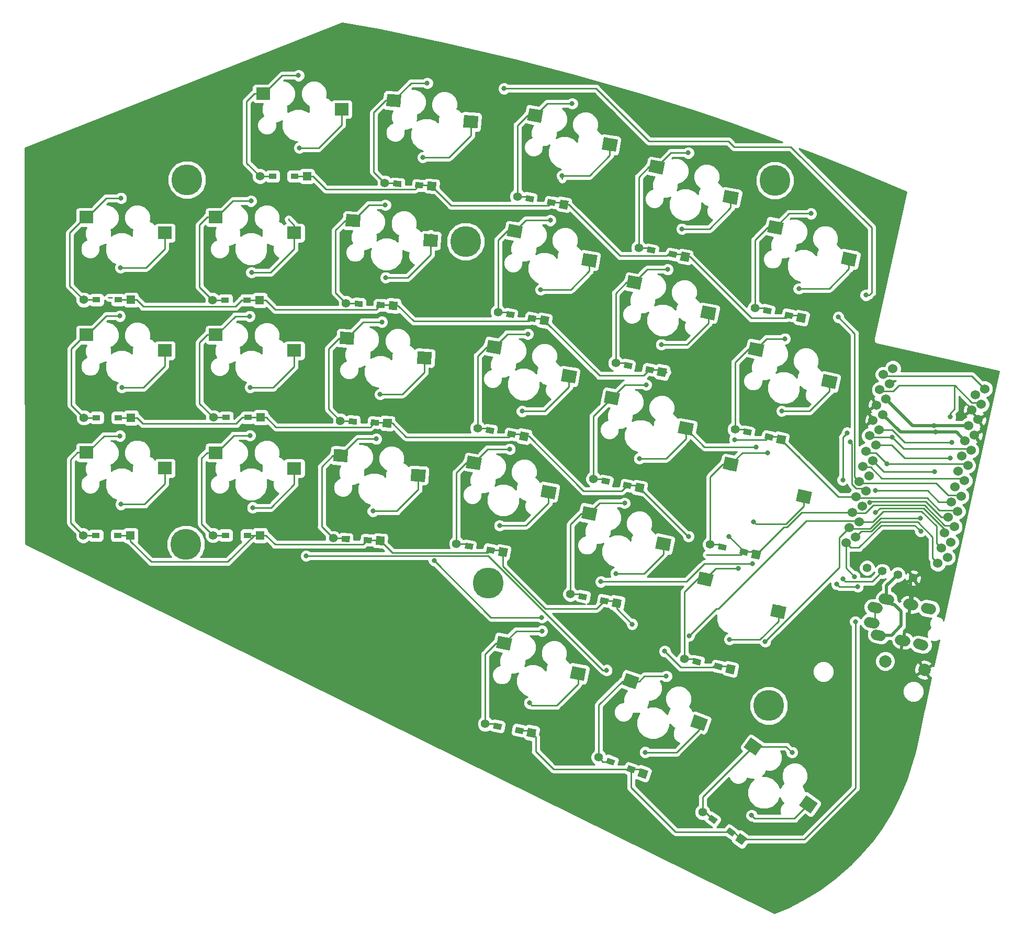
<source format=gbr>
G04 #@! TF.GenerationSoftware,KiCad,Pcbnew,(5.0.0)*
G04 #@! TF.CreationDate,2019-03-06T00:52:04+08:00*
G04 #@! TF.ProjectId,52Te_Rev,353254655F5265762E6B696361645F70,rev?*
G04 #@! TF.SameCoordinates,Original*
G04 #@! TF.FileFunction,Copper,L1,Top,Signal*
G04 #@! TF.FilePolarity,Positive*
%FSLAX46Y46*%
G04 Gerber Fmt 4.6, Leading zero omitted, Abs format (unit mm)*
G04 Created by KiCad (PCBNEW (5.0.0)) date 03/06/19 00:52:04*
%MOMM*%
%LPD*%
G01*
G04 APERTURE LIST*
G04 #@! TA.AperFunction,SMDPad,CuDef*
%ADD10C,2.000000*%
G04 #@! TD*
G04 #@! TA.AperFunction,Conductor*
%ADD11C,0.100000*%
G04 #@! TD*
G04 #@! TA.AperFunction,SMDPad,CuDef*
%ADD12R,2.300000X2.000000*%
G04 #@! TD*
G04 #@! TA.AperFunction,ComponentPad*
%ADD13C,1.700000*%
G04 #@! TD*
G04 #@! TA.AperFunction,Conductor*
%ADD14C,1.700000*%
G04 #@! TD*
G04 #@! TA.AperFunction,SMDPad,CuDef*
%ADD15R,1.300000X0.950000*%
G04 #@! TD*
G04 #@! TA.AperFunction,ComponentPad*
%ADD16C,1.397000*%
G04 #@! TD*
G04 #@! TA.AperFunction,ComponentPad*
%ADD17R,1.397000X1.397000*%
G04 #@! TD*
G04 #@! TA.AperFunction,SMDPad,CuDef*
%ADD18C,0.950000*%
G04 #@! TD*
G04 #@! TA.AperFunction,ComponentPad*
%ADD19C,2.000000*%
G04 #@! TD*
G04 #@! TA.AperFunction,ComponentPad*
%ADD20C,1.524000*%
G04 #@! TD*
G04 #@! TA.AperFunction,WasherPad*
%ADD21C,5.000000*%
G04 #@! TD*
G04 #@! TA.AperFunction,ViaPad*
%ADD22C,0.800000*%
G04 #@! TD*
G04 #@! TA.AperFunction,Conductor*
%ADD23C,0.250000*%
G04 #@! TD*
G04 #@! TA.AperFunction,Conductor*
%ADD24C,0.500000*%
G04 #@! TD*
G04 #@! TA.AperFunction,Conductor*
%ADD25C,0.254000*%
G04 #@! TD*
G04 APERTURE END LIST*
D10*
G04 #@! TO.P,SW12,1*
G04 #@! TO.N,col3*
X218031667Y-92404733D03*
D11*
G04 #@! TD*
G04 #@! TO.N,col3*
G04 #@! TO.C,SW12*
G36*
X219337844Y-91619621D02*
X218990548Y-93589236D01*
X216725490Y-93189845D01*
X217072786Y-91220230D01*
X219337844Y-91619621D01*
X219337844Y-91619621D01*
G37*
D10*
G04 #@! TO.P,SW12,2*
G04 #@! TO.N,Net-(D12-Pad2)*
X205965674Y-87697990D03*
D11*
G04 #@! TD*
G04 #@! TO.N,Net-(D12-Pad2)*
G04 #@! TO.C,SW12*
G36*
X207271851Y-86912878D02*
X206924555Y-88882493D01*
X204659497Y-88483102D01*
X205006793Y-86513487D01*
X207271851Y-86912878D01*
X207271851Y-86912878D01*
G37*
D10*
G04 #@! TO.P,SW23,1*
G04 #@! TO.N,col5*
X253562486Y-130806234D03*
D11*
G04 #@! TD*
G04 #@! TO.N,col5*
G04 #@! TO.C,SW23*
G36*
X254901666Y-130078844D02*
X254468787Y-132031436D01*
X252223306Y-131533624D01*
X252656185Y-129581032D01*
X254901666Y-130078844D01*
X254901666Y-130078844D01*
G37*
D10*
G04 #@! TO.P,SW23,2*
G04 #@! TO.N,Net-(D23-Pad2)*
X241713284Y-125577659D03*
D11*
G04 #@! TD*
G04 #@! TO.N,Net-(D23-Pad2)*
G04 #@! TO.C,SW23*
G36*
X243052464Y-124850269D02*
X242619585Y-126802861D01*
X240374104Y-126305049D01*
X240806983Y-124352457D01*
X243052464Y-124850269D01*
X243052464Y-124850269D01*
G37*
D10*
G04 #@! TO.P,SW21,2*
G04 #@! TO.N,Net-(D21-Pad2)*
X221414895Y-179309259D03*
D11*
G04 #@! TD*
G04 #@! TO.N,Net-(D21-Pad2)*
G04 #@! TO.C,SW21*
G36*
X222837562Y-178762890D02*
X222153521Y-180642275D01*
X219992228Y-179855628D01*
X220676269Y-177976243D01*
X222837562Y-178762890D01*
X222837562Y-178762890D01*
G37*
D10*
G04 #@! TO.P,SW21,1*
G04 #@! TO.N,col4*
X232480260Y-186039734D03*
D11*
G04 #@! TD*
G04 #@! TO.N,col4*
G04 #@! TO.C,SW21*
G36*
X233902927Y-185493365D02*
X233218886Y-187372750D01*
X231057593Y-186586103D01*
X231741634Y-184706718D01*
X233902927Y-185493365D01*
X233902927Y-185493365D01*
G37*
D12*
G04 #@! TO.P,SW1,2*
G04 #@! TO.N,Net-(D1-Pad2)*
X133330000Y-104190000D03*
G04 #@! TO.P,SW1,1*
G04 #@! TO.N,col0*
X146030000Y-106730000D03*
G04 #@! TD*
D13*
G04 #@! TO.P,J1,D*
G04 #@! TO.N,VCC*
X262787444Y-166041932D03*
D14*
G04 #@! TD*
G04 #@! TO.N,VCC*
G04 #@! TO.C,J1*
X263177962Y-166128508D02*
X262396926Y-165955356D01*
D13*
G04 #@! TO.P,J1,A*
G04 #@! TO.N,Net-(J1-PadA)*
X260413953Y-169817716D03*
D14*
G04 #@! TD*
G04 #@! TO.N,Net-(J1-PadA)*
G04 #@! TO.C,J1*
X260804471Y-169904292D02*
X260023435Y-169731140D01*
D13*
G04 #@! TO.P,J1,B*
G04 #@! TO.N,data*
X269621516Y-167557010D03*
D14*
G04 #@! TD*
G04 #@! TO.N,data*
G04 #@! TO.C,J1*
X270012034Y-167643586D02*
X269230998Y-167470434D01*
D13*
G04 #@! TO.P,J1,C*
G04 #@! TO.N,GND*
X266692628Y-166907691D03*
D14*
G04 #@! TD*
G04 #@! TO.N,GND*
G04 #@! TO.C,J1*
X267083146Y-166994267D02*
X266302110Y-166821115D01*
D13*
G04 #@! TO.P,J1,B*
G04 #@! TO.N,data*
X268333700Y-173365971D03*
D14*
G04 #@! TD*
G04 #@! TO.N,data*
G04 #@! TO.C,J1*
X268724218Y-173452547D02*
X267943182Y-173279395D01*
D13*
G04 #@! TO.P,J1,C*
G04 #@! TO.N,GND*
X265404812Y-172716652D03*
D14*
G04 #@! TD*
G04 #@! TO.N,GND*
G04 #@! TO.C,J1*
X265795330Y-172803228D02*
X265014294Y-172630076D01*
D13*
G04 #@! TO.P,J1,D*
G04 #@! TO.N,VCC*
X261499628Y-171850894D03*
D14*
G04 #@! TD*
G04 #@! TO.N,VCC*
G04 #@! TO.C,J1*
X261890146Y-171937470D02*
X261109110Y-171764318D01*
D13*
G04 #@! TO.P,J1,A*
G04 #@! TO.N,Net-(J1-PadA)*
X260944230Y-167425791D03*
D14*
G04 #@! TD*
G04 #@! TO.N,Net-(J1-PadA)*
G04 #@! TO.C,J1*
X261334748Y-167512367D02*
X260553712Y-167339215D01*
D15*
G04 #@! TO.P,D1,2*
G04 #@! TO.N,Net-(D1-Pad2)*
X134955000Y-117570000D03*
D16*
X132920000Y-117570000D03*
D17*
G04 #@! TO.P,D1,1*
G04 #@! TO.N,row1*
X140540000Y-117570000D03*
D15*
X138505000Y-117570000D03*
G04 #@! TD*
G04 #@! TO.P,D2,1*
G04 #@! TO.N,row2*
X138525000Y-136640000D03*
D17*
X140560000Y-136640000D03*
D16*
G04 #@! TO.P,D2,2*
G04 #@! TO.N,Net-(D2-Pad2)*
X132940000Y-136640000D03*
D15*
X134975000Y-136640000D03*
G04 #@! TD*
G04 #@! TO.P,D3,2*
G04 #@! TO.N,Net-(D3-Pad2)*
X134885000Y-155710000D03*
D16*
X132850000Y-155710000D03*
D17*
G04 #@! TO.P,D3,1*
G04 #@! TO.N,row3*
X140470000Y-155710000D03*
D15*
X138435000Y-155710000D03*
G04 #@! TD*
G04 #@! TO.P,D4,2*
G04 #@! TO.N,Net-(D4-Pad2)*
X163445000Y-97550000D03*
D16*
X161410000Y-97550000D03*
D17*
G04 #@! TO.P,D4,1*
G04 #@! TO.N,row0*
X169030000Y-97550000D03*
D15*
X166995000Y-97550000D03*
G04 #@! TD*
G04 #@! TO.P,D5,1*
G04 #@! TO.N,row1*
X159355000Y-117610000D03*
D17*
X161390000Y-117610000D03*
D16*
G04 #@! TO.P,D5,2*
G04 #@! TO.N,Net-(D5-Pad2)*
X153770000Y-117610000D03*
D15*
X155805000Y-117610000D03*
G04 #@! TD*
G04 #@! TO.P,D6,2*
G04 #@! TO.N,Net-(D6-Pad2)*
X155925000Y-136610000D03*
D16*
X153890000Y-136610000D03*
D17*
G04 #@! TO.P,D6,1*
G04 #@! TO.N,row2*
X161510000Y-136610000D03*
D15*
X159475000Y-136610000D03*
G04 #@! TD*
G04 #@! TO.P,D7,2*
G04 #@! TO.N,Net-(D7-Pad2)*
X155845000Y-155680000D03*
D16*
X153810000Y-155680000D03*
D17*
G04 #@! TO.P,D7,1*
G04 #@! TO.N,row3*
X161430000Y-155680000D03*
D15*
X159395000Y-155680000D03*
G04 #@! TD*
D18*
G04 #@! TO.P,D8,1*
G04 #@! TO.N,row0*
X187190676Y-99013818D03*
D11*
G04 #@! TD*
G04 #@! TO.N,row0*
G04 #@! TO.C,D8*
G36*
X187872227Y-98585317D02*
X187805958Y-99533003D01*
X186509125Y-99442319D01*
X186575394Y-98494633D01*
X187872227Y-98585317D01*
X187872227Y-98585317D01*
G37*
D16*
G04 #@! TO.P,D8,1*
G04 #@! TO.N,row0*
X189220719Y-99155772D03*
D11*
G04 #@! TD*
G04 #@! TO.N,row0*
G04 #@! TO.C,D8*
G36*
X189966242Y-98507698D02*
X189868793Y-99901295D01*
X188475196Y-99803846D01*
X188572645Y-98410249D01*
X189966242Y-98507698D01*
X189966242Y-98507698D01*
G37*
D16*
G04 #@! TO.P,D8,2*
G04 #@! TO.N,Net-(D8-Pad2)*
X181619281Y-98624228D03*
D18*
X183649324Y-98766182D03*
D11*
G04 #@! TD*
G04 #@! TO.N,Net-(D8-Pad2)*
G04 #@! TO.C,D8*
G36*
X184330875Y-98337681D02*
X184264606Y-99285367D01*
X182967773Y-99194683D01*
X183034042Y-98246997D01*
X184330875Y-98337681D01*
X184330875Y-98337681D01*
G37*
D18*
G04 #@! TO.P,D9,2*
G04 #@! TO.N,Net-(D9-Pad2)*
X177397433Y-118217104D03*
D11*
G04 #@! TD*
G04 #@! TO.N,Net-(D9-Pad2)*
G04 #@! TO.C,D9*
G36*
X178071402Y-117776773D02*
X178021683Y-118725471D01*
X176723464Y-118657435D01*
X176773183Y-117708737D01*
X178071402Y-117776773D01*
X178071402Y-117776773D01*
G37*
D16*
G04 #@! TO.P,D9,2*
G04 #@! TO.N,Net-(D9-Pad2)*
X175365221Y-118110600D03*
G04 #@! TO.P,D9,1*
G04 #@! TO.N,row1*
X182974779Y-118509400D03*
D11*
G04 #@! TD*
G04 #@! TO.N,row1*
G04 #@! TO.C,D9*
G36*
X183708878Y-117848414D02*
X183635765Y-119243499D01*
X182240680Y-119170386D01*
X182313793Y-117775301D01*
X183708878Y-117848414D01*
X183708878Y-117848414D01*
G37*
D18*
G04 #@! TO.P,D9,1*
G04 #@! TO.N,row1*
X180942567Y-118402896D03*
D11*
G04 #@! TD*
G04 #@! TO.N,row1*
G04 #@! TO.C,D9*
G36*
X181616536Y-117962565D02*
X181566817Y-118911263D01*
X180268598Y-118843227D01*
X180318317Y-117894529D01*
X181616536Y-117962565D01*
X181616536Y-117962565D01*
G37*
D18*
G04 #@! TO.P,D10,1*
G04 #@! TO.N,row2*
X179992567Y-137422896D03*
D11*
G04 #@! TD*
G04 #@! TO.N,row2*
G04 #@! TO.C,D10*
G36*
X180666536Y-136982565D02*
X180616817Y-137931263D01*
X179318598Y-137863227D01*
X179368317Y-136914529D01*
X180666536Y-136982565D01*
X180666536Y-136982565D01*
G37*
D16*
G04 #@! TO.P,D10,1*
G04 #@! TO.N,row2*
X182024779Y-137529400D03*
D11*
G04 #@! TD*
G04 #@! TO.N,row2*
G04 #@! TO.C,D10*
G36*
X182758878Y-136868414D02*
X182685765Y-138263499D01*
X181290680Y-138190386D01*
X181363793Y-136795301D01*
X182758878Y-136868414D01*
X182758878Y-136868414D01*
G37*
D16*
G04 #@! TO.P,D10,2*
G04 #@! TO.N,Net-(D10-Pad2)*
X174415221Y-137130600D03*
D18*
X176447433Y-137237104D03*
D11*
G04 #@! TD*
G04 #@! TO.N,Net-(D10-Pad2)*
G04 #@! TO.C,D10*
G36*
X177121402Y-136796773D02*
X177071683Y-137745471D01*
X175773464Y-137677435D01*
X175823183Y-136728737D01*
X177121402Y-136796773D01*
X177121402Y-136796773D01*
G37*
D18*
G04 #@! TO.P,D11,1*
G04 #@! TO.N,row3*
X178842567Y-156452896D03*
D11*
G04 #@! TD*
G04 #@! TO.N,row3*
G04 #@! TO.C,D11*
G36*
X179516536Y-156012565D02*
X179466817Y-156961263D01*
X178168598Y-156893227D01*
X178218317Y-155944529D01*
X179516536Y-156012565D01*
X179516536Y-156012565D01*
G37*
D16*
G04 #@! TO.P,D11,1*
G04 #@! TO.N,row3*
X180874779Y-156559400D03*
D11*
G04 #@! TD*
G04 #@! TO.N,row3*
G04 #@! TO.C,D11*
G36*
X181608878Y-155898414D02*
X181535765Y-157293499D01*
X180140680Y-157220386D01*
X180213793Y-155825301D01*
X181608878Y-155898414D01*
X181608878Y-155898414D01*
G37*
D16*
G04 #@! TO.P,D11,2*
G04 #@! TO.N,Net-(D11-Pad2)*
X173265221Y-156160600D03*
D18*
X175297433Y-156267104D03*
D11*
G04 #@! TD*
G04 #@! TO.N,Net-(D11-Pad2)*
G04 #@! TO.C,D11*
G36*
X175971402Y-155826773D02*
X175921683Y-156775471D01*
X174623464Y-156707435D01*
X174673183Y-155758737D01*
X175971402Y-155826773D01*
X175971402Y-155826773D01*
G37*
D18*
G04 #@! TO.P,D12,2*
G04 #@! TO.N,Net-(D12-Pad2)*
X205071966Y-101161774D03*
D11*
G04 #@! TD*
G04 #@! TO.N,Net-(D12-Pad2)*
G04 #@! TO.C,D12*
G36*
X205794574Y-100806862D02*
X205629608Y-101742429D01*
X204349358Y-101516686D01*
X204514324Y-100581119D01*
X205794574Y-100806862D01*
X205794574Y-100806862D01*
G37*
D16*
G04 #@! TO.P,D12,2*
G04 #@! TO.N,Net-(D12-Pad2)*
X203067880Y-100808400D03*
G04 #@! TO.P,D12,1*
G04 #@! TO.N,row0*
X210572120Y-102131600D03*
D11*
G04 #@! TD*
G04 #@! TO.N,row0*
G04 #@! TO.C,D12*
G36*
X211381301Y-101565005D02*
X211138715Y-102940781D01*
X209762939Y-102698195D01*
X210005525Y-101322419D01*
X211381301Y-101565005D01*
X211381301Y-101565005D01*
G37*
D18*
G04 #@! TO.P,D12,1*
G04 #@! TO.N,row0*
X208568034Y-101778226D03*
D11*
G04 #@! TD*
G04 #@! TO.N,row0*
G04 #@! TO.C,D12*
G36*
X209290642Y-101423314D02*
X209125676Y-102358881D01*
X207845426Y-102133138D01*
X208010392Y-101197571D01*
X209290642Y-101423314D01*
X209290642Y-101423314D01*
G37*
D18*
G04 #@! TO.P,D13,1*
G04 #@! TO.N,row1*
X205426068Y-120546452D03*
D11*
G04 #@! TD*
G04 #@! TO.N,row1*
G04 #@! TO.C,D13*
G36*
X206148676Y-120191540D02*
X205983710Y-121127107D01*
X204703460Y-120901364D01*
X204868426Y-119965797D01*
X206148676Y-120191540D01*
X206148676Y-120191540D01*
G37*
D16*
G04 #@! TO.P,D13,1*
G04 #@! TO.N,row1*
X207430154Y-120899826D03*
D11*
G04 #@! TD*
G04 #@! TO.N,row1*
G04 #@! TO.C,D13*
G36*
X208239335Y-120333231D02*
X207996749Y-121709007D01*
X206620973Y-121466421D01*
X206863559Y-120090645D01*
X208239335Y-120333231D01*
X208239335Y-120333231D01*
G37*
D16*
G04 #@! TO.P,D13,2*
G04 #@! TO.N,Net-(D13-Pad2)*
X199925914Y-119576626D03*
D18*
X201930000Y-119930000D03*
D11*
G04 #@! TD*
G04 #@! TO.N,Net-(D13-Pad2)*
G04 #@! TO.C,D13*
G36*
X202652608Y-119575088D02*
X202487642Y-120510655D01*
X201207392Y-120284912D01*
X201372358Y-119349345D01*
X202652608Y-119575088D01*
X202652608Y-119575088D01*
G37*
D18*
G04 #@! TO.P,D14,2*
G04 #@! TO.N,Net-(D14-Pad2)*
X198631966Y-138691774D03*
D11*
G04 #@! TD*
G04 #@! TO.N,Net-(D14-Pad2)*
G04 #@! TO.C,D14*
G36*
X199354574Y-138336862D02*
X199189608Y-139272429D01*
X197909358Y-139046686D01*
X198074324Y-138111119D01*
X199354574Y-138336862D01*
X199354574Y-138336862D01*
G37*
D16*
G04 #@! TO.P,D14,2*
G04 #@! TO.N,Net-(D14-Pad2)*
X196627880Y-138338400D03*
G04 #@! TO.P,D14,1*
G04 #@! TO.N,row2*
X204132120Y-139661600D03*
D11*
G04 #@! TD*
G04 #@! TO.N,row2*
G04 #@! TO.C,D14*
G36*
X204941301Y-139095005D02*
X204698715Y-140470781D01*
X203322939Y-140228195D01*
X203565525Y-138852419D01*
X204941301Y-139095005D01*
X204941301Y-139095005D01*
G37*
D18*
G04 #@! TO.P,D14,1*
G04 #@! TO.N,row2*
X202128034Y-139308226D03*
D11*
G04 #@! TD*
G04 #@! TO.N,row2*
G04 #@! TO.C,D14*
G36*
X202850642Y-138953314D02*
X202685676Y-139888881D01*
X201405426Y-139663138D01*
X201570392Y-138727571D01*
X202850642Y-138953314D01*
X202850642Y-138953314D01*
G37*
D18*
G04 #@! TO.P,D15,2*
G04 #@! TO.N,Net-(D15-Pad2)*
X195231966Y-157441774D03*
D11*
G04 #@! TD*
G04 #@! TO.N,Net-(D15-Pad2)*
G04 #@! TO.C,D15*
G36*
X195954574Y-157086862D02*
X195789608Y-158022429D01*
X194509358Y-157796686D01*
X194674324Y-156861119D01*
X195954574Y-157086862D01*
X195954574Y-157086862D01*
G37*
D16*
G04 #@! TO.P,D15,2*
G04 #@! TO.N,Net-(D15-Pad2)*
X193227880Y-157088400D03*
G04 #@! TO.P,D15,1*
G04 #@! TO.N,row3*
X200732120Y-158411600D03*
D11*
G04 #@! TD*
G04 #@! TO.N,row3*
G04 #@! TO.C,D15*
G36*
X201541301Y-157845005D02*
X201298715Y-159220781D01*
X199922939Y-158978195D01*
X200165525Y-157602419D01*
X201541301Y-157845005D01*
X201541301Y-157845005D01*
G37*
D18*
G04 #@! TO.P,D15,1*
G04 #@! TO.N,row3*
X198728034Y-158058226D03*
D11*
G04 #@! TD*
G04 #@! TO.N,row3*
G04 #@! TO.C,D15*
G36*
X199450642Y-157703314D02*
X199285676Y-158638881D01*
X198005426Y-158413138D01*
X198170392Y-157477571D01*
X199450642Y-157703314D01*
X199450642Y-157703314D01*
G37*
D18*
G04 #@! TO.P,D16,1*
G04 #@! TO.N,row4*
X203362388Y-187288686D03*
D11*
G04 #@! TD*
G04 #@! TO.N,row4*
G04 #@! TO.C,D16*
G36*
X204091080Y-186946439D02*
X203909811Y-187878985D01*
X202633696Y-187630933D01*
X202814965Y-186698387D01*
X204091080Y-186946439D01*
X204091080Y-186946439D01*
G37*
D16*
G04 #@! TO.P,D16,1*
G04 #@! TO.N,row4*
X205360000Y-187676982D03*
D11*
G04 #@! TD*
G04 #@! TO.N,row4*
G04 #@! TO.C,D16*
G36*
X206178947Y-187124595D02*
X205912387Y-188495929D01*
X204541053Y-188229369D01*
X204807613Y-186858035D01*
X206178947Y-187124595D01*
X206178947Y-187124595D01*
G37*
D16*
G04 #@! TO.P,D16,2*
G04 #@! TO.N,Net-(D16-Pad2)*
X197880000Y-186223018D03*
D18*
X199877612Y-186611314D03*
D11*
G04 #@! TD*
G04 #@! TO.N,Net-(D16-Pad2)*
G04 #@! TO.C,D16*
G36*
X200606304Y-186269067D02*
X200425035Y-187201613D01*
X199148920Y-186953561D01*
X199330189Y-186021015D01*
X200606304Y-186269067D01*
X200606304Y-186269067D01*
G37*
D18*
G04 #@! TO.P,D17,1*
G04 #@! TO.N,row0*
X228202388Y-110198686D03*
D11*
G04 #@! TD*
G04 #@! TO.N,row0*
G04 #@! TO.C,D17*
G36*
X228931080Y-109856439D02*
X228749811Y-110788985D01*
X227473696Y-110540933D01*
X227654965Y-109608387D01*
X228931080Y-109856439D01*
X228931080Y-109856439D01*
G37*
D16*
G04 #@! TO.P,D17,1*
G04 #@! TO.N,row0*
X230200000Y-110586982D03*
D11*
G04 #@! TD*
G04 #@! TO.N,row0*
G04 #@! TO.C,D17*
G36*
X231018947Y-110034595D02*
X230752387Y-111405929D01*
X229381053Y-111139369D01*
X229647613Y-109768035D01*
X231018947Y-110034595D01*
X231018947Y-110034595D01*
G37*
D16*
G04 #@! TO.P,D17,2*
G04 #@! TO.N,Net-(D17-Pad2)*
X222720000Y-109133018D03*
D18*
X224717612Y-109521314D03*
D11*
G04 #@! TD*
G04 #@! TO.N,Net-(D17-Pad2)*
G04 #@! TO.C,D17*
G36*
X225446304Y-109179067D02*
X225265035Y-110111613D01*
X223988920Y-109863561D01*
X224170189Y-108931015D01*
X225446304Y-109179067D01*
X225446304Y-109179067D01*
G37*
D18*
G04 #@! TO.P,D18,2*
G04 #@! TO.N,Net-(D18-Pad2)*
X220967612Y-128191314D03*
D11*
G04 #@! TD*
G04 #@! TO.N,Net-(D18-Pad2)*
G04 #@! TO.C,D18*
G36*
X221696304Y-127849067D02*
X221515035Y-128781613D01*
X220238920Y-128533561D01*
X220420189Y-127601015D01*
X221696304Y-127849067D01*
X221696304Y-127849067D01*
G37*
D16*
G04 #@! TO.P,D18,2*
G04 #@! TO.N,Net-(D18-Pad2)*
X218970000Y-127803018D03*
G04 #@! TO.P,D18,1*
G04 #@! TO.N,row1*
X226450000Y-129256982D03*
D11*
G04 #@! TD*
G04 #@! TO.N,row1*
G04 #@! TO.C,D18*
G36*
X227268947Y-128704595D02*
X227002387Y-130075929D01*
X225631053Y-129809369D01*
X225897613Y-128438035D01*
X227268947Y-128704595D01*
X227268947Y-128704595D01*
G37*
D18*
G04 #@! TO.P,D18,1*
G04 #@! TO.N,row1*
X224452388Y-128868686D03*
D11*
G04 #@! TD*
G04 #@! TO.N,row1*
G04 #@! TO.C,D18*
G36*
X225181080Y-128526439D02*
X224999811Y-129458985D01*
X223723696Y-129210933D01*
X223904965Y-128278387D01*
X225181080Y-128526439D01*
X225181080Y-128526439D01*
G37*
D18*
G04 #@! TO.P,D19,1*
G04 #@! TO.N,row2*
X220844776Y-147607372D03*
D11*
G04 #@! TD*
G04 #@! TO.N,row2*
G04 #@! TO.C,D19*
G36*
X221573468Y-147265125D02*
X221392199Y-148197671D01*
X220116084Y-147949619D01*
X220297353Y-147017073D01*
X221573468Y-147265125D01*
X221573468Y-147265125D01*
G37*
D16*
G04 #@! TO.P,D19,1*
G04 #@! TO.N,row2*
X222842388Y-147995668D03*
D11*
G04 #@! TD*
G04 #@! TO.N,row2*
G04 #@! TO.C,D19*
G36*
X223661335Y-147443281D02*
X223394775Y-148814615D01*
X222023441Y-148548055D01*
X222290001Y-147176721D01*
X223661335Y-147443281D01*
X223661335Y-147443281D01*
G37*
D16*
G04 #@! TO.P,D19,2*
G04 #@! TO.N,Net-(D19-Pad2)*
X215362388Y-146541704D03*
D18*
X217360000Y-146930000D03*
D11*
G04 #@! TD*
G04 #@! TO.N,Net-(D19-Pad2)*
G04 #@! TO.C,D19*
G36*
X218088692Y-146587753D02*
X217907423Y-147520299D01*
X216631308Y-147272247D01*
X216812577Y-146339701D01*
X218088692Y-146587753D01*
X218088692Y-146587753D01*
G37*
D18*
G04 #@! TO.P,D20,1*
G04 #@! TO.N,row3*
X217142388Y-166268686D03*
D11*
G04 #@! TD*
G04 #@! TO.N,row3*
G04 #@! TO.C,D20*
G36*
X217871080Y-165926439D02*
X217689811Y-166858985D01*
X216413696Y-166610933D01*
X216594965Y-165678387D01*
X217871080Y-165926439D01*
X217871080Y-165926439D01*
G37*
D16*
G04 #@! TO.P,D20,1*
G04 #@! TO.N,row3*
X219140000Y-166656982D03*
D11*
G04 #@! TD*
G04 #@! TO.N,row3*
G04 #@! TO.C,D20*
G36*
X219958947Y-166104595D02*
X219692387Y-167475929D01*
X218321053Y-167209369D01*
X218587613Y-165838035D01*
X219958947Y-166104595D01*
X219958947Y-166104595D01*
G37*
D16*
G04 #@! TO.P,D20,2*
G04 #@! TO.N,Net-(D20-Pad2)*
X211660000Y-165203018D03*
D18*
X213657612Y-165591314D03*
D11*
G04 #@! TD*
G04 #@! TO.N,Net-(D20-Pad2)*
G04 #@! TO.C,D20*
G36*
X214386304Y-165249067D02*
X214205035Y-166181613D01*
X212928920Y-165933561D01*
X213110189Y-165001015D01*
X214386304Y-165249067D01*
X214386304Y-165249067D01*
G37*
D18*
G04 #@! TO.P,D21,2*
G04 #@! TO.N,Net-(D21-Pad2)*
X218142046Y-192332914D03*
D11*
G04 #@! TD*
G04 #@! TO.N,Net-(D21-Pad2)*
G04 #@! TO.C,D21*
G36*
X218915306Y-192108873D02*
X218590387Y-193001581D01*
X217368786Y-192556955D01*
X217693705Y-191664247D01*
X218915306Y-192108873D01*
X218915306Y-192108873D01*
G37*
D16*
G04 #@! TO.P,D21,2*
G04 #@! TO.N,Net-(D21-Pad2)*
X216229771Y-191636903D03*
G04 #@! TO.P,D21,1*
G04 #@! TO.N,row4*
X223390229Y-194243097D03*
D11*
G04 #@! TD*
G04 #@! TO.N,row4*
G04 #@! TO.C,D21*
G36*
X224285505Y-193825623D02*
X223807703Y-195138373D01*
X222494953Y-194660571D01*
X222972755Y-193347821D01*
X224285505Y-193825623D01*
X224285505Y-193825623D01*
G37*
D18*
G04 #@! TO.P,D21,1*
G04 #@! TO.N,row4*
X221477954Y-193547086D03*
D11*
G04 #@! TD*
G04 #@! TO.N,row4*
G04 #@! TO.C,D21*
G36*
X222251214Y-193323045D02*
X221926295Y-194215753D01*
X220704694Y-193771127D01*
X221029613Y-192878419D01*
X222251214Y-193323045D01*
X222251214Y-193323045D01*
G37*
D18*
G04 #@! TO.P,D22,2*
G04 #@! TO.N,Net-(D22-Pad2)*
X243543788Y-119310957D03*
D11*
G04 #@! TD*
G04 #@! TO.N,Net-(D22-Pad2)*
G04 #@! TO.C,D22*
G36*
X244278342Y-118981479D02*
X244080826Y-119910720D01*
X242809234Y-119640435D01*
X243006750Y-118711194D01*
X244278342Y-118981479D01*
X244278342Y-118981479D01*
G37*
D16*
G04 #@! TO.P,D22,2*
G04 #@! TO.N,Net-(D22-Pad2)*
X241553258Y-118887855D03*
G04 #@! TO.P,D22,1*
G04 #@! TO.N,row0*
X249006742Y-120472145D03*
D11*
G04 #@! TD*
G04 #@! TO.N,row0*
G04 #@! TO.C,D22*
G36*
X249835204Y-119934135D02*
X249544752Y-121300607D01*
X248178280Y-121010155D01*
X248468732Y-119643683D01*
X249835204Y-119934135D01*
X249835204Y-119934135D01*
G37*
D18*
G04 #@! TO.P,D22,1*
G04 #@! TO.N,row0*
X247016212Y-120049043D03*
D11*
G04 #@! TD*
G04 #@! TO.N,row0*
G04 #@! TO.C,D22*
G36*
X247750766Y-119719565D02*
X247553250Y-120648806D01*
X246281658Y-120378521D01*
X246479174Y-119449280D01*
X247750766Y-119719565D01*
X247750766Y-119719565D01*
G37*
D18*
G04 #@! TO.P,D23,1*
G04 #@! TO.N,row1*
X243752925Y-139744180D03*
D11*
G04 #@! TD*
G04 #@! TO.N,row1*
G04 #@! TO.C,D23*
G36*
X244490326Y-139421125D02*
X244284709Y-140348606D01*
X243015524Y-140067235D01*
X243221141Y-139139754D01*
X244490326Y-139421125D01*
X244490326Y-139421125D01*
G37*
D16*
G04 #@! TO.P,D23,1*
G04 #@! TO.N,row1*
X245739688Y-140184635D03*
D11*
G04 #@! TD*
G04 #@! TO.N,row1*
G04 #@! TO.C,D23*
G36*
X246572814Y-139653875D02*
X246270448Y-141017761D01*
X244906562Y-140715395D01*
X245208928Y-139351509D01*
X246572814Y-139653875D01*
X246572814Y-139653875D01*
G37*
D16*
G04 #@! TO.P,D23,2*
G04 #@! TO.N,Net-(D23-Pad2)*
X238300312Y-138535365D03*
D18*
X240287075Y-138975820D03*
D11*
G04 #@! TD*
G04 #@! TO.N,Net-(D23-Pad2)*
G04 #@! TO.C,D23*
G36*
X241024476Y-138652765D02*
X240818859Y-139580246D01*
X239549674Y-139298875D01*
X239755291Y-138371394D01*
X241024476Y-138652765D01*
X241024476Y-138652765D01*
G37*
D18*
G04 #@! TO.P,D24,1*
G04 #@! TO.N,row2*
X239712925Y-158374180D03*
D11*
G04 #@! TD*
G04 #@! TO.N,row2*
G04 #@! TO.C,D24*
G36*
X240450326Y-158051125D02*
X240244709Y-158978606D01*
X238975524Y-158697235D01*
X239181141Y-157769754D01*
X240450326Y-158051125D01*
X240450326Y-158051125D01*
G37*
D16*
G04 #@! TO.P,D24,1*
G04 #@! TO.N,row2*
X241699688Y-158814635D03*
D11*
G04 #@! TD*
G04 #@! TO.N,row2*
G04 #@! TO.C,D24*
G36*
X242532814Y-158283875D02*
X242230448Y-159647761D01*
X240866562Y-159345395D01*
X241168928Y-157981509D01*
X242532814Y-158283875D01*
X242532814Y-158283875D01*
G37*
D16*
G04 #@! TO.P,D24,2*
G04 #@! TO.N,Net-(D24-Pad2)*
X234260312Y-157165365D03*
D18*
X236247075Y-157605820D03*
D11*
G04 #@! TD*
G04 #@! TO.N,Net-(D24-Pad2)*
G04 #@! TO.C,D24*
G36*
X236984476Y-157282765D02*
X236778859Y-158210246D01*
X235509674Y-157928875D01*
X235715291Y-157001394D01*
X236984476Y-157282765D01*
X236984476Y-157282765D01*
G37*
D18*
G04 #@! TO.P,D25,2*
G04 #@! TO.N,Net-(D25-Pad2)*
X232104150Y-176151640D03*
D11*
G04 #@! TD*
G04 #@! TO.N,Net-(D25-Pad2)*
G04 #@! TO.C,D25*
G36*
X232841551Y-175828585D02*
X232635934Y-176756066D01*
X231366749Y-176474695D01*
X231572366Y-175547214D01*
X232841551Y-175828585D01*
X232841551Y-175828585D01*
G37*
D16*
G04 #@! TO.P,D25,2*
G04 #@! TO.N,Net-(D25-Pad2)*
X230117387Y-175711185D03*
G04 #@! TO.P,D25,1*
G04 #@! TO.N,row3*
X237556763Y-177360455D03*
D11*
G04 #@! TD*
G04 #@! TO.N,row3*
G04 #@! TO.C,D25*
G36*
X238389889Y-176829695D02*
X238087523Y-178193581D01*
X236723637Y-177891215D01*
X237026003Y-176527329D01*
X238389889Y-176829695D01*
X238389889Y-176829695D01*
G37*
D18*
G04 #@! TO.P,D25,1*
G04 #@! TO.N,row3*
X235570000Y-176920000D03*
D11*
G04 #@! TD*
G04 #@! TO.N,row3*
G04 #@! TO.C,D25*
G36*
X236307401Y-176596945D02*
X236101784Y-177524426D01*
X234832599Y-177243055D01*
X235038216Y-176315574D01*
X236307401Y-176596945D01*
X236307401Y-176596945D01*
G37*
D18*
G04 #@! TO.P,D26,1*
G04 #@! TO.N,row4*
X237603995Y-203718098D03*
D11*
G04 #@! TD*
G04 #@! TO.N,row4*
G04 #@! TO.C,D26*
G36*
X238408893Y-203701825D02*
X237863995Y-204480020D01*
X236799097Y-203734371D01*
X237343995Y-202956176D01*
X238408893Y-203701825D01*
X238408893Y-203701825D01*
G37*
D16*
G04 #@! TO.P,D26,1*
G04 #@! TO.N,row4*
X239270969Y-204885326D03*
D11*
G04 #@! TD*
G04 #@! TO.N,row4*
G04 #@! TO.C,D26*
G36*
X240243790Y-204713791D02*
X239442504Y-205858147D01*
X238298148Y-205056861D01*
X239099434Y-203912505D01*
X240243790Y-204713791D01*
X240243790Y-204713791D01*
G37*
D16*
G04 #@! TO.P,D26,2*
G04 #@! TO.N,Net-(D26-Pad2)*
X233029031Y-200514674D03*
D18*
X234696005Y-201681902D03*
D11*
G04 #@! TD*
G04 #@! TO.N,Net-(D26-Pad2)*
G04 #@! TO.C,D26*
G36*
X235500903Y-201665629D02*
X234956005Y-202443824D01*
X233891107Y-201698175D01*
X234436005Y-200919980D01*
X235500903Y-201665629D01*
X235500903Y-201665629D01*
G37*
D16*
G04 #@! TO.P,J2,1*
G04 #@! TO.N,GND*
X267090000Y-162600000D03*
G04 #@! TO.P,J2,2*
G04 #@! TO.N,VCC*
X264610208Y-162050243D03*
G04 #@! TO.P,J2,3*
G04 #@! TO.N,SCL*
X262130416Y-161500487D03*
G04 #@! TO.P,J2,4*
G04 #@! TO.N,SDA*
X259650624Y-160950730D03*
G04 #@! TD*
D12*
G04 #@! TO.P,SW2,1*
G04 #@! TO.N,col0*
X146030000Y-125760000D03*
G04 #@! TO.P,SW2,2*
G04 #@! TO.N,Net-(D2-Pad2)*
X133330000Y-123220000D03*
G04 #@! TD*
G04 #@! TO.P,SW3,2*
G04 #@! TO.N,Net-(D3-Pad2)*
X133330000Y-142280000D03*
G04 #@! TO.P,SW3,1*
G04 #@! TO.N,col0*
X146030000Y-144820000D03*
G04 #@! TD*
G04 #@! TO.P,SW4,1*
G04 #@! TO.N,col1*
X174610000Y-86710000D03*
G04 #@! TO.P,SW4,2*
G04 #@! TO.N,Net-(D4-Pad2)*
X161910000Y-84170000D03*
G04 #@! TD*
G04 #@! TO.P,SW5,1*
G04 #@! TO.N,col1*
X166980000Y-106730000D03*
G04 #@! TO.P,SW5,2*
G04 #@! TO.N,Net-(D5-Pad2)*
X154280000Y-104190000D03*
G04 #@! TD*
G04 #@! TO.P,SW6,2*
G04 #@! TO.N,Net-(D6-Pad2)*
X154280000Y-123240000D03*
G04 #@! TO.P,SW6,1*
G04 #@! TO.N,col1*
X166980000Y-125780000D03*
G04 #@! TD*
G04 #@! TO.P,SW7,1*
G04 #@! TO.N,col1*
X166980000Y-144840000D03*
G04 #@! TO.P,SW7,2*
G04 #@! TO.N,Net-(D7-Pad2)*
X154280000Y-142300000D03*
G04 #@! TD*
D10*
G04 #@! TO.P,SW8,2*
G04 #@! TO.N,Net-(D8-Pad2)*
X183051038Y-85294860D03*
D11*
G04 #@! TD*
G04 #@! TO.N,Net-(D8-Pad2)*
G04 #@! TO.C,SW8*
G36*
X184267993Y-84377516D02*
X184128480Y-86372644D01*
X181834083Y-86212204D01*
X181973596Y-84217076D01*
X184267993Y-84377516D01*
X184267993Y-84377516D01*
G37*
D10*
G04 #@! TO.P,SW8,1*
G04 #@! TO.N,col2*
X195542920Y-88714580D03*
D11*
G04 #@! TD*
G04 #@! TO.N,col2*
G04 #@! TO.C,SW8*
G36*
X196759875Y-87797236D02*
X196620362Y-89792364D01*
X194325965Y-89631924D01*
X194465478Y-87636796D01*
X196759875Y-87797236D01*
X196759875Y-87797236D01*
G37*
D10*
G04 #@! TO.P,SW9,2*
G04 #@! TO.N,Net-(D9-Pad2)*
X176475772Y-104738702D03*
D11*
G04 #@! TD*
G04 #@! TO.N,Net-(D9-Pad2)*
G04 #@! TO.C,SW9*
G36*
X177676532Y-103800259D02*
X177571860Y-105797518D01*
X175275012Y-105677145D01*
X175379684Y-103679886D01*
X177676532Y-103800259D01*
X177676532Y-103800259D01*
G37*
D10*
G04 #@! TO.P,SW9,1*
G04 #@! TO.N,col2*
X189025434Y-107939883D03*
D11*
G04 #@! TD*
G04 #@! TO.N,col2*
G04 #@! TO.C,SW9*
G36*
X190226194Y-107001440D02*
X190121522Y-108998699D01*
X187824674Y-108878326D01*
X187929346Y-106881067D01*
X190226194Y-107001440D01*
X190226194Y-107001440D01*
G37*
D10*
G04 #@! TO.P,SW10,1*
G04 #@! TO.N,col2*
X188035434Y-126969883D03*
D11*
G04 #@! TD*
G04 #@! TO.N,col2*
G04 #@! TO.C,SW10*
G36*
X189236194Y-126031440D02*
X189131522Y-128028699D01*
X186834674Y-127908326D01*
X186939346Y-125911067D01*
X189236194Y-126031440D01*
X189236194Y-126031440D01*
G37*
D10*
G04 #@! TO.P,SW10,2*
G04 #@! TO.N,Net-(D10-Pad2)*
X175485772Y-123768702D03*
D11*
G04 #@! TD*
G04 #@! TO.N,Net-(D10-Pad2)*
G04 #@! TO.C,SW10*
G36*
X176686532Y-122830259D02*
X176581860Y-124827518D01*
X174285012Y-124707145D01*
X174389684Y-122709886D01*
X176686532Y-122830259D01*
X176686532Y-122830259D01*
G37*
D10*
G04 #@! TO.P,SW11,2*
G04 #@! TO.N,Net-(D11-Pad2)*
X174485772Y-142788702D03*
D11*
G04 #@! TD*
G04 #@! TO.N,Net-(D11-Pad2)*
G04 #@! TO.C,SW11*
G36*
X175686532Y-141850259D02*
X175581860Y-143847518D01*
X173285012Y-143727145D01*
X173389684Y-141729886D01*
X175686532Y-141850259D01*
X175686532Y-141850259D01*
G37*
D10*
G04 #@! TO.P,SW11,1*
G04 #@! TO.N,col2*
X187035434Y-145989883D03*
D11*
G04 #@! TD*
G04 #@! TO.N,col2*
G04 #@! TO.C,SW11*
G36*
X188236194Y-145051440D02*
X188131522Y-147048699D01*
X185834674Y-146928326D01*
X185939346Y-144931067D01*
X188236194Y-145051440D01*
X188236194Y-145051440D01*
G37*
D10*
G04 #@! TO.P,SW13,1*
G04 #@! TO.N,col3*
X214721667Y-111154733D03*
D11*
G04 #@! TD*
G04 #@! TO.N,col3*
G04 #@! TO.C,SW13*
G36*
X216027844Y-110369621D02*
X215680548Y-112339236D01*
X213415490Y-111939845D01*
X213762786Y-109970230D01*
X216027844Y-110369621D01*
X216027844Y-110369621D01*
G37*
D10*
G04 #@! TO.P,SW13,2*
G04 #@! TO.N,Net-(D13-Pad2)*
X202655674Y-106447990D03*
D11*
G04 #@! TD*
G04 #@! TO.N,Net-(D13-Pad2)*
G04 #@! TO.C,SW13*
G36*
X203961851Y-105662878D02*
X203614555Y-107632493D01*
X201349497Y-107233102D01*
X201696793Y-105263487D01*
X203961851Y-105662878D01*
X203961851Y-105662878D01*
G37*
D10*
G04 #@! TO.P,SW14,2*
G04 #@! TO.N,Net-(D14-Pad2)*
X199345674Y-125207990D03*
D11*
G04 #@! TD*
G04 #@! TO.N,Net-(D14-Pad2)*
G04 #@! TO.C,SW14*
G36*
X200651851Y-124422878D02*
X200304555Y-126392493D01*
X198039497Y-125993102D01*
X198386793Y-124023487D01*
X200651851Y-124422878D01*
X200651851Y-124422878D01*
G37*
D10*
G04 #@! TO.P,SW14,1*
G04 #@! TO.N,col3*
X211411667Y-129914733D03*
D11*
G04 #@! TD*
G04 #@! TO.N,col3*
G04 #@! TO.C,SW14*
G36*
X212717844Y-129129621D02*
X212370548Y-131099236D01*
X210105490Y-130699845D01*
X210452786Y-128730230D01*
X212717844Y-129129621D01*
X212717844Y-129129621D01*
G37*
D10*
G04 #@! TO.P,SW15,1*
G04 #@! TO.N,col3*
X208111667Y-148674733D03*
D11*
G04 #@! TD*
G04 #@! TO.N,col3*
G04 #@! TO.C,SW15*
G36*
X209417844Y-147889621D02*
X209070548Y-149859236D01*
X206805490Y-149459845D01*
X207152786Y-147490230D01*
X209417844Y-147889621D01*
X209417844Y-147889621D01*
G37*
D10*
G04 #@! TO.P,SW15,2*
G04 #@! TO.N,Net-(D15-Pad2)*
X196045674Y-143967990D03*
D11*
G04 #@! TD*
G04 #@! TO.N,Net-(D15-Pad2)*
G04 #@! TO.C,SW15*
G36*
X197351851Y-143182878D02*
X197004555Y-145152493D01*
X194739497Y-144753102D01*
X195086793Y-142783487D01*
X197351851Y-143182878D01*
X197351851Y-143182878D01*
G37*
D10*
G04 #@! TO.P,SW16,1*
G04 #@! TO.N,col3*
X212903677Y-178063065D03*
D11*
G04 #@! TD*
G04 #@! TO.N,col3*
G04 #@! TO.C,SW16*
G36*
X214223357Y-177300868D02*
X213841739Y-179264123D01*
X211583997Y-178825262D01*
X211965615Y-176862007D01*
X214223357Y-177300868D01*
X214223357Y-177300868D01*
G37*
D10*
G04 #@! TO.P,SW16,2*
G04 #@! TO.N,Net-(D16-Pad2)*
X200921667Y-173146458D03*
D11*
G04 #@! TD*
G04 #@! TO.N,Net-(D16-Pad2)*
G04 #@! TO.C,SW16*
G36*
X202241347Y-172384261D02*
X201859729Y-174347516D01*
X199601987Y-173908655D01*
X199983605Y-171945400D01*
X202241347Y-172384261D01*
X202241347Y-172384261D01*
G37*
D10*
G04 #@! TO.P,SW17,1*
G04 #@! TO.N,col4*
X237593677Y-100973065D03*
D11*
G04 #@! TD*
G04 #@! TO.N,col4*
G04 #@! TO.C,SW17*
G36*
X238913357Y-100210868D02*
X238531739Y-102174123D01*
X236273997Y-101735262D01*
X236655615Y-99772007D01*
X238913357Y-100210868D01*
X238913357Y-100210868D01*
G37*
D10*
G04 #@! TO.P,SW17,2*
G04 #@! TO.N,Net-(D17-Pad2)*
X225611667Y-96056458D03*
D11*
G04 #@! TD*
G04 #@! TO.N,Net-(D17-Pad2)*
G04 #@! TO.C,SW17*
G36*
X226931347Y-95294261D02*
X226549729Y-97257516D01*
X224291987Y-96818655D01*
X224673605Y-94855400D01*
X226931347Y-95294261D01*
X226931347Y-95294261D01*
G37*
D10*
G04 #@! TO.P,SW18,2*
G04 #@! TO.N,Net-(D18-Pad2)*
X221981667Y-114756458D03*
D11*
G04 #@! TD*
G04 #@! TO.N,Net-(D18-Pad2)*
G04 #@! TO.C,SW18*
G36*
X223301347Y-113994261D02*
X222919729Y-115957516D01*
X220661987Y-115518655D01*
X221043605Y-113555400D01*
X223301347Y-113994261D01*
X223301347Y-113994261D01*
G37*
D10*
G04 #@! TO.P,SW18,1*
G04 #@! TO.N,col4*
X233963677Y-119673065D03*
D11*
G04 #@! TD*
G04 #@! TO.N,col4*
G04 #@! TO.C,SW18*
G36*
X235283357Y-118910868D02*
X234901739Y-120874123D01*
X232643997Y-120435262D01*
X233025615Y-118472007D01*
X235283357Y-118910868D01*
X235283357Y-118910868D01*
G37*
D10*
G04 #@! TO.P,SW19,1*
G04 #@! TO.N,col4*
X230323677Y-138373065D03*
D11*
G04 #@! TD*
G04 #@! TO.N,col4*
G04 #@! TO.C,SW19*
G36*
X231643357Y-137610868D02*
X231261739Y-139574123D01*
X229003997Y-139135262D01*
X229385615Y-137172007D01*
X231643357Y-137610868D01*
X231643357Y-137610868D01*
G37*
D10*
G04 #@! TO.P,SW19,2*
G04 #@! TO.N,Net-(D19-Pad2)*
X218341667Y-133456458D03*
D11*
G04 #@! TD*
G04 #@! TO.N,Net-(D19-Pad2)*
G04 #@! TO.C,SW19*
G36*
X219661347Y-132694261D02*
X219279729Y-134657516D01*
X217021987Y-134218655D01*
X217403605Y-132255400D01*
X219661347Y-132694261D01*
X219661347Y-132694261D01*
G37*
D10*
G04 #@! TO.P,SW20,2*
G04 #@! TO.N,Net-(D20-Pad2)*
X214711667Y-152156458D03*
D11*
G04 #@! TD*
G04 #@! TO.N,Net-(D20-Pad2)*
G04 #@! TO.C,SW20*
G36*
X216031347Y-151394261D02*
X215649729Y-153357516D01*
X213391987Y-152918655D01*
X213773605Y-150955400D01*
X216031347Y-151394261D01*
X216031347Y-151394261D01*
G37*
D10*
G04 #@! TO.P,SW20,1*
G04 #@! TO.N,col4*
X226693677Y-157073065D03*
D11*
G04 #@! TD*
G04 #@! TO.N,col4*
G04 #@! TO.C,SW20*
G36*
X228013357Y-156310868D02*
X227631739Y-158274123D01*
X225373997Y-157835262D01*
X225755615Y-155872007D01*
X228013357Y-156310868D01*
X228013357Y-156310868D01*
G37*
D10*
G04 #@! TO.P,SW22,2*
G04 #@! TO.N,Net-(D22-Pad2)*
X244829068Y-105846788D03*
D11*
G04 #@! TD*
G04 #@! TO.N,Net-(D22-Pad2)*
G04 #@! TO.C,SW22*
G36*
X246161849Y-105107739D02*
X245746026Y-107064034D01*
X243496287Y-106585837D01*
X243912110Y-104629542D01*
X246161849Y-105107739D01*
X246161849Y-105107739D01*
G37*
D10*
G04 #@! TO.P,SW22,1*
G04 #@! TO.N,col5*
X256723445Y-110971761D03*
D11*
G04 #@! TD*
G04 #@! TO.N,col5*
G04 #@! TO.C,SW22*
G36*
X258056226Y-110232712D02*
X257640403Y-112189007D01*
X255390664Y-111710810D01*
X255806487Y-109754515D01*
X258056226Y-110232712D01*
X258056226Y-110232712D01*
G37*
D10*
G04 #@! TO.P,SW24,2*
G04 #@! TO.N,Net-(D24-Pad2)*
X237593284Y-144177659D03*
D11*
G04 #@! TD*
G04 #@! TO.N,Net-(D24-Pad2)*
G04 #@! TO.C,SW24*
G36*
X238932464Y-143450269D02*
X238499585Y-145402861D01*
X236254104Y-144905049D01*
X236686983Y-142952457D01*
X238932464Y-143450269D01*
X238932464Y-143450269D01*
G37*
D10*
G04 #@! TO.P,SW24,1*
G04 #@! TO.N,col5*
X249442486Y-149406234D03*
D11*
G04 #@! TD*
G04 #@! TO.N,col5*
G04 #@! TO.C,SW24*
G36*
X250781666Y-148678844D02*
X250348787Y-150631436D01*
X248103306Y-150133624D01*
X248536185Y-148181032D01*
X250781666Y-148678844D01*
X250781666Y-148678844D01*
G37*
D10*
G04 #@! TO.P,SW25,1*
G04 #@! TO.N,col5*
X245312486Y-168006234D03*
D11*
G04 #@! TD*
G04 #@! TO.N,col5*
G04 #@! TO.C,SW25*
G36*
X246651666Y-167278844D02*
X246218787Y-169231436D01*
X243973306Y-168733624D01*
X244406185Y-166781032D01*
X246651666Y-167278844D01*
X246651666Y-167278844D01*
G37*
D10*
G04 #@! TO.P,SW25,2*
G04 #@! TO.N,Net-(D25-Pad2)*
X233463284Y-162777659D03*
D11*
G04 #@! TD*
G04 #@! TO.N,Net-(D25-Pad2)*
G04 #@! TO.C,SW25*
G36*
X234802464Y-162050269D02*
X234369585Y-164002861D01*
X232124104Y-163505049D01*
X232556983Y-161552457D01*
X234802464Y-162050269D01*
X234802464Y-162050269D01*
G37*
D10*
G04 #@! TO.P,SW26,2*
G04 #@! TO.N,Net-(D26-Pad2)*
X241227545Y-189876556D03*
D11*
G04 #@! TD*
G04 #@! TO.N,Net-(D26-Pad2)*
G04 #@! TO.C,SW26*
G36*
X242743146Y-189717017D02*
X241595993Y-191355321D01*
X239711944Y-190036095D01*
X240859097Y-188397791D01*
X242743146Y-189717017D01*
X242743146Y-189717017D01*
G37*
D10*
G04 #@! TO.P,SW26,1*
G04 #@! TO.N,col5*
X250173892Y-199241623D03*
D11*
G04 #@! TD*
G04 #@! TO.N,col5*
G04 #@! TO.C,SW26*
G36*
X251689493Y-199082084D02*
X250542340Y-200720388D01*
X248658291Y-199401162D01*
X249805444Y-197762858D01*
X251689493Y-199082084D01*
X251689493Y-199082084D01*
G37*
D19*
G04 #@! TO.P,SW27,1*
G04 #@! TO.N,reset*
X262587038Y-176076571D03*
G04 #@! TO.P,SW27,2*
G04 #@! TO.N,GND*
X268932962Y-177483429D03*
G04 #@! TD*
D20*
G04 #@! TO.P,U1,24*
G04 #@! TO.N,Net-(U1-Pad24)*
X263839300Y-128688124D03*
G04 #@! TO.P,U1,23*
G04 #@! TO.N,GND*
X263289544Y-131167916D03*
G04 #@! TO.P,U1,22*
G04 #@! TO.N,reset*
X262739787Y-133647707D03*
G04 #@! TO.P,U1,21*
G04 #@! TO.N,VCC*
X262190030Y-136127499D03*
G04 #@! TO.P,U1,20*
G04 #@! TO.N,Net-(U1-Pad20)*
X261640274Y-138607291D03*
G04 #@! TO.P,U1,19*
G04 #@! TO.N,Net-(U1-Pad19)*
X261090517Y-141087083D03*
G04 #@! TO.P,U1,18*
G04 #@! TO.N,col5*
X260540761Y-143566875D03*
G04 #@! TO.P,U1,17*
G04 #@! TO.N,col4*
X259991004Y-146046667D03*
G04 #@! TO.P,U1,16*
G04 #@! TO.N,col3*
X259441247Y-148526459D03*
G04 #@! TO.P,U1,15*
G04 #@! TO.N,col2*
X258891491Y-151006249D03*
G04 #@! TO.P,U1,14*
G04 #@! TO.N,col1*
X258341734Y-153486042D03*
G04 #@! TO.P,U1,13*
G04 #@! TO.N,col0*
X257791977Y-155965834D03*
G04 #@! TO.P,U1,12*
G04 #@! TO.N,row4*
X272651203Y-159260045D03*
G04 #@! TO.P,U1,11*
G04 #@! TO.N,row3*
X273200959Y-156780253D03*
G04 #@! TO.P,U1,10*
G04 #@! TO.N,row2*
X273750716Y-154300461D03*
G04 #@! TO.P,U1,9*
G04 #@! TO.N,row1*
X274300474Y-151820670D03*
G04 #@! TO.P,U1,8*
G04 #@! TO.N,row0*
X274850229Y-149340878D03*
G04 #@! TO.P,U1,7*
G04 #@! TO.N,Net-(U1-Pad7)*
X275399986Y-146861086D03*
G04 #@! TO.P,U1,6*
G04 #@! TO.N,SCL*
X275949742Y-144381294D03*
G04 #@! TO.P,U1,5*
G04 #@! TO.N,SDA*
X276499499Y-141901502D03*
G04 #@! TO.P,U1,4*
G04 #@! TO.N,GND*
X277049256Y-139421710D03*
G04 #@! TO.P,U1,3*
X277599012Y-136941918D03*
G04 #@! TO.P,U1,2*
G04 #@! TO.N,data*
X278148769Y-134462127D03*
G04 #@! TO.P,U1,1*
G04 #@! TO.N,Net-(U1-Pad1)*
X278698525Y-131982335D03*
X262269463Y-129640934D03*
G04 #@! TO.P,U1,2*
G04 #@! TO.N,data*
X261719706Y-132120726D03*
G04 #@! TO.P,U1,3*
G04 #@! TO.N,GND*
X261169950Y-134600518D03*
G04 #@! TO.P,U1,4*
X260620193Y-137080310D03*
G04 #@! TO.P,U1,5*
G04 #@! TO.N,SDA*
X260070436Y-139560102D03*
G04 #@! TO.P,U1,6*
G04 #@! TO.N,SCL*
X259520680Y-142039893D03*
G04 #@! TO.P,U1,7*
G04 #@! TO.N,Net-(U1-Pad7)*
X258970923Y-144519685D03*
G04 #@! TO.P,U1,8*
G04 #@! TO.N,row0*
X258421167Y-146999477D03*
G04 #@! TO.P,U1,9*
G04 #@! TO.N,row1*
X257871410Y-149479269D03*
G04 #@! TO.P,U1,10*
G04 #@! TO.N,row2*
X257321653Y-151959061D03*
G04 #@! TO.P,U1,11*
G04 #@! TO.N,row3*
X256771897Y-154438853D03*
G04 #@! TO.P,U1,12*
G04 #@! TO.N,row4*
X256222140Y-156918645D03*
G04 #@! TO.P,U1,13*
G04 #@! TO.N,col0*
X271100891Y-160217184D03*
G04 #@! TO.P,U1,14*
G04 #@! TO.N,col1*
X271650648Y-157737392D03*
G04 #@! TO.P,U1,15*
G04 #@! TO.N,col2*
X272200404Y-155257601D03*
G04 #@! TO.P,U1,16*
G04 #@! TO.N,col3*
X272750161Y-152777809D03*
G04 #@! TO.P,U1,17*
G04 #@! TO.N,col4*
X273299918Y-150298017D03*
G04 #@! TO.P,U1,18*
G04 #@! TO.N,col5*
X273849674Y-147818225D03*
G04 #@! TO.P,U1,19*
G04 #@! TO.N,Net-(U1-Pad19)*
X274399431Y-145338433D03*
G04 #@! TO.P,U1,20*
G04 #@! TO.N,Net-(U1-Pad20)*
X274949188Y-142858641D03*
G04 #@! TO.P,U1,21*
G04 #@! TO.N,VCC*
X275498944Y-140378849D03*
G04 #@! TO.P,U1,22*
G04 #@! TO.N,reset*
X276048701Y-137899058D03*
G04 #@! TO.P,U1,23*
G04 #@! TO.N,GND*
X276598457Y-135419266D03*
G04 #@! TO.P,U1,24*
G04 #@! TO.N,Net-(U1-Pad24)*
X277148214Y-132939474D03*
G04 #@! TD*
D21*
G04 #@! TO.P,Ref\002A\002A,*
G04 #@! TO.N,*
X149600000Y-98110000D03*
G04 #@! TD*
G04 #@! TO.P,Ref\002A\002A,*
G04 #@! TO.N,*
X149430000Y-157140000D03*
G04 #@! TD*
G04 #@! TO.P,Ref\002A\002A,*
G04 #@! TO.N,*
X198350000Y-163450000D03*
G04 #@! TD*
G04 #@! TO.P,Ref\002A\002A,*
G04 #@! TO.N,*
X243750000Y-183270000D03*
G04 #@! TD*
G04 #@! TO.P,Ref\002A\002A,*
G04 #@! TO.N,*
X194690000Y-108100000D03*
G04 #@! TD*
G04 #@! TO.P,Ref\002A\002A,*
G04 #@! TO.N,*
X244710000Y-98230000D03*
G04 #@! TD*
D22*
G04 #@! TO.N,row1*
X238217725Y-140213134D03*
X238217725Y-140213134D03*
G04 #@! TO.N,row2*
X230760000Y-155860000D03*
X237300000Y-155860000D03*
G04 #@! TO.N,row3*
X268290000Y-152890000D03*
X243160000Y-172880000D03*
X221630000Y-170070000D03*
X226920000Y-174460000D03*
G04 #@! TO.N,row0*
X255010000Y-120360000D03*
G04 #@! TO.N,row4*
X268332347Y-155047653D03*
X257640000Y-162360000D03*
X257750000Y-169670000D03*
G04 #@! TO.N,VCC*
X270750000Y-138970000D03*
G04 #@! TO.N,data*
X273110000Y-136520000D03*
G04 #@! TO.N,col0*
X138860000Y-112350000D03*
X139070000Y-131750000D03*
X138910000Y-150660000D03*
X207030000Y-168980000D03*
X216580000Y-163200000D03*
X241100000Y-160320000D03*
X189590000Y-159740000D03*
G04 #@! TO.N,col1*
X160050000Y-113120000D03*
X159820000Y-131730000D03*
X167790000Y-92950000D03*
X160230000Y-151190000D03*
X168880000Y-159010000D03*
X230842387Y-171930000D03*
X217510000Y-177530000D03*
G04 #@! TO.N,col2*
X261027347Y-151990000D03*
X179700000Y-151770000D03*
X180860000Y-132850000D03*
X181750000Y-113960000D03*
X187760000Y-94490000D03*
X256450000Y-139090000D03*
X259450000Y-116800000D03*
X255720000Y-146710000D03*
X200900000Y-83350000D03*
G04 #@! TO.N,col3*
X260110000Y-150338460D03*
X210330000Y-97440000D03*
X206850000Y-115910000D03*
X200200000Y-154100000D03*
X203830000Y-135600000D03*
X205020000Y-182840000D03*
X256930000Y-140570000D03*
G04 #@! TO.N,col4*
X218990000Y-161860000D03*
X222800000Y-143250000D03*
X229690000Y-106080000D03*
X226360000Y-124790000D03*
X223730000Y-190810000D03*
X241710000Y-141380000D03*
X261027347Y-148440000D03*
G04 #@! TO.N,col5*
X248620000Y-115750000D03*
X245840000Y-135560000D03*
X241260000Y-153490000D03*
X237380000Y-172540000D03*
X240980000Y-201040000D03*
X270550000Y-145350000D03*
G04 #@! TO.N,reset*
X270490000Y-137899058D03*
G04 #@! TO.N,Net-(U1-Pad20)*
X273370000Y-140650000D03*
G04 #@! TO.N,Net-(U1-Pad19)*
X273090000Y-143170000D03*
G04 #@! TO.N,Net-(D1-Pad2)*
X138930000Y-101090000D03*
G04 #@! TO.N,Net-(D2-Pad2)*
X138750000Y-120190000D03*
G04 #@! TO.N,Net-(D3-Pad2)*
X138760000Y-139590000D03*
G04 #@! TO.N,Net-(D4-Pad2)*
X167660000Y-81230000D03*
G04 #@! TO.N,Net-(D5-Pad2)*
X159960000Y-101550000D03*
G04 #@! TO.N,Net-(D6-Pad2)*
X159730000Y-120220000D03*
G04 #@! TO.N,Net-(D7-Pad2)*
X159790000Y-139530000D03*
G04 #@! TO.N,Net-(D8-Pad2)*
X188470000Y-82470000D03*
G04 #@! TO.N,Net-(D9-Pad2)*
X181700000Y-102200000D03*
G04 #@! TO.N,Net-(D10-Pad2)*
X181130000Y-121140000D03*
G04 #@! TO.N,Net-(D11-Pad2)*
X180230000Y-140070000D03*
G04 #@! TO.N,Net-(D12-Pad2)*
X211930000Y-85780000D03*
G04 #@! TO.N,Net-(D13-Pad2)*
X208390000Y-104690000D03*
G04 #@! TO.N,Net-(D14-Pad2)*
X204750000Y-123100000D03*
G04 #@! TO.N,Net-(D15-Pad2)*
X201840000Y-141720000D03*
G04 #@! TO.N,Net-(D16-Pad2)*
X207060000Y-171170000D03*
G04 #@! TO.N,Net-(D17-Pad2)*
X230720000Y-93770000D03*
G04 #@! TO.N,Net-(D18-Pad2)*
X227380000Y-112630000D03*
G04 #@! TO.N,Net-(D19-Pad2)*
X223910000Y-131320000D03*
G04 #@! TO.N,Net-(D20-Pad2)*
X220410000Y-150470000D03*
G04 #@! TO.N,Net-(D21-Pad2)*
X227170000Y-178510000D03*
G04 #@! TO.N,Net-(D22-Pad2)*
X250560000Y-103600000D03*
G04 #@! TO.N,Net-(D23-Pad2)*
X246330000Y-123860000D03*
G04 #@! TO.N,Net-(D24-Pad2)*
X243530000Y-142300000D03*
G04 #@! TO.N,Net-(D25-Pad2)*
X238820000Y-161050000D03*
G04 #@! TO.N,Net-(D26-Pad2)*
X247520000Y-190830000D03*
G04 #@! TO.N,SCL*
X262894080Y-144126432D03*
X255720000Y-162770000D03*
G04 #@! TO.N,SDA*
X263729292Y-139819292D03*
X254760000Y-163600000D03*
X258150000Y-164000000D03*
G04 #@! TD*
D23*
G04 #@! TO.N,*
X137500000Y-117190000D02*
X136900000Y-117190000D01*
G04 #@! TO.N,row1*
X274099803Y-151620000D02*
X271370000Y-151620000D01*
X274300473Y-151820670D02*
X274099803Y-151620000D01*
X258005601Y-149613460D02*
X257871410Y-149479269D01*
X269363460Y-149613460D02*
X258005601Y-149613460D01*
X271370000Y-151620000D02*
X269363460Y-149613460D01*
X138505000Y-117570000D02*
X140540000Y-117570000D01*
X159355000Y-117610000D02*
X161390000Y-117610000D01*
X182868275Y-118402896D02*
X182974779Y-118509400D01*
X180942567Y-118402896D02*
X182868275Y-118402896D01*
X207076778Y-120546452D02*
X207430152Y-120899826D01*
X205426068Y-120546452D02*
X207076778Y-120546452D01*
X158455000Y-117610000D02*
X159355000Y-117610000D01*
X157431499Y-118633501D02*
X158455000Y-117610000D01*
X142552001Y-118633501D02*
X157431499Y-118633501D01*
X141488500Y-117570000D02*
X142552001Y-118633501D01*
X140540000Y-117570000D02*
X141488500Y-117570000D01*
X180419892Y-118925571D02*
X180942567Y-118402896D01*
X180211362Y-119134101D02*
X180419892Y-118925571D01*
X163862601Y-119134101D02*
X180211362Y-119134101D01*
X162338500Y-117610000D02*
X163862601Y-119134101D01*
X161390000Y-117610000D02*
X162338500Y-117610000D01*
X204945330Y-121027190D02*
X205426068Y-120546452D01*
X186292027Y-121027190D02*
X204945330Y-121027190D01*
X183774237Y-118509400D02*
X186292027Y-121027190D01*
X182974779Y-118509400D02*
X183774237Y-118509400D01*
X226061704Y-128868686D02*
X226450000Y-129256982D01*
X224452388Y-128868686D02*
X226061704Y-128868686D01*
X207430152Y-120899826D02*
X216350326Y-129820000D01*
X223501074Y-129820000D02*
X224452388Y-128868686D01*
X216350326Y-129820000D02*
X223501074Y-129820000D01*
X245299233Y-139744180D02*
X245739688Y-140184635D01*
X243752925Y-139744180D02*
X245299233Y-139744180D01*
X243283971Y-140213134D02*
X243752925Y-139744180D01*
X238217725Y-140213134D02*
X243283971Y-140213134D01*
X226450000Y-129256982D02*
X227261573Y-129256982D01*
X248771463Y-143216410D02*
X245739688Y-140184635D01*
X255034322Y-149479269D02*
X245739688Y-140184635D01*
X257871410Y-149479269D02*
X255034322Y-149479269D01*
G04 #@! TO.N,row2*
X273550255Y-154100000D02*
X272220000Y-154100000D01*
X273750716Y-154300461D02*
X273550255Y-154100000D01*
X272220000Y-154100000D02*
X268960000Y-150840000D01*
X257455843Y-152093251D02*
X257321653Y-151959061D01*
X259413252Y-152093251D02*
X257455843Y-152093251D01*
X260666503Y-150840000D02*
X259413252Y-152093251D01*
X268960000Y-150840000D02*
X260666503Y-150840000D01*
X138525000Y-136640000D02*
X140560000Y-136640000D01*
X159475000Y-136610000D02*
X161510000Y-136610000D01*
X181918275Y-137422896D02*
X182024779Y-137529400D01*
X179992567Y-137422896D02*
X181918275Y-137422896D01*
X203778744Y-139308226D02*
X204132118Y-139661600D01*
X202128034Y-139308226D02*
X203778744Y-139308226D01*
X158575000Y-136610000D02*
X159475000Y-136610000D01*
X157551499Y-137633501D02*
X158575000Y-136610000D01*
X142502001Y-137633501D02*
X157551499Y-137633501D01*
X141508500Y-136640000D02*
X142502001Y-137633501D01*
X140560000Y-136640000D02*
X141508500Y-136640000D01*
X179469892Y-137945571D02*
X179992567Y-137422896D01*
X179261362Y-138154101D02*
X179469892Y-137945571D01*
X164002601Y-138154101D02*
X179261362Y-138154101D01*
X162458500Y-136610000D02*
X164002601Y-138154101D01*
X161510000Y-136610000D02*
X162458500Y-136610000D01*
X222454092Y-147607372D02*
X222842388Y-147995668D01*
X220844776Y-147607372D02*
X222454092Y-147607372D01*
X201647296Y-139788964D02*
X202128034Y-139308226D01*
X185083801Y-139788964D02*
X201647296Y-139788964D01*
X182824237Y-137529400D02*
X185083801Y-139788964D01*
X182024779Y-137529400D02*
X182824237Y-137529400D01*
X219972148Y-148480000D02*
X220844776Y-147607372D01*
X213759793Y-148480000D02*
X219972148Y-148480000D01*
X204132118Y-139661600D02*
X204941393Y-139661600D01*
X204941393Y-139661600D02*
X213759793Y-148480000D01*
X241043350Y-158158297D02*
X241699688Y-158814635D01*
X241259233Y-158374180D02*
X241699688Y-158814635D01*
X239712925Y-158374180D02*
X241259233Y-158374180D01*
X239243971Y-158843134D02*
X239712925Y-158374180D01*
X233689854Y-158843134D02*
X239243971Y-158843134D01*
X246174314Y-154340009D02*
X246702501Y-154340008D01*
X241699688Y-158814635D02*
X246174314Y-154340009D01*
X249083448Y-151959061D02*
X257321653Y-151959061D01*
X246702501Y-154340008D02*
X249083448Y-151959061D01*
X222842388Y-147995668D02*
X230706720Y-155860000D01*
X230706720Y-155860000D02*
X230760000Y-155860000D01*
X239712925Y-158272925D02*
X239712925Y-158374180D01*
X237300000Y-155860000D02*
X239712925Y-158272925D01*
G04 #@! TO.N,row3*
X256906087Y-154573043D02*
X256771897Y-154438853D01*
X260153716Y-154573043D02*
X256906087Y-154573043D01*
X261836759Y-152890000D02*
X260153716Y-154573043D01*
X268290000Y-152890000D02*
X261836759Y-152890000D01*
X159395000Y-155680000D02*
X161430000Y-155680000D01*
X180768275Y-156452896D02*
X180874779Y-156559400D01*
X178842567Y-156452896D02*
X180768275Y-156452896D01*
X200378744Y-158058226D02*
X200732118Y-158411600D01*
X198728034Y-158058226D02*
X200378744Y-158058226D01*
X178319892Y-156975571D02*
X178842567Y-156452896D01*
X178111362Y-157184101D02*
X178319892Y-156975571D01*
X163882601Y-157184101D02*
X178111362Y-157184101D01*
X162378500Y-155680000D02*
X163882601Y-157184101D01*
X161430000Y-155680000D02*
X162378500Y-155680000D01*
X198247296Y-158538964D02*
X198728034Y-158058226D01*
X182854343Y-158538964D02*
X198247296Y-158538964D01*
X180874779Y-156559400D02*
X182854343Y-158538964D01*
X218751704Y-166268686D02*
X219140000Y-166656982D01*
X217142388Y-166268686D02*
X218751704Y-166268686D01*
X200732118Y-158411600D02*
X200732118Y-160712118D01*
X200732118Y-160712118D02*
X207580000Y-167560000D01*
X215851074Y-167560000D02*
X217142388Y-166268686D01*
X207580000Y-167560000D02*
X215851074Y-167560000D01*
X237116308Y-176920000D02*
X237556763Y-177360455D01*
X235570000Y-176920000D02*
X237116308Y-176920000D01*
X234804219Y-176920000D02*
X235570000Y-176920000D01*
X234643143Y-177081076D02*
X234804219Y-176920000D01*
X255135139Y-160904861D02*
X243160000Y-172880000D01*
X256771897Y-154438853D02*
X255135139Y-156075611D01*
X255135139Y-156075611D02*
X255135139Y-160904861D01*
X219140000Y-166656982D02*
X219140000Y-167580000D01*
X219140000Y-167580000D02*
X221630000Y-170070000D01*
X229541076Y-177081076D02*
X230300000Y-177081076D01*
X226920000Y-174460000D02*
X229541076Y-177081076D01*
X230300000Y-177081076D02*
X234643143Y-177081076D01*
X138435000Y-155710000D02*
X140470000Y-155710000D01*
X160481500Y-155680000D02*
X161430000Y-155680000D01*
X156186499Y-159975001D02*
X160481500Y-155680000D01*
X143786501Y-159975001D02*
X156186499Y-159975001D01*
X140470000Y-156658500D02*
X143786501Y-159975001D01*
X140470000Y-155710000D02*
X140470000Y-156658500D01*
G04 #@! TO.N,row0*
X258661690Y-147240000D02*
X258421167Y-146999477D01*
X270807141Y-147240000D02*
X258661690Y-147240000D01*
X272778157Y-149211016D02*
X270807141Y-147240000D01*
X274850229Y-149340878D02*
X274720367Y-149211016D01*
X274720367Y-149211016D02*
X272778157Y-149211016D01*
X166995000Y-97550000D02*
X169030000Y-97550000D01*
X189078765Y-99013818D02*
X189220719Y-99155772D01*
X187190676Y-99013818D02*
X189078765Y-99013818D01*
X210218744Y-101778226D02*
X210572118Y-102131600D01*
X208568034Y-101778226D02*
X210218744Y-101778226D01*
X227440223Y-110198686D02*
X228202388Y-110198686D01*
X227202286Y-110436623D02*
X227440223Y-110198686D01*
X219686416Y-110436623D02*
X227202286Y-110436623D01*
X211381393Y-102131600D02*
X219686416Y-110436623D01*
X210572118Y-102131600D02*
X211381393Y-102131600D01*
X248583641Y-120049043D02*
X249006742Y-120472144D01*
X247016212Y-120049043D02*
X248583641Y-120049043D01*
X257659168Y-123009168D02*
X255010000Y-120360000D01*
X258421167Y-146999477D02*
X257659168Y-146237478D01*
X257659168Y-146237478D02*
X257659168Y-123009168D01*
X246545016Y-120520239D02*
X247016212Y-120049043D01*
X240944830Y-120520239D02*
X246545016Y-120520239D01*
X231011573Y-110586982D02*
X240944830Y-120520239D01*
X230200000Y-110586982D02*
X231011573Y-110586982D01*
X229811704Y-110198686D02*
X230200000Y-110586982D01*
X228202388Y-110198686D02*
X229811704Y-110198686D01*
X186674927Y-99529567D02*
X187190676Y-99013818D01*
X186556765Y-99647729D02*
X186674927Y-99529567D01*
X172076229Y-99647729D02*
X186556765Y-99647729D01*
X169978500Y-97550000D02*
X172076229Y-99647729D01*
X169030000Y-97550000D02*
X169978500Y-97550000D01*
X208087296Y-102258964D02*
X208568034Y-101778226D01*
X192323911Y-102258964D02*
X208087296Y-102258964D01*
X189220719Y-99155772D02*
X192323911Y-102258964D01*
G04 #@! TO.N,row4*
X267932348Y-154647654D02*
X267932348Y-154622348D01*
X268332347Y-155047653D02*
X267932348Y-154647654D01*
X267932348Y-154622348D02*
X267390000Y-154080000D01*
X256984139Y-157680644D02*
X256222140Y-156918645D01*
X258318935Y-157680644D02*
X256984139Y-157680644D01*
X261919579Y-154080000D02*
X258318935Y-157680644D01*
X267390000Y-154080000D02*
X261919579Y-154080000D01*
X206026478Y-188343460D02*
X206026478Y-190676478D01*
X205360000Y-187676982D02*
X206026478Y-188343460D01*
X208897086Y-193547086D02*
X221477954Y-193547086D01*
X206026478Y-190676478D02*
X208897086Y-193547086D01*
X221477954Y-193547086D02*
X221477954Y-196527954D01*
X228668098Y-203718098D02*
X237603995Y-203718098D01*
X221477954Y-196527954D02*
X228668098Y-203718098D01*
X204971704Y-187288686D02*
X205360000Y-187676982D01*
X203362388Y-187288686D02*
X204971704Y-187288686D01*
X222694218Y-193547086D02*
X223390229Y-194243097D01*
X221477954Y-193547086D02*
X222694218Y-193547086D01*
X238103741Y-203718098D02*
X239270969Y-204885326D01*
X237603995Y-203718098D02*
X238103741Y-203718098D01*
X256222140Y-156918645D02*
X256222140Y-160942140D01*
X256222140Y-160942140D02*
X257640000Y-162360000D01*
X257750000Y-169670000D02*
X257750000Y-196620000D01*
X249484674Y-204885326D02*
X239270969Y-204885326D01*
X257750000Y-196620000D02*
X249484674Y-204885326D01*
D24*
G04 #@! TO.N,VCC*
X262833937Y-171850894D02*
X261499628Y-171850894D01*
X263604855Y-171850894D02*
X262833937Y-171850894D01*
X265140254Y-170315495D02*
X263604855Y-171850894D01*
X265140254Y-167977744D02*
X265140254Y-170315495D01*
X264093298Y-166930788D02*
X265140254Y-167977744D01*
X263676300Y-166930788D02*
X264093298Y-166930788D01*
X262787444Y-166041932D02*
X263676300Y-166930788D01*
X262787444Y-163873007D02*
X264610208Y-162050243D01*
X262787444Y-166041932D02*
X262787444Y-163873007D01*
X265032531Y-138970000D02*
X262190030Y-136127499D01*
X268561151Y-138970000D02*
X265032531Y-138970000D01*
X274090095Y-138970000D02*
X275498944Y-140378849D01*
X271300000Y-138970000D02*
X274090095Y-138970000D01*
X268561151Y-138970000D02*
X270750000Y-138970000D01*
X270750000Y-138970000D02*
X271300000Y-138970000D01*
D23*
G04 #@! TO.N,Net-(J1-PadA)*
X260944230Y-169287439D02*
X260413953Y-169817716D01*
X260944230Y-167425791D02*
X260944230Y-169287439D01*
D24*
G04 #@! TO.N,GND*
X260620193Y-137080310D02*
X260879383Y-137339500D01*
X261169950Y-134600518D02*
X261429140Y-134859708D01*
X266692628Y-162997372D02*
X267090000Y-162600000D01*
X266692628Y-166907691D02*
X266692628Y-162997372D01*
G04 #@! TO.N,data*
X268932962Y-173965233D02*
X268333700Y-173365971D01*
D23*
X276622243Y-134207265D02*
X273840000Y-131425022D01*
D24*
X278148769Y-134462127D02*
X277893907Y-134207265D01*
D23*
X277893907Y-134207265D02*
X276622243Y-134207265D01*
D24*
X261978897Y-132379917D02*
X261719706Y-132120726D01*
D23*
X263871305Y-132379917D02*
X261978897Y-132379917D01*
X264826200Y-131425022D02*
X263871305Y-132379917D01*
X273840000Y-131425022D02*
X264826200Y-131425022D01*
X273110000Y-135954315D02*
X273810000Y-135254315D01*
X273110000Y-136520000D02*
X273110000Y-135954315D01*
X273810000Y-131455022D02*
X273840000Y-131425022D01*
X273810000Y-135254315D02*
X273810000Y-131455022D01*
G04 #@! TO.N,col0*
X271100891Y-160217184D02*
X270270000Y-159386293D01*
X270270000Y-159386293D02*
X270270000Y-155960000D01*
X267840000Y-153530000D02*
X261833169Y-153530000D01*
X270270000Y-155960000D02*
X267840000Y-153530000D01*
X261833169Y-153530000D02*
X260340116Y-155023053D01*
X258734758Y-155023053D02*
X257791977Y-155965834D01*
X260340116Y-155023053D02*
X258734758Y-155023053D01*
X146030000Y-107980000D02*
X146030000Y-106730000D01*
X146030000Y-109277002D02*
X146030000Y-107980000D01*
X142957002Y-112350000D02*
X146030000Y-109277002D01*
X138860000Y-112350000D02*
X142957002Y-112350000D01*
X146030000Y-127010000D02*
X146030000Y-125760000D01*
X146030000Y-128307002D02*
X146030000Y-127010000D01*
X142587002Y-131750000D02*
X146030000Y-128307002D01*
X139070000Y-131750000D02*
X142587002Y-131750000D01*
X146030000Y-146070000D02*
X146030000Y-144820000D01*
X146030000Y-147367002D02*
X146030000Y-146070000D01*
X142737002Y-150660000D02*
X146030000Y-147367002D01*
X138910000Y-150660000D02*
X142737002Y-150660000D01*
X233329805Y-160320000D02*
X241100000Y-160320000D01*
X216580000Y-163200000D02*
X230449805Y-163200000D01*
X230449805Y-163200000D02*
X233329805Y-160320000D01*
X207030000Y-168980000D02*
X198780000Y-168980000D01*
X189590000Y-159790000D02*
X189590000Y-159740000D01*
X198780000Y-168980000D02*
X189590000Y-159790000D01*
G04 #@! TO.N,col1*
X270888649Y-156975393D02*
X270888649Y-154218649D01*
X271650648Y-157737392D02*
X270888649Y-156975393D01*
X270888649Y-154218649D02*
X268480000Y-151810000D01*
X259419364Y-153486042D02*
X258341734Y-153486042D01*
X260604307Y-153486042D02*
X259419364Y-153486042D01*
X262280349Y-151810000D02*
X260604307Y-153486042D01*
X268480000Y-151810000D02*
X262280349Y-151810000D01*
X166980000Y-107980000D02*
X166980000Y-106730000D01*
X166980000Y-109277002D02*
X166980000Y-107980000D01*
X163137002Y-113120000D02*
X166980000Y-109277002D01*
X160050000Y-113120000D02*
X163137002Y-113120000D01*
X166980000Y-127030000D02*
X166980000Y-125780000D01*
X166980000Y-128327002D02*
X166980000Y-127030000D01*
X163577002Y-131730000D02*
X166980000Y-128327002D01*
X159820000Y-131730000D02*
X163577002Y-131730000D01*
X174610000Y-87960000D02*
X174610000Y-86710000D01*
X174610000Y-89257002D02*
X174610000Y-87960000D01*
X170917002Y-92950000D02*
X174610000Y-89257002D01*
X167790000Y-92950000D02*
X170917002Y-92950000D01*
X166980000Y-146090000D02*
X166980000Y-144840000D01*
X166980000Y-147387002D02*
X166980000Y-146090000D01*
X163177002Y-151190000D02*
X166980000Y-147387002D01*
X160230000Y-151190000D02*
X163177002Y-151190000D01*
X166980000Y-105480000D02*
X166980000Y-106730000D01*
X166019999Y-104519999D02*
X166980000Y-105480000D01*
X249804792Y-153351852D02*
X235626070Y-167530574D01*
X258341734Y-153486042D02*
X258207544Y-153351852D01*
X258207544Y-153351852D02*
X249804792Y-153351852D01*
X235626070Y-167530574D02*
X235241813Y-167530574D01*
X235241813Y-167530574D02*
X230842387Y-171930000D01*
X198393590Y-159010000D02*
X168880000Y-159010000D01*
X217510000Y-177530000D02*
X216913590Y-177530000D01*
X216913590Y-177530000D02*
X198393590Y-159010000D01*
G04 #@! TO.N,col2*
X272200404Y-154730404D02*
X268760010Y-151290010D01*
X272200404Y-155257601D02*
X272200404Y-154730404D01*
X268760010Y-151290010D02*
X261727337Y-151290010D01*
X261727337Y-151290010D02*
X261027347Y-151990000D01*
X187035434Y-147091259D02*
X187035434Y-145989887D01*
X187035434Y-148300473D02*
X187035434Y-147091259D01*
X183565907Y-151770000D02*
X187035434Y-148300473D01*
X179700000Y-151770000D02*
X183565907Y-151770000D01*
X188035434Y-128071259D02*
X188035434Y-126969887D01*
X188035434Y-129280473D02*
X188035434Y-128071259D01*
X184465907Y-132850000D02*
X188035434Y-129280473D01*
X180860000Y-132850000D02*
X184465907Y-132850000D01*
X189025434Y-109041259D02*
X189025434Y-107939887D01*
X189025434Y-110250473D02*
X189025434Y-109041259D01*
X185315907Y-113960000D02*
X189025434Y-110250473D01*
X181750000Y-113960000D02*
X185315907Y-113960000D01*
X195542920Y-89817021D02*
X195542920Y-88714580D01*
X195542920Y-90946070D02*
X195542920Y-89817021D01*
X191998990Y-94490000D02*
X195542920Y-90946070D01*
X187760000Y-94490000D02*
X191998990Y-94490000D01*
X189025434Y-106838515D02*
X189025434Y-107939887D01*
X189025434Y-106831941D02*
X189025434Y-106838515D01*
X258891491Y-151006250D02*
X258451511Y-150566270D01*
X255720000Y-139820000D02*
X256450000Y-139090000D01*
X255720000Y-146710000D02*
X255720000Y-139820000D01*
X210573002Y-83350000D02*
X200900000Y-83350000D01*
X215830000Y-83350000D02*
X210573002Y-83350000D01*
X218710000Y-86230000D02*
X215830000Y-83350000D01*
X218710000Y-86230000D02*
X217534999Y-85054999D01*
X224370000Y-91890000D02*
X218710000Y-86230000D01*
X238120000Y-92780000D02*
X237230000Y-91890000D01*
X247326410Y-92780000D02*
X238120000Y-92780000D01*
X237230000Y-91890000D02*
X224370000Y-91890000D01*
X259450000Y-116800000D02*
X260015685Y-116800000D01*
X260015685Y-116800000D02*
X260430009Y-116385676D01*
X260430009Y-116385676D02*
X260430009Y-105883599D01*
X260430009Y-105883599D02*
X247326410Y-92780000D01*
G04 #@! TO.N,col3*
X271672531Y-152777809D02*
X269134722Y-150240000D01*
X272750161Y-152777809D02*
X271672531Y-152777809D01*
X269134722Y-150240000D02*
X261838460Y-150240000D01*
X261838460Y-150240000D02*
X260208460Y-150240000D01*
X260208460Y-150240000D02*
X260110000Y-150338460D01*
X218031667Y-93520159D02*
X218031667Y-92404733D01*
X218031667Y-94160291D02*
X218031667Y-93520159D01*
X214751958Y-97440000D02*
X218031667Y-94160291D01*
X210330000Y-97440000D02*
X214751958Y-97440000D01*
X214721667Y-112270159D02*
X214721667Y-111154733D01*
X214721667Y-112910291D02*
X214721667Y-112270159D01*
X211721958Y-115910000D02*
X214721667Y-112910291D01*
X206850000Y-115910000D02*
X211721958Y-115910000D01*
X208111667Y-149790159D02*
X208111667Y-148674733D01*
X208111667Y-150430291D02*
X208111667Y-149790159D01*
X204441958Y-154100000D02*
X208111667Y-150430291D01*
X200200000Y-154100000D02*
X204441958Y-154100000D01*
X211411667Y-131030159D02*
X211411667Y-129914733D01*
X211411667Y-131670291D02*
X211411667Y-131030159D01*
X207481958Y-135600000D02*
X211411667Y-131670291D01*
X203830000Y-135600000D02*
X207481958Y-135600000D01*
X212903677Y-179181782D02*
X212903677Y-178063065D01*
X212903677Y-179739301D02*
X212903677Y-179181782D01*
X209402979Y-183239999D02*
X212903677Y-179739301D01*
X205419999Y-183239999D02*
X209402979Y-183239999D01*
X205020000Y-182840000D02*
X205419999Y-183239999D01*
X259441247Y-148526459D02*
X259176459Y-148526459D01*
X257899406Y-148086478D02*
X257209158Y-147396230D01*
X259441247Y-148526459D02*
X259001266Y-148086478D01*
X259001266Y-148086478D02*
X257899406Y-148086478D01*
X210330000Y-97440000D02*
X210330000Y-98005685D01*
X257209158Y-147396230D02*
X257209158Y-140849158D01*
X257209158Y-140849158D02*
X256930000Y-140570000D01*
G04 #@! TO.N,col4*
X273299918Y-150298017D02*
X271288017Y-150298017D01*
X271288017Y-150298017D02*
X269440000Y-148450000D01*
X269440000Y-148450000D02*
X262394337Y-148450000D01*
X226693677Y-158191782D02*
X226693677Y-157073065D01*
X226693677Y-158749301D02*
X226693677Y-158191782D01*
X223582978Y-161860000D02*
X226693677Y-158749301D01*
X218990000Y-161860000D02*
X223582978Y-161860000D01*
X230323677Y-139491782D02*
X230323677Y-138373065D01*
X230323677Y-140049301D02*
X230323677Y-139491782D01*
X227122978Y-143250000D02*
X230323677Y-140049301D01*
X222800000Y-143250000D02*
X227122978Y-143250000D01*
X237593677Y-102091782D02*
X237593677Y-100973065D01*
X237593677Y-102649301D02*
X237593677Y-102091782D01*
X234162978Y-106080000D02*
X237593677Y-102649301D01*
X229690000Y-106080000D02*
X234162978Y-106080000D01*
X233963677Y-120791782D02*
X233963677Y-119673065D01*
X233963677Y-121349301D02*
X233963677Y-120791782D01*
X230522978Y-124790000D02*
X233963677Y-121349301D01*
X226360000Y-124790000D02*
X230522978Y-124790000D01*
X232480260Y-187203911D02*
X232480260Y-186039734D01*
X228874171Y-190810000D02*
X232480260Y-187203911D01*
X223730000Y-190810000D02*
X228874171Y-190810000D01*
X231375250Y-139424638D02*
X230323677Y-138373065D01*
X259991004Y-146046667D02*
X259551023Y-145606686D01*
X233330612Y-141380000D02*
X230323677Y-138373065D01*
X241710000Y-141380000D02*
X233330612Y-141380000D01*
X262394337Y-148450000D02*
X261037347Y-148450000D01*
X261037347Y-148450000D02*
X261027347Y-148440000D01*
G04 #@! TO.N,col5*
X256723445Y-112094101D02*
X256723445Y-110971761D01*
X256723445Y-112568738D02*
X256723445Y-112094101D01*
X253542183Y-115750000D02*
X256723445Y-112568738D01*
X248620000Y-115750000D02*
X253542183Y-115750000D01*
X253562486Y-132363613D02*
X253562486Y-131930513D01*
X250366099Y-135560000D02*
X253562486Y-132363613D01*
X245840000Y-135560000D02*
X250366099Y-135560000D01*
X249442486Y-150530513D02*
X249442486Y-149406234D01*
X249442486Y-150963613D02*
X249442486Y-150530513D01*
X246516100Y-153889999D02*
X249442486Y-150963613D01*
X241659999Y-153889999D02*
X246516100Y-153889999D01*
X241260000Y-153490000D02*
X241659999Y-153889999D01*
X245312486Y-169130513D02*
X245312486Y-168006234D01*
X245312486Y-169563613D02*
X245312486Y-169130513D01*
X242336099Y-172540000D02*
X245312486Y-169563613D01*
X237380000Y-172540000D02*
X242336099Y-172540000D01*
X249385167Y-200030348D02*
X250173892Y-199241623D01*
X247886746Y-201528769D02*
X249385167Y-200030348D01*
X241468769Y-201528769D02*
X247886746Y-201528769D01*
X240980000Y-201040000D02*
X241468769Y-201528769D01*
X253562486Y-131930513D02*
X253562486Y-130806234D01*
X260540761Y-143566875D02*
X260100780Y-143126894D01*
X262323886Y-145350000D02*
X270550000Y-145350000D01*
X260540761Y-143566875D02*
X262323886Y-145350000D01*
D24*
G04 #@! TO.N,reset*
X266991138Y-137899058D02*
X262739787Y-133647707D01*
X270490000Y-137899058D02*
X266991138Y-137899058D01*
X276048701Y-137899058D02*
X270490000Y-137899058D01*
D23*
G04 #@! TO.N,Net-(U1-Pad20)*
X262717904Y-138607291D02*
X261640274Y-138607291D01*
X263679860Y-138607291D02*
X262717904Y-138607291D01*
X265722569Y-140650000D02*
X263679860Y-138607291D01*
X273370000Y-140650000D02*
X265722569Y-140650000D01*
G04 #@! TO.N,Net-(U1-Pad19)*
X270500000Y-143160000D02*
X265740000Y-143160000D01*
X263667083Y-141087083D02*
X261090517Y-141087083D01*
X265740000Y-143160000D02*
X263667083Y-141087083D01*
X270500000Y-143160000D02*
X273080000Y-143160000D01*
X273080000Y-143160000D02*
X273090000Y-143170000D01*
D24*
G04 #@! TO.N,Net-(U1-Pad7)*
X275399986Y-146861086D02*
X275145124Y-146606224D01*
D23*
X259105114Y-144653876D02*
X258970923Y-144519685D01*
X260206975Y-144653876D02*
X259105114Y-144653876D01*
X262013099Y-146460000D02*
X260206975Y-144653876D01*
X274998900Y-146460000D02*
X262013099Y-146460000D01*
X275399986Y-146861086D02*
X274998900Y-146460000D01*
D24*
G04 #@! TO.N,Net-(U1-Pad1)*
X262528654Y-129900125D02*
X262269463Y-129640934D01*
D23*
X276616315Y-129900125D02*
X262528654Y-129900125D01*
X278698525Y-131982335D02*
X276616315Y-129900125D01*
G04 #@! TO.N,Net-(D1-Pad2)*
X136580000Y-101090000D02*
X138930000Y-101090000D01*
X133330000Y-104190000D02*
X133480000Y-104190000D01*
X133480000Y-104190000D02*
X136580000Y-101090000D01*
X133180000Y-104190000D02*
X130640000Y-106730000D01*
X133330000Y-104190000D02*
X133180000Y-104190000D01*
X130640000Y-115290000D02*
X132920000Y-117570000D01*
X130640000Y-106730000D02*
X130640000Y-115290000D01*
X132920000Y-117570000D02*
X134955000Y-117570000D01*
G04 #@! TO.N,Net-(D2-Pad2)*
X134975000Y-136640000D02*
X132940000Y-136640000D01*
X133480000Y-123220000D02*
X136510000Y-120190000D01*
X133330000Y-123220000D02*
X133480000Y-123220000D01*
X136510000Y-120190000D02*
X138750000Y-120190000D01*
X133180000Y-123220000D02*
X130890000Y-125510000D01*
X133330000Y-123220000D02*
X133180000Y-123220000D01*
X130890000Y-134590000D02*
X132940000Y-136640000D01*
X130890000Y-125510000D02*
X130890000Y-134590000D01*
G04 #@! TO.N,Net-(D3-Pad2)*
X132850000Y-155710000D02*
X134885000Y-155710000D01*
X136170000Y-139590000D02*
X138760000Y-139590000D01*
X133330000Y-142280000D02*
X133480000Y-142280000D01*
X133480000Y-142280000D02*
X136170000Y-139590000D01*
X131930000Y-142280000D02*
X130790000Y-143420000D01*
X133330000Y-142280000D02*
X131930000Y-142280000D01*
X130790000Y-153650000D02*
X132850000Y-155710000D01*
X130790000Y-143420000D02*
X130790000Y-153650000D01*
G04 #@! TO.N,Net-(D4-Pad2)*
X165000000Y-81230000D02*
X167660000Y-81230000D01*
X161910000Y-84170000D02*
X162060000Y-84170000D01*
X162060000Y-84170000D02*
X165000000Y-81230000D01*
X160510000Y-84170000D02*
X159250000Y-85430000D01*
X161910000Y-84170000D02*
X160510000Y-84170000D01*
X159250000Y-95390000D02*
X161410000Y-97550000D01*
X159250000Y-85430000D02*
X159250000Y-95390000D01*
X163445000Y-97550000D02*
X161410000Y-97550000D01*
G04 #@! TO.N,Net-(D5-Pad2)*
X157070000Y-101550000D02*
X159960000Y-101550000D01*
X154280000Y-104190000D02*
X154430000Y-104190000D01*
X154430000Y-104190000D02*
X157070000Y-101550000D01*
X152880000Y-104190000D02*
X151640000Y-105430000D01*
X154280000Y-104190000D02*
X152880000Y-104190000D01*
X151640000Y-115480000D02*
X153770000Y-117610000D01*
X151640000Y-105430000D02*
X151640000Y-115480000D01*
X153770000Y-117610000D02*
X155805000Y-117610000D01*
G04 #@! TO.N,Net-(D6-Pad2)*
X157450000Y-120220000D02*
X159730000Y-120220000D01*
X154280000Y-123240000D02*
X154430000Y-123240000D01*
X154430000Y-123240000D02*
X157450000Y-120220000D01*
X152880000Y-123240000D02*
X151620000Y-124500000D01*
X154280000Y-123240000D02*
X152880000Y-123240000D01*
X151620000Y-134340000D02*
X153890000Y-136610000D01*
X151620000Y-124500000D02*
X151620000Y-134340000D01*
X153890000Y-136610000D02*
X155925000Y-136610000D01*
G04 #@! TO.N,Net-(D7-Pad2)*
X153810000Y-155680000D02*
X155845000Y-155680000D01*
X157200000Y-139530000D02*
X159790000Y-139530000D01*
X154280000Y-142300000D02*
X154430000Y-142300000D01*
X154430000Y-142300000D02*
X157200000Y-139530000D01*
X152880000Y-142300000D02*
X151960000Y-143220000D01*
X154280000Y-142300000D02*
X152880000Y-142300000D01*
X151960000Y-153830000D02*
X153810000Y-155680000D01*
X151960000Y-143220000D02*
X151960000Y-153830000D01*
G04 #@! TO.N,Net-(D8-Pad2)*
X183507370Y-98624228D02*
X183649324Y-98766182D01*
X181619281Y-98624228D02*
X183507370Y-98624228D01*
X183051038Y-85294860D02*
X185875898Y-82470000D01*
X185875898Y-82470000D02*
X188470000Y-82470000D01*
X181798230Y-85294860D02*
X179840000Y-87253090D01*
X183051038Y-85294860D02*
X181798230Y-85294860D01*
X179840000Y-96844947D02*
X181619281Y-98624228D01*
X179840000Y-87253090D02*
X179840000Y-96844947D01*
G04 #@! TO.N,Net-(D9-Pad2)*
X177290929Y-118110600D02*
X177397433Y-118217104D01*
X175365221Y-118110600D02*
X177290929Y-118110600D01*
X176475772Y-104738702D02*
X179014474Y-102200000D01*
X179014474Y-102200000D02*
X181700000Y-102200000D01*
X175224194Y-104738702D02*
X173660000Y-106302896D01*
X176475772Y-104738702D02*
X175224194Y-104738702D01*
X173660000Y-116405379D02*
X175365221Y-118110600D01*
X173660000Y-106302896D02*
X173660000Y-116405379D01*
G04 #@! TO.N,Net-(D10-Pad2)*
X176340929Y-137130600D02*
X176447433Y-137237104D01*
X174415221Y-137130600D02*
X176340929Y-137130600D01*
X175485772Y-123768702D02*
X178114474Y-121140000D01*
X178114474Y-121140000D02*
X181130000Y-121140000D01*
X174234194Y-123768702D02*
X172540000Y-125462896D01*
X175485772Y-123768702D02*
X174234194Y-123768702D01*
X172540000Y-135255379D02*
X174415221Y-137130600D01*
X172540000Y-125462896D02*
X172540000Y-135255379D01*
G04 #@! TO.N,Net-(D11-Pad2)*
X175190929Y-156160600D02*
X175297433Y-156267104D01*
X173265221Y-156160600D02*
X175190929Y-156160600D01*
X174485772Y-142788702D02*
X177204474Y-140070000D01*
X177204474Y-140070000D02*
X180230000Y-140070000D01*
X173234194Y-142788702D02*
X171390000Y-144632896D01*
X174485772Y-142788702D02*
X173234194Y-142788702D01*
X171390000Y-154285379D02*
X173265221Y-156160600D01*
X171390000Y-144632896D02*
X171390000Y-154285379D01*
G04 #@! TO.N,Net-(D12-Pad2)*
X205965674Y-87697990D02*
X207883664Y-85780000D01*
X207883664Y-85780000D02*
X211930000Y-85780000D01*
X204718592Y-100808400D02*
X205071966Y-101161774D01*
X203067882Y-100808400D02*
X204718592Y-100808400D01*
X203067882Y-99820572D02*
X203067882Y-100808400D01*
X203067882Y-89328042D02*
X203067882Y-99820572D01*
X204697934Y-87697990D02*
X203067882Y-89328042D01*
X205965674Y-87697990D02*
X204697934Y-87697990D01*
G04 #@! TO.N,Net-(D13-Pad2)*
X202655674Y-106447990D02*
X204413664Y-104690000D01*
X204413664Y-104690000D02*
X208390000Y-104690000D01*
X201576626Y-119576626D02*
X201930000Y-119930000D01*
X199925916Y-119576626D02*
X201576626Y-119576626D01*
X199925916Y-118588798D02*
X199925916Y-119576626D01*
X199925916Y-107910008D02*
X199925916Y-118588798D01*
X201387934Y-106447990D02*
X199925916Y-107910008D01*
X202655674Y-106447990D02*
X201387934Y-106447990D01*
G04 #@! TO.N,Net-(D14-Pad2)*
X198278592Y-138338400D02*
X198631966Y-138691774D01*
X196627882Y-138338400D02*
X198278592Y-138338400D01*
X196627882Y-137350572D02*
X196627882Y-138338400D01*
X196627882Y-126658042D02*
X196627882Y-137350572D01*
X198077934Y-125207990D02*
X196627882Y-126658042D01*
X199345674Y-125207990D02*
X198077934Y-125207990D01*
X199345674Y-125207990D02*
X201453664Y-123100000D01*
X201453664Y-123100000D02*
X204750000Y-123100000D01*
G04 #@! TO.N,Net-(D15-Pad2)*
X194878592Y-157088400D02*
X195231966Y-157441774D01*
X193227882Y-157088400D02*
X194878592Y-157088400D01*
X196045674Y-143967990D02*
X198293664Y-141720000D01*
X198293664Y-141720000D02*
X201840000Y-141720000D01*
X193227882Y-156100572D02*
X193227882Y-157088400D01*
X193227882Y-145518042D02*
X193227882Y-156100572D01*
X194777934Y-143967990D02*
X193227882Y-145518042D01*
X196045674Y-143967990D02*
X194777934Y-143967990D01*
G04 #@! TO.N,Net-(D16-Pad2)*
X197880000Y-185235190D02*
X197880000Y-186223018D01*
X197880000Y-174916602D02*
X197880000Y-185235190D01*
X199650144Y-173146458D02*
X197880000Y-174916602D01*
X200921667Y-173146458D02*
X199650144Y-173146458D01*
X200921667Y-173146458D02*
X202898125Y-171170000D01*
X202898125Y-171170000D02*
X207060000Y-171170000D01*
X199489316Y-186223018D02*
X199877612Y-186611314D01*
X197880000Y-186223018D02*
X199489316Y-186223018D01*
G04 #@! TO.N,Net-(D17-Pad2)*
X225611667Y-96056458D02*
X227898125Y-93770000D01*
X227898125Y-93770000D02*
X230720000Y-93770000D01*
X222720000Y-108145190D02*
X222720000Y-109133018D01*
X222720000Y-97676602D02*
X222720000Y-108145190D01*
X224340144Y-96056458D02*
X222720000Y-97676602D01*
X225611667Y-96056458D02*
X224340144Y-96056458D01*
X224329316Y-109133018D02*
X224717612Y-109521314D01*
X222720000Y-109133018D02*
X224329316Y-109133018D01*
G04 #@! TO.N,Net-(D18-Pad2)*
X221981667Y-114756458D02*
X224108125Y-112630000D01*
X224108125Y-112630000D02*
X227380000Y-112630000D01*
X220579316Y-127803018D02*
X220967612Y-128191314D01*
X218970000Y-127803018D02*
X220579316Y-127803018D01*
X218970000Y-126815190D02*
X218970000Y-127803018D01*
X218970000Y-116496602D02*
X218970000Y-126815190D01*
X220710144Y-114756458D02*
X218970000Y-116496602D01*
X221981667Y-114756458D02*
X220710144Y-114756458D01*
G04 #@! TO.N,Net-(D19-Pad2)*
X218341667Y-133456458D02*
X220478125Y-131320000D01*
X220478125Y-131320000D02*
X223910000Y-131320000D01*
X216971704Y-146541704D02*
X217360000Y-146930000D01*
X215362388Y-146541704D02*
X216971704Y-146541704D01*
X215362388Y-136435737D02*
X215362388Y-146541704D01*
X218341667Y-133456458D02*
X215362388Y-136435737D01*
G04 #@! TO.N,Net-(D20-Pad2)*
X213269316Y-165203018D02*
X213657612Y-165591314D01*
X211660000Y-165203018D02*
X213269316Y-165203018D01*
X214711667Y-152156458D02*
X216398125Y-150470000D01*
X216398125Y-150470000D02*
X220410000Y-150470000D01*
X211660000Y-164215190D02*
X211660000Y-165203018D01*
X211660000Y-153936602D02*
X211660000Y-164215190D01*
X213440144Y-152156458D02*
X211660000Y-153936602D01*
X214711667Y-152156458D02*
X213440144Y-152156458D01*
G04 #@! TO.N,Net-(D21-Pad2)*
X223587271Y-178510000D02*
X227170000Y-178510000D01*
X221414895Y-179309259D02*
X222788012Y-179309259D01*
X222788012Y-179309259D02*
X223587271Y-178510000D01*
X216229771Y-190649075D02*
X216229771Y-191636903D01*
X216229771Y-183170579D02*
X216229771Y-190649075D01*
X220091091Y-179309259D02*
X216229771Y-183170579D01*
X221414895Y-179309259D02*
X220091091Y-179309259D01*
X216925782Y-192332914D02*
X216229771Y-191636903D01*
X218142046Y-192332914D02*
X216925782Y-192332914D01*
G04 #@! TO.N,Net-(D22-Pad2)*
X244829067Y-105846788D02*
X247075855Y-103600000D01*
X247075855Y-103600000D02*
X250560000Y-103600000D01*
X243120687Y-118887856D02*
X243543788Y-119310957D01*
X241553258Y-118887856D02*
X243120687Y-118887856D01*
X241553258Y-117900028D02*
X241553258Y-118887856D01*
X241553258Y-107846906D02*
X241553258Y-117900028D01*
X243553376Y-105846788D02*
X241553258Y-107846906D01*
X244829067Y-105846788D02*
X243553376Y-105846788D01*
G04 #@! TO.N,Net-(D23-Pad2)*
X241713284Y-125577659D02*
X243430943Y-123860000D01*
X243430943Y-123860000D02*
X246330000Y-123860000D01*
X238300312Y-137547537D02*
X238300312Y-138535365D01*
X238300312Y-127712710D02*
X238300312Y-137547537D01*
X240435363Y-125577659D02*
X238300312Y-127712710D01*
X241713284Y-125577659D02*
X240435363Y-125577659D01*
X239846620Y-138535365D02*
X240287075Y-138975820D01*
X238300312Y-138535365D02*
X239846620Y-138535365D01*
G04 #@! TO.N,Net-(D24-Pad2)*
X237593284Y-144177659D02*
X239470943Y-142300000D01*
X239470943Y-142300000D02*
X243530000Y-142300000D01*
X234260312Y-156177537D02*
X234260312Y-157165365D01*
X234260312Y-146232710D02*
X234260312Y-156177537D01*
X236315363Y-144177659D02*
X234260312Y-146232710D01*
X237593284Y-144177659D02*
X236315363Y-144177659D01*
X235806620Y-157165365D02*
X236247075Y-157605820D01*
X234260312Y-157165365D02*
X235806620Y-157165365D01*
G04 #@! TO.N,Net-(D25-Pad2)*
X231663695Y-175711185D02*
X232104150Y-176151640D01*
X230117387Y-175711185D02*
X231663695Y-175711185D01*
X230117387Y-174723357D02*
X230117387Y-175711185D01*
X230117387Y-164845635D02*
X230117387Y-174723357D01*
X232185363Y-162777659D02*
X230117387Y-164845635D01*
X233463284Y-162777659D02*
X232185363Y-162777659D01*
X233463284Y-162777659D02*
X235190943Y-161050000D01*
X235190943Y-161050000D02*
X238820000Y-161050000D01*
G04 #@! TO.N,Net-(D26-Pad2)*
X241227545Y-189876556D02*
X246566556Y-189876556D01*
X246566556Y-189876556D02*
X247520000Y-190830000D01*
X233528777Y-200514674D02*
X234696005Y-201681902D01*
X233029031Y-200514674D02*
X233528777Y-200514674D01*
X233029031Y-198075070D02*
X233029031Y-200514674D01*
X241227545Y-189876556D02*
X233029031Y-198075070D01*
D24*
G04 #@! TO.N,SCL*
X259779871Y-142299084D02*
X259520680Y-142039893D01*
D23*
X261066732Y-142299084D02*
X259779871Y-142299084D01*
X262894080Y-144126432D02*
X261066732Y-142299084D01*
D24*
X275949742Y-144381294D02*
X275694880Y-144126432D01*
D23*
X269010000Y-144126432D02*
X269200000Y-144126432D01*
X269010000Y-144126432D02*
X262894080Y-144126432D01*
X275694880Y-144126432D02*
X269010000Y-144126432D01*
X261431917Y-162198986D02*
X262130416Y-161500487D01*
X260460904Y-163169999D02*
X261431917Y-162198986D01*
X256119999Y-163169999D02*
X260460904Y-163169999D01*
X255720000Y-162770000D02*
X256119999Y-163169999D01*
D24*
G04 #@! TO.N,SDA*
X276499499Y-141901502D02*
X276244637Y-141646640D01*
D23*
X276244637Y-141646640D02*
X265556640Y-141646640D01*
D24*
X260329626Y-139819292D02*
X260070436Y-139560102D01*
D23*
X263729292Y-139819292D02*
X260329626Y-139819292D01*
X265556640Y-141646640D02*
X263729292Y-139819292D01*
X258149999Y-163999999D02*
X258150000Y-164000000D01*
X254760000Y-163600000D02*
X255159999Y-163999999D01*
X255159999Y-163999999D02*
X258149999Y-163999999D01*
G04 #@! TD*
D25*
G04 #@! TO.N,GND*
G36*
X180613620Y-73756941D02*
X191294960Y-76082877D01*
X202942126Y-78759928D01*
X212343223Y-81175072D01*
X222374764Y-84069746D01*
X231680204Y-87005153D01*
X237206488Y-88860548D01*
X245066126Y-91696809D01*
X245937616Y-92020000D01*
X238434802Y-92020000D01*
X237820331Y-91405530D01*
X237777929Y-91342071D01*
X237526537Y-91174096D01*
X237304852Y-91130000D01*
X237304847Y-91130000D01*
X237230000Y-91115112D01*
X237155153Y-91130000D01*
X224684802Y-91130000D01*
X219300333Y-85745532D01*
X219300329Y-85745526D01*
X218365190Y-84810388D01*
X216420331Y-82865530D01*
X216377929Y-82802071D01*
X216126537Y-82634096D01*
X215904852Y-82590000D01*
X215904847Y-82590000D01*
X215830000Y-82575112D01*
X215755153Y-82590000D01*
X201603711Y-82590000D01*
X201486280Y-82472569D01*
X201105874Y-82315000D01*
X200694126Y-82315000D01*
X200313720Y-82472569D01*
X200022569Y-82763720D01*
X199865000Y-83144126D01*
X199865000Y-83555874D01*
X200022569Y-83936280D01*
X200313720Y-84227431D01*
X200694126Y-84385000D01*
X201105874Y-84385000D01*
X201486280Y-84227431D01*
X201603711Y-84110000D01*
X215515199Y-84110000D01*
X217270613Y-85865415D01*
X218225526Y-86820329D01*
X218225532Y-86820333D01*
X223779670Y-92374472D01*
X223822071Y-92437929D01*
X223885527Y-92480329D01*
X224073462Y-92605904D01*
X224121605Y-92615480D01*
X224295148Y-92650000D01*
X224295152Y-92650000D01*
X224370000Y-92664888D01*
X224444848Y-92650000D01*
X236915199Y-92650000D01*
X237529670Y-93264472D01*
X237572071Y-93327929D01*
X237823463Y-93495904D01*
X238045148Y-93540000D01*
X238045152Y-93540000D01*
X238119999Y-93554888D01*
X238194846Y-93540000D01*
X247011609Y-93540000D01*
X259670010Y-106198403D01*
X259670009Y-115770855D01*
X259655874Y-115765000D01*
X259244126Y-115765000D01*
X258863720Y-115922569D01*
X258572569Y-116213720D01*
X258415000Y-116594126D01*
X258415000Y-117005874D01*
X258572569Y-117386280D01*
X258863720Y-117677431D01*
X259244126Y-117835000D01*
X259655874Y-117835000D01*
X260036280Y-117677431D01*
X260169397Y-117544314D01*
X260312222Y-117515904D01*
X260563614Y-117347929D01*
X260606016Y-117284470D01*
X260914479Y-116976007D01*
X260977938Y-116933605D01*
X261145913Y-116682213D01*
X261190009Y-116460528D01*
X261190009Y-116460524D01*
X261204897Y-116385676D01*
X261190009Y-116310828D01*
X261190009Y-105958445D01*
X261204897Y-105883598D01*
X261190009Y-105808751D01*
X261190009Y-105808747D01*
X261145913Y-105587062D01*
X261074376Y-105479999D01*
X261020338Y-105399125D01*
X261020336Y-105399123D01*
X260977938Y-105335670D01*
X260914485Y-105293272D01*
X248645383Y-93024172D01*
X250478469Y-93703970D01*
X253958706Y-95050194D01*
X257528651Y-96496122D01*
X266028384Y-100083854D01*
X260752224Y-123807116D01*
X260723576Y-123871861D01*
X260721862Y-123943634D01*
X260721754Y-123944118D01*
X260720195Y-124013387D01*
X260716831Y-124154235D01*
X260717015Y-124154712D01*
X260717004Y-124155223D01*
X260767841Y-124286211D01*
X260818661Y-124417696D01*
X260819015Y-124418067D01*
X260819199Y-124418542D01*
X260916368Y-124520184D01*
X261013562Y-124622134D01*
X261014029Y-124622341D01*
X261014382Y-124622710D01*
X261143197Y-124679494D01*
X261206663Y-124707576D01*
X261207147Y-124707684D01*
X261272840Y-124736643D01*
X261343622Y-124738235D01*
X280954074Y-129128205D01*
X272045728Y-169476921D01*
X271971307Y-169297252D01*
X271623896Y-168949841D01*
X271169982Y-168761823D01*
X270991371Y-168761823D01*
X271252305Y-168512034D01*
X271490235Y-167971296D01*
X271503123Y-167380668D01*
X271289006Y-166830066D01*
X270880482Y-166403315D01*
X270476236Y-166225443D01*
X269409622Y-165988979D01*
X268968080Y-165979344D01*
X268417478Y-166193461D01*
X268359717Y-166248756D01*
X268038940Y-165850671D01*
X267528549Y-165571955D01*
X267138030Y-165485379D01*
X266844105Y-166811189D01*
X266863632Y-166815518D01*
X266808656Y-167063497D01*
X266789130Y-167059168D01*
X266495205Y-168384978D01*
X266885723Y-168471554D01*
X267466085Y-168434653D01*
X267925045Y-168209432D01*
X267954025Y-168283954D01*
X268362550Y-168710705D01*
X268766796Y-168888577D01*
X269833409Y-169125040D01*
X270044939Y-169129656D01*
X269877343Y-169297252D01*
X269689325Y-169751166D01*
X269689325Y-170242480D01*
X269859303Y-170652842D01*
X269845985Y-170658359D01*
X269498574Y-171005770D01*
X269310556Y-171459684D01*
X269310556Y-171950998D01*
X269380026Y-172118712D01*
X269188420Y-172034404D01*
X268121806Y-171797940D01*
X267680264Y-171788305D01*
X267129662Y-172002422D01*
X267071901Y-172057717D01*
X266751124Y-171659632D01*
X266240733Y-171380916D01*
X265850214Y-171294340D01*
X265556289Y-172620150D01*
X265575816Y-172624479D01*
X265520840Y-172872458D01*
X265501314Y-172868129D01*
X265207389Y-174193939D01*
X265597907Y-174280515D01*
X266178269Y-174243614D01*
X266637229Y-174018393D01*
X266666209Y-174092915D01*
X267074734Y-174519666D01*
X267478980Y-174697538D01*
X268545593Y-174934001D01*
X268987136Y-174943637D01*
X269537738Y-174729519D01*
X269964489Y-174320995D01*
X270202419Y-173780257D01*
X270215307Y-173189629D01*
X270083508Y-172850709D01*
X270299899Y-172940341D01*
X270791213Y-172940341D01*
X271245127Y-172752323D01*
X271344516Y-172652934D01*
X270412250Y-176875461D01*
X270268754Y-176783018D01*
X269134658Y-177505517D01*
X269126711Y-177497570D01*
X268947103Y-177677178D01*
X269663145Y-178393220D01*
X269847594Y-178682747D01*
X269940026Y-178670101D01*
X270002279Y-178732354D01*
X268840525Y-183994303D01*
X268838282Y-183999645D01*
X268825456Y-184062553D01*
X268811622Y-184125212D01*
X268811501Y-184131001D01*
X268195737Y-187151175D01*
X267401200Y-190686873D01*
X266719889Y-193135646D01*
X266015219Y-195318172D01*
X264758235Y-198195489D01*
X263423048Y-200797143D01*
X261910067Y-203184510D01*
X260580514Y-205061527D01*
X258565604Y-207390960D01*
X256970316Y-209044971D01*
X254443853Y-211247026D01*
X252015002Y-213058871D01*
X249294027Y-214679669D01*
X246960261Y-215895581D01*
X244686253Y-216831423D01*
X182029079Y-185957768D01*
X196546500Y-185957768D01*
X196546500Y-186488268D01*
X196749513Y-186978385D01*
X197124633Y-187353505D01*
X197614750Y-187556518D01*
X198145250Y-187556518D01*
X198635367Y-187353505D01*
X198642851Y-187346021D01*
X198791574Y-187493452D01*
X199025382Y-187589106D01*
X200301497Y-187837158D01*
X200554113Y-187836056D01*
X200787079Y-187738365D01*
X200964926Y-187558959D01*
X201060580Y-187325151D01*
X201241849Y-186392605D01*
X201240746Y-186139988D01*
X201143056Y-185907023D01*
X200963650Y-185729176D01*
X200729842Y-185633522D01*
X199453727Y-185385470D01*
X199201111Y-185386572D01*
X199018808Y-185463018D01*
X199005854Y-185463018D01*
X198640000Y-185097164D01*
X198640000Y-175231403D01*
X199371115Y-174500288D01*
X199478450Y-174544200D01*
X200552098Y-174752896D01*
X200474689Y-174830305D01*
X200149655Y-175615007D01*
X200149655Y-176464363D01*
X200249616Y-176705690D01*
X200238058Y-176705690D01*
X199655504Y-176946992D01*
X199209636Y-177392860D01*
X198968334Y-177975414D01*
X198968334Y-178605966D01*
X199209636Y-179188520D01*
X199655504Y-179634388D01*
X200238058Y-179875690D01*
X200868610Y-179875690D01*
X201451164Y-179634388D01*
X201897032Y-179188520D01*
X202138334Y-178605966D01*
X202138334Y-178174685D01*
X202709333Y-178174685D01*
X203160786Y-177987687D01*
X202855000Y-178725920D01*
X202855000Y-179794080D01*
X203263767Y-180780930D01*
X204019070Y-181536233D01*
X204741028Y-181835278D01*
X204433720Y-181962569D01*
X204142569Y-182253720D01*
X203985000Y-182634126D01*
X203985000Y-183045874D01*
X204142569Y-183426280D01*
X204433720Y-183717431D01*
X204814126Y-183875000D01*
X205002382Y-183875000D01*
X205123462Y-183955903D01*
X205345147Y-183999999D01*
X205345151Y-183999999D01*
X205419998Y-184014887D01*
X205494845Y-183999999D01*
X209328132Y-183999999D01*
X209402979Y-184014887D01*
X209477826Y-183999999D01*
X209477831Y-183999999D01*
X209699516Y-183955903D01*
X209950908Y-183787928D01*
X209993310Y-183724469D01*
X213388150Y-180329630D01*
X213451606Y-180287230D01*
X213619581Y-180035838D01*
X213649330Y-179886281D01*
X213718202Y-179899668D01*
X213970818Y-179898565D01*
X214203783Y-179800875D01*
X214381630Y-179621469D01*
X214477284Y-179387660D01*
X214858902Y-177424405D01*
X214857799Y-177171789D01*
X214760109Y-176938824D01*
X214580703Y-176760977D01*
X214346894Y-176665323D01*
X212089152Y-176226462D01*
X211836536Y-176227565D01*
X211603571Y-176325255D01*
X211595127Y-176333773D01*
X211574621Y-176284268D01*
X210974035Y-175683682D01*
X210936548Y-175668154D01*
X211137643Y-175182667D01*
X211137643Y-174333311D01*
X210812609Y-173548609D01*
X210212023Y-172948023D01*
X209427321Y-172622989D01*
X208577965Y-172622989D01*
X207793263Y-172948023D01*
X207192677Y-173548609D01*
X206867643Y-174333311D01*
X206867643Y-175182667D01*
X207192677Y-175967369D01*
X207793263Y-176567955D01*
X207830750Y-176583483D01*
X207629655Y-177068970D01*
X207629655Y-177552492D01*
X207060930Y-176983767D01*
X206074080Y-176575000D01*
X205005920Y-176575000D01*
X204242917Y-176891046D01*
X204419655Y-176464363D01*
X204419655Y-175923679D01*
X204440655Y-175923679D01*
X205225357Y-175598645D01*
X205825943Y-174998059D01*
X206150977Y-174213357D01*
X206150977Y-173364001D01*
X205825943Y-172579299D01*
X205225357Y-171978713D01*
X205107753Y-171930000D01*
X206356289Y-171930000D01*
X206473720Y-172047431D01*
X206854126Y-172205000D01*
X207265874Y-172205000D01*
X207646280Y-172047431D01*
X207937431Y-171756280D01*
X208095000Y-171375874D01*
X208095000Y-170964126D01*
X207937431Y-170583720D01*
X207646280Y-170292569D01*
X207265874Y-170135000D01*
X206854126Y-170135000D01*
X206473720Y-170292569D01*
X206356289Y-170410000D01*
X202972973Y-170410000D01*
X202898125Y-170395112D01*
X202823277Y-170410000D01*
X202823273Y-170410000D01*
X202649730Y-170444520D01*
X202601587Y-170454096D01*
X202461902Y-170547431D01*
X202350196Y-170622071D01*
X202307796Y-170685527D01*
X201426928Y-171566396D01*
X200107142Y-171309855D01*
X199854526Y-171310958D01*
X199621561Y-171408648D01*
X199443714Y-171588054D01*
X199348060Y-171821863D01*
X199211253Y-172525672D01*
X199102215Y-172598529D01*
X199059815Y-172661985D01*
X197395530Y-174326271D01*
X197332071Y-174368673D01*
X197164096Y-174620066D01*
X197120000Y-174841751D01*
X197120000Y-174841755D01*
X197105112Y-174916602D01*
X197120000Y-174991449D01*
X197120001Y-185097163D01*
X196749513Y-185467651D01*
X196546500Y-185957768D01*
X182029079Y-185957768D01*
X123479660Y-157108166D01*
X123469139Y-143420000D01*
X130015112Y-143420000D01*
X130030000Y-143494847D01*
X130030001Y-153575148D01*
X130015112Y-153650000D01*
X130074097Y-153946537D01*
X130169001Y-154088570D01*
X130242072Y-154197929D01*
X130305528Y-154240329D01*
X131516500Y-155451302D01*
X131516500Y-155975250D01*
X131719513Y-156465367D01*
X132094633Y-156840487D01*
X132584750Y-157043500D01*
X133115250Y-157043500D01*
X133605367Y-156840487D01*
X133792689Y-156653165D01*
X133987235Y-156783157D01*
X134235000Y-156832440D01*
X135535000Y-156832440D01*
X135782765Y-156783157D01*
X135992809Y-156642809D01*
X136133157Y-156432765D01*
X136182440Y-156185000D01*
X136182440Y-155235000D01*
X136133157Y-154987235D01*
X135992809Y-154777191D01*
X135782765Y-154636843D01*
X135535000Y-154587560D01*
X134235000Y-154587560D01*
X133987235Y-154636843D01*
X133792689Y-154766835D01*
X133605367Y-154579513D01*
X133115250Y-154376500D01*
X132591302Y-154376500D01*
X131550000Y-153335199D01*
X131550000Y-143734801D01*
X131652016Y-143632786D01*
X131722191Y-143737809D01*
X131932235Y-143878157D01*
X132180000Y-143927440D01*
X133295371Y-143927440D01*
X133085000Y-144435322D01*
X133085000Y-145284678D01*
X133353002Y-145931693D01*
X133052170Y-146056302D01*
X132606302Y-146502170D01*
X132365000Y-147084724D01*
X132365000Y-147715276D01*
X132606302Y-148297830D01*
X133052170Y-148743698D01*
X133634724Y-148985000D01*
X134265276Y-148985000D01*
X134847830Y-148743698D01*
X135293698Y-148297830D01*
X135535000Y-147715276D01*
X135535000Y-147084724D01*
X135497835Y-146995000D01*
X135644678Y-146995000D01*
X136425501Y-146671573D01*
X136345000Y-146865920D01*
X136345000Y-147934080D01*
X136753767Y-148920930D01*
X137509070Y-149676233D01*
X138160305Y-149945984D01*
X138032569Y-150073720D01*
X137875000Y-150454126D01*
X137875000Y-150865874D01*
X138032569Y-151246280D01*
X138323720Y-151537431D01*
X138704126Y-151695000D01*
X139115874Y-151695000D01*
X139496280Y-151537431D01*
X139613711Y-151420000D01*
X142662155Y-151420000D01*
X142737002Y-151434888D01*
X142811849Y-151420000D01*
X142811854Y-151420000D01*
X143033539Y-151375904D01*
X143284931Y-151207929D01*
X143327333Y-151144470D01*
X146514476Y-147957329D01*
X146577929Y-147914931D01*
X146620327Y-147851478D01*
X146620329Y-147851476D01*
X146745903Y-147663540D01*
X146745904Y-147663539D01*
X146790000Y-147441854D01*
X146790000Y-147441850D01*
X146804888Y-147367003D01*
X146790000Y-147292156D01*
X146790000Y-146467440D01*
X147180000Y-146467440D01*
X147427765Y-146418157D01*
X147637809Y-146277809D01*
X147778157Y-146067765D01*
X147827440Y-145820000D01*
X147827440Y-143820000D01*
X147778157Y-143572235D01*
X147637809Y-143362191D01*
X147427765Y-143221843D01*
X147418500Y-143220000D01*
X151185112Y-143220000D01*
X151200000Y-143294847D01*
X151200001Y-153755148D01*
X151185112Y-153830000D01*
X151200001Y-153904852D01*
X151208293Y-153946537D01*
X151244097Y-154126537D01*
X151353320Y-154290000D01*
X151412072Y-154377929D01*
X151475528Y-154420329D01*
X152476500Y-155421302D01*
X152476500Y-155945250D01*
X152679513Y-156435367D01*
X153054633Y-156810487D01*
X153544750Y-157013500D01*
X154075250Y-157013500D01*
X154565367Y-156810487D01*
X154752689Y-156623165D01*
X154947235Y-156753157D01*
X155195000Y-156802440D01*
X156495000Y-156802440D01*
X156742765Y-156753157D01*
X156952809Y-156612809D01*
X157093157Y-156402765D01*
X157142440Y-156155000D01*
X157142440Y-155205000D01*
X157093157Y-154957235D01*
X156952809Y-154747191D01*
X156742765Y-154606843D01*
X156495000Y-154557560D01*
X155195000Y-154557560D01*
X154947235Y-154606843D01*
X154752689Y-154736835D01*
X154565367Y-154549513D01*
X154075250Y-154346500D01*
X153551302Y-154346500D01*
X152720000Y-153515199D01*
X152720000Y-143789754D01*
X152882235Y-143898157D01*
X153130000Y-143947440D01*
X154245371Y-143947440D01*
X154035000Y-144455322D01*
X154035000Y-145304678D01*
X154303002Y-145951693D01*
X154002170Y-146076302D01*
X153556302Y-146522170D01*
X153315000Y-147104724D01*
X153315000Y-147735276D01*
X153556302Y-148317830D01*
X154002170Y-148763698D01*
X154584724Y-149005000D01*
X155215276Y-149005000D01*
X155797830Y-148763698D01*
X156243698Y-148317830D01*
X156485000Y-147735276D01*
X156485000Y-147104724D01*
X156447835Y-147015000D01*
X156594678Y-147015000D01*
X157375501Y-146691573D01*
X157295000Y-146885920D01*
X157295000Y-147954080D01*
X157703767Y-148940930D01*
X158459070Y-149696233D01*
X159445920Y-150105000D01*
X160514080Y-150105000D01*
X161500930Y-149696233D01*
X162256233Y-148940930D01*
X162665000Y-147954080D01*
X162665000Y-146885920D01*
X162584498Y-146691571D01*
X163365322Y-147014999D01*
X163512165Y-147014999D01*
X163475000Y-147104724D01*
X163475000Y-147735276D01*
X163716302Y-148317830D01*
X164162170Y-148763698D01*
X164421206Y-148870994D01*
X162862201Y-150430000D01*
X160933711Y-150430000D01*
X160816280Y-150312569D01*
X160435874Y-150155000D01*
X160024126Y-150155000D01*
X159643720Y-150312569D01*
X159352569Y-150603720D01*
X159195000Y-150984126D01*
X159195000Y-151395874D01*
X159352569Y-151776280D01*
X159643720Y-152067431D01*
X160024126Y-152225000D01*
X160435874Y-152225000D01*
X160816280Y-152067431D01*
X160933711Y-151950000D01*
X163102155Y-151950000D01*
X163177002Y-151964888D01*
X163251849Y-151950000D01*
X163251854Y-151950000D01*
X163473539Y-151905904D01*
X163724931Y-151737929D01*
X163767333Y-151674470D01*
X167464476Y-147977329D01*
X167527929Y-147934931D01*
X167570327Y-147871478D01*
X167570329Y-147871476D01*
X167667875Y-147725487D01*
X167695904Y-147683539D01*
X167740000Y-147461854D01*
X167740000Y-147461850D01*
X167754888Y-147387003D01*
X167740000Y-147312156D01*
X167740000Y-146487440D01*
X168130000Y-146487440D01*
X168377765Y-146438157D01*
X168587809Y-146297809D01*
X168728157Y-146087765D01*
X168777440Y-145840000D01*
X168777440Y-143840000D01*
X168728157Y-143592235D01*
X168587809Y-143382191D01*
X168377765Y-143241843D01*
X168130000Y-143192560D01*
X165830000Y-143192560D01*
X165582235Y-143241843D01*
X165372191Y-143382191D01*
X165347897Y-143418550D01*
X164999380Y-143070033D01*
X164597474Y-142903558D01*
X164655000Y-142764678D01*
X164655000Y-141915322D01*
X164329966Y-141130620D01*
X163729380Y-140530034D01*
X162944678Y-140205000D01*
X162095322Y-140205000D01*
X161310620Y-140530034D01*
X160710034Y-141130620D01*
X160385000Y-141915322D01*
X160385000Y-142764678D01*
X160710034Y-143549380D01*
X161310620Y-144149966D01*
X161712526Y-144316441D01*
X161655000Y-144455321D01*
X161655000Y-145297837D01*
X161500930Y-145143767D01*
X160514080Y-144735000D01*
X159445920Y-144735000D01*
X158459070Y-145143767D01*
X158305000Y-145297837D01*
X158305000Y-144455322D01*
X158247474Y-144316441D01*
X158649380Y-144149966D01*
X159249966Y-143549380D01*
X159575000Y-142764678D01*
X159575000Y-141915322D01*
X159249966Y-141130620D01*
X158649380Y-140530034D01*
X158069886Y-140290000D01*
X159086289Y-140290000D01*
X159203720Y-140407431D01*
X159584126Y-140565000D01*
X159995874Y-140565000D01*
X160376280Y-140407431D01*
X160667431Y-140116280D01*
X160825000Y-139735874D01*
X160825000Y-139324126D01*
X160667431Y-138943720D01*
X160376280Y-138652569D01*
X159995874Y-138495000D01*
X159584126Y-138495000D01*
X159203720Y-138652569D01*
X159086289Y-138770000D01*
X157274848Y-138770000D01*
X157200000Y-138755112D01*
X157125152Y-138770000D01*
X157125148Y-138770000D01*
X156903463Y-138814096D01*
X156652071Y-138982071D01*
X156609671Y-139045527D01*
X155002639Y-140652560D01*
X153130000Y-140652560D01*
X152882235Y-140701843D01*
X152672191Y-140842191D01*
X152531843Y-141052235D01*
X152482560Y-141300000D01*
X152482560Y-141651517D01*
X152395526Y-141709671D01*
X152395524Y-141709673D01*
X152332071Y-141752071D01*
X152289673Y-141815525D01*
X151475529Y-142629669D01*
X151412071Y-142672071D01*
X151244096Y-142923464D01*
X151200000Y-143145149D01*
X151200000Y-143145153D01*
X151185112Y-143220000D01*
X147418500Y-143220000D01*
X147180000Y-143172560D01*
X144880000Y-143172560D01*
X144632235Y-143221843D01*
X144422191Y-143362191D01*
X144397897Y-143398550D01*
X144049380Y-143050033D01*
X143647474Y-142883558D01*
X143705000Y-142744678D01*
X143705000Y-141895322D01*
X143379966Y-141110620D01*
X142779380Y-140510034D01*
X141994678Y-140185000D01*
X141145322Y-140185000D01*
X140360620Y-140510034D01*
X139760034Y-141110620D01*
X139435000Y-141895322D01*
X139435000Y-142744678D01*
X139760034Y-143529380D01*
X140360620Y-144129966D01*
X140762526Y-144296441D01*
X140705000Y-144435321D01*
X140705000Y-145277837D01*
X140550930Y-145123767D01*
X139564080Y-144715000D01*
X138495920Y-144715000D01*
X137509070Y-145123767D01*
X137355000Y-145277837D01*
X137355000Y-144435322D01*
X137297474Y-144296441D01*
X137699380Y-144129966D01*
X138299966Y-143529380D01*
X138625000Y-142744678D01*
X138625000Y-141895322D01*
X138299966Y-141110620D01*
X137699380Y-140510034D01*
X137313023Y-140350000D01*
X138056289Y-140350000D01*
X138173720Y-140467431D01*
X138554126Y-140625000D01*
X138965874Y-140625000D01*
X139346280Y-140467431D01*
X139637431Y-140176280D01*
X139795000Y-139795874D01*
X139795000Y-139384126D01*
X139637431Y-139003720D01*
X139346280Y-138712569D01*
X138965874Y-138555000D01*
X138554126Y-138555000D01*
X138173720Y-138712569D01*
X138056289Y-138830000D01*
X136244846Y-138830000D01*
X136169999Y-138815112D01*
X136095152Y-138830000D01*
X136095148Y-138830000D01*
X135873463Y-138874096D01*
X135828966Y-138903828D01*
X135685526Y-138999671D01*
X135685524Y-138999673D01*
X135622071Y-139042071D01*
X135579673Y-139105524D01*
X134052638Y-140632560D01*
X132180000Y-140632560D01*
X131932235Y-140681843D01*
X131722191Y-140822191D01*
X131581843Y-141032235D01*
X131532560Y-141280000D01*
X131532560Y-141631517D01*
X131445526Y-141689671D01*
X131445524Y-141689673D01*
X131382071Y-141732071D01*
X131339673Y-141795525D01*
X130305530Y-142829669D01*
X130242071Y-142872071D01*
X130074096Y-143123464D01*
X130030000Y-143345149D01*
X130030000Y-143345153D01*
X130015112Y-143420000D01*
X123469139Y-143420000D01*
X123455373Y-125510000D01*
X130115112Y-125510000D01*
X130130000Y-125584847D01*
X130130001Y-134515148D01*
X130115112Y-134590000D01*
X130130001Y-134664852D01*
X130147971Y-134755194D01*
X130174097Y-134886537D01*
X130287265Y-135055904D01*
X130342072Y-135137929D01*
X130405528Y-135180329D01*
X131606500Y-136381302D01*
X131606500Y-136905250D01*
X131809513Y-137395367D01*
X132184633Y-137770487D01*
X132674750Y-137973500D01*
X133205250Y-137973500D01*
X133695367Y-137770487D01*
X133882689Y-137583165D01*
X134077235Y-137713157D01*
X134325000Y-137762440D01*
X135625000Y-137762440D01*
X135872765Y-137713157D01*
X136082809Y-137572809D01*
X136223157Y-137362765D01*
X136272440Y-137115000D01*
X136272440Y-136165000D01*
X136223157Y-135917235D01*
X136082809Y-135707191D01*
X135872765Y-135566843D01*
X135625000Y-135517560D01*
X134325000Y-135517560D01*
X134077235Y-135566843D01*
X133882689Y-135696835D01*
X133695367Y-135509513D01*
X133205250Y-135306500D01*
X132681302Y-135306500D01*
X131650000Y-134275199D01*
X131650000Y-125824801D01*
X132607362Y-124867440D01*
X133295371Y-124867440D01*
X133085000Y-125375322D01*
X133085000Y-126224678D01*
X133353002Y-126871693D01*
X133052170Y-126996302D01*
X132606302Y-127442170D01*
X132365000Y-128024724D01*
X132365000Y-128655276D01*
X132606302Y-129237830D01*
X133052170Y-129683698D01*
X133634724Y-129925000D01*
X134265276Y-129925000D01*
X134847830Y-129683698D01*
X135293698Y-129237830D01*
X135535000Y-128655276D01*
X135535000Y-128024724D01*
X135497835Y-127935000D01*
X135644678Y-127935000D01*
X136425501Y-127611573D01*
X136345000Y-127805920D01*
X136345000Y-128874080D01*
X136753767Y-129860930D01*
X137509070Y-130616233D01*
X138379508Y-130976781D01*
X138192569Y-131163720D01*
X138035000Y-131544126D01*
X138035000Y-131955874D01*
X138192569Y-132336280D01*
X138483720Y-132627431D01*
X138864126Y-132785000D01*
X139275874Y-132785000D01*
X139656280Y-132627431D01*
X139773711Y-132510000D01*
X142512155Y-132510000D01*
X142587002Y-132524888D01*
X142661849Y-132510000D01*
X142661854Y-132510000D01*
X142883539Y-132465904D01*
X143134931Y-132297929D01*
X143177333Y-132234470D01*
X146514476Y-128897329D01*
X146577929Y-128854931D01*
X146620327Y-128791478D01*
X146620329Y-128791476D01*
X146732541Y-128623538D01*
X146745904Y-128603539D01*
X146790000Y-128381854D01*
X146790000Y-128381850D01*
X146804888Y-128307003D01*
X146790000Y-128232156D01*
X146790000Y-127407440D01*
X147180000Y-127407440D01*
X147427765Y-127358157D01*
X147637809Y-127217809D01*
X147778157Y-127007765D01*
X147827440Y-126760000D01*
X147827440Y-124760000D01*
X147778157Y-124512235D01*
X147637809Y-124302191D01*
X147427765Y-124161843D01*
X147180000Y-124112560D01*
X144880000Y-124112560D01*
X144632235Y-124161843D01*
X144422191Y-124302191D01*
X144397897Y-124338550D01*
X144049380Y-123990033D01*
X143647474Y-123823558D01*
X143705000Y-123684678D01*
X143705000Y-122835322D01*
X143379966Y-122050620D01*
X142779380Y-121450034D01*
X141994678Y-121125000D01*
X141145322Y-121125000D01*
X140360620Y-121450034D01*
X139760034Y-122050620D01*
X139435000Y-122835322D01*
X139435000Y-123684678D01*
X139760034Y-124469380D01*
X140360620Y-125069966D01*
X140762526Y-125236441D01*
X140705000Y-125375321D01*
X140705000Y-126217837D01*
X140550930Y-126063767D01*
X139564080Y-125655000D01*
X138495920Y-125655000D01*
X137509070Y-126063767D01*
X137355000Y-126217837D01*
X137355000Y-125375322D01*
X137297474Y-125236441D01*
X137699380Y-125069966D01*
X138299966Y-124469380D01*
X138625000Y-123684678D01*
X138625000Y-122835322D01*
X138299966Y-122050620D01*
X137699380Y-121450034D01*
X136914678Y-121125000D01*
X136649802Y-121125000D01*
X136824802Y-120950000D01*
X138046289Y-120950000D01*
X138163720Y-121067431D01*
X138544126Y-121225000D01*
X138955874Y-121225000D01*
X139336280Y-121067431D01*
X139627431Y-120776280D01*
X139785000Y-120395874D01*
X139785000Y-119984126D01*
X139627431Y-119603720D01*
X139336280Y-119312569D01*
X138955874Y-119155000D01*
X138544126Y-119155000D01*
X138163720Y-119312569D01*
X138046289Y-119430000D01*
X136584846Y-119430000D01*
X136509999Y-119415112D01*
X136435152Y-119430000D01*
X136435148Y-119430000D01*
X136213463Y-119474096D01*
X135962071Y-119642071D01*
X135919671Y-119705527D01*
X134052639Y-121572560D01*
X132180000Y-121572560D01*
X131932235Y-121621843D01*
X131722191Y-121762191D01*
X131581843Y-121972235D01*
X131532560Y-122220000D01*
X131532560Y-123792638D01*
X130405530Y-124919669D01*
X130342071Y-124962071D01*
X130174096Y-125213464D01*
X130130000Y-125435149D01*
X130130000Y-125435153D01*
X130115112Y-125510000D01*
X123455373Y-125510000D01*
X123440938Y-106730000D01*
X129865112Y-106730000D01*
X129880000Y-106804847D01*
X129880001Y-115215148D01*
X129865112Y-115290000D01*
X129924097Y-115586537D01*
X130033320Y-115750000D01*
X130092072Y-115837929D01*
X130155528Y-115880329D01*
X131586500Y-117311302D01*
X131586500Y-117835250D01*
X131789513Y-118325367D01*
X132164633Y-118700487D01*
X132654750Y-118903500D01*
X133185250Y-118903500D01*
X133675367Y-118700487D01*
X133862689Y-118513165D01*
X134057235Y-118643157D01*
X134305000Y-118692440D01*
X135605000Y-118692440D01*
X135852765Y-118643157D01*
X136062809Y-118502809D01*
X136203157Y-118292765D01*
X136252440Y-118045000D01*
X136252440Y-117588821D01*
X136352071Y-117737929D01*
X136603463Y-117905904D01*
X136825148Y-117950000D01*
X137207560Y-117950000D01*
X137207560Y-118045000D01*
X137256843Y-118292765D01*
X137397191Y-118502809D01*
X137607235Y-118643157D01*
X137855000Y-118692440D01*
X139155000Y-118692440D01*
X139336886Y-118656261D01*
X139383691Y-118726309D01*
X139593735Y-118866657D01*
X139841500Y-118915940D01*
X141238500Y-118915940D01*
X141486265Y-118866657D01*
X141620597Y-118776899D01*
X141961672Y-119117974D01*
X142004072Y-119181430D01*
X142255464Y-119349405D01*
X142477149Y-119393501D01*
X142477153Y-119393501D01*
X142552001Y-119408389D01*
X142626849Y-119393501D01*
X157356652Y-119393501D01*
X157431499Y-119408389D01*
X157506346Y-119393501D01*
X157506351Y-119393501D01*
X157728036Y-119349405D01*
X157979428Y-119181430D01*
X158021830Y-119117971D01*
X158456881Y-118682920D01*
X158457235Y-118683157D01*
X158705000Y-118732440D01*
X160005000Y-118732440D01*
X160186886Y-118696261D01*
X160233691Y-118766309D01*
X160443735Y-118906657D01*
X160691500Y-118955940D01*
X162088500Y-118955940D01*
X162336265Y-118906657D01*
X162470597Y-118816899D01*
X163272274Y-119618577D01*
X163314672Y-119682030D01*
X163378125Y-119724428D01*
X163378127Y-119724430D01*
X163468306Y-119784685D01*
X163566064Y-119850005D01*
X163787749Y-119894101D01*
X163787753Y-119894101D01*
X163862600Y-119908989D01*
X163937447Y-119894101D01*
X180136515Y-119894101D01*
X180211362Y-119908989D01*
X180286209Y-119894101D01*
X180286214Y-119894101D01*
X180507899Y-119850005D01*
X180759291Y-119682030D01*
X180801693Y-119618571D01*
X180895836Y-119524428D01*
X181532933Y-119557816D01*
X181716463Y-119531205D01*
X181759538Y-119603608D01*
X181961950Y-119754756D01*
X182206796Y-119816939D01*
X183601881Y-119890052D01*
X183851885Y-119853803D01*
X183972237Y-119782201D01*
X185701698Y-121511663D01*
X185744098Y-121575119D01*
X185807554Y-121617519D01*
X185995489Y-121743094D01*
X186043632Y-121752670D01*
X186217175Y-121787190D01*
X186217179Y-121787190D01*
X186292027Y-121802078D01*
X186366875Y-121787190D01*
X204870483Y-121787190D01*
X204945330Y-121802078D01*
X205020177Y-121787190D01*
X205020182Y-121787190D01*
X205241867Y-121743094D01*
X205347688Y-121672387D01*
X205871283Y-121764711D01*
X206056691Y-121760665D01*
X206090621Y-121837777D01*
X206273104Y-122012466D01*
X206508546Y-122104025D01*
X207784542Y-122329017D01*
X215759997Y-130304473D01*
X215802397Y-130367929D01*
X216053789Y-130535904D01*
X216275474Y-130580000D01*
X216275478Y-130580000D01*
X216350325Y-130594888D01*
X216425172Y-130580000D01*
X220302726Y-130580000D01*
X220181588Y-130604096D01*
X219930196Y-130772071D01*
X219887796Y-130835527D01*
X218846928Y-131876396D01*
X217527142Y-131619855D01*
X217274526Y-131620958D01*
X217041561Y-131718648D01*
X216863714Y-131898054D01*
X216768060Y-132131863D01*
X216386442Y-134095118D01*
X216387493Y-134335830D01*
X214877918Y-135845406D01*
X214814459Y-135887808D01*
X214646484Y-136139201D01*
X214602388Y-136360886D01*
X214602388Y-136360890D01*
X214587500Y-136435737D01*
X214602388Y-136510584D01*
X214602389Y-145415849D01*
X214231901Y-145786337D01*
X214028888Y-146276454D01*
X214028888Y-146806954D01*
X214231901Y-147297071D01*
X214607021Y-147672191D01*
X214722442Y-147720000D01*
X214074595Y-147720000D01*
X205576375Y-139221781D01*
X205578905Y-139207432D01*
X205573394Y-138954873D01*
X205471653Y-138723649D01*
X205289170Y-138548960D01*
X205053728Y-138457401D01*
X203677952Y-138214815D01*
X203425393Y-138220326D01*
X203194169Y-138322067D01*
X203135910Y-138382925D01*
X202963069Y-138315710D01*
X201682819Y-138089967D01*
X201430261Y-138095478D01*
X201199036Y-138197219D01*
X201024347Y-138379702D01*
X200932788Y-138615144D01*
X200859820Y-139028964D01*
X199889965Y-139028964D01*
X199992178Y-138449289D01*
X199986667Y-138196731D01*
X199884926Y-137965506D01*
X199702443Y-137790817D01*
X199467001Y-137699258D01*
X198186751Y-137473515D01*
X197934193Y-137479026D01*
X197739866Y-137564532D01*
X197387882Y-137212548D01*
X197387882Y-126972843D01*
X197785193Y-126575533D01*
X197927070Y-126630706D01*
X198997194Y-126819398D01*
X198948983Y-126867609D01*
X198623949Y-127652311D01*
X198623949Y-128501667D01*
X198738571Y-128778389D01*
X198169347Y-129014169D01*
X197723479Y-129460037D01*
X197482177Y-130042591D01*
X197482177Y-130673143D01*
X197723479Y-131255697D01*
X198169347Y-131701565D01*
X198751901Y-131942867D01*
X199382453Y-131942867D01*
X199965007Y-131701565D01*
X200410875Y-131255697D01*
X200652177Y-130673143D01*
X200652177Y-130211989D01*
X201183627Y-130211989D01*
X201673671Y-130009006D01*
X201385000Y-130705920D01*
X201385000Y-131774080D01*
X201793767Y-132760930D01*
X202549070Y-133516233D01*
X203535920Y-133925000D01*
X204604080Y-133925000D01*
X205590930Y-133516233D01*
X206346233Y-132760930D01*
X206755000Y-131774080D01*
X206755000Y-130911349D01*
X207053804Y-131210153D01*
X207635229Y-131450987D01*
X207487823Y-131806857D01*
X207487823Y-132437409D01*
X207729125Y-133019963D01*
X208174993Y-133465831D01*
X208434029Y-133573127D01*
X207167157Y-134840000D01*
X204533711Y-134840000D01*
X204416280Y-134722569D01*
X204035874Y-134565000D01*
X203624126Y-134565000D01*
X203243720Y-134722569D01*
X202952569Y-135013720D01*
X202795000Y-135394126D01*
X202795000Y-135805874D01*
X202952569Y-136186280D01*
X203243720Y-136477431D01*
X203624126Y-136635000D01*
X204035874Y-136635000D01*
X204416280Y-136477431D01*
X204533711Y-136360000D01*
X207407111Y-136360000D01*
X207481958Y-136374888D01*
X207556805Y-136360000D01*
X207556810Y-136360000D01*
X207778495Y-136315904D01*
X208029887Y-136147929D01*
X208072289Y-136084470D01*
X211896140Y-132260620D01*
X211959596Y-132218220D01*
X212017298Y-132131863D01*
X212127571Y-131966829D01*
X212149683Y-131855662D01*
X212171667Y-131745143D01*
X212171667Y-131745139D01*
X212176191Y-131722394D01*
X212258121Y-131736840D01*
X212510680Y-131731329D01*
X212741904Y-131629588D01*
X212916593Y-131447105D01*
X213008152Y-131211663D01*
X213355448Y-129242048D01*
X213349937Y-128989489D01*
X213248196Y-128758265D01*
X213065713Y-128583576D01*
X212830271Y-128492017D01*
X210565213Y-128092626D01*
X210312654Y-128098137D01*
X210081430Y-128199878D01*
X210078273Y-128203176D01*
X210073150Y-128190807D01*
X209472564Y-127590221D01*
X209399273Y-127559863D01*
X209588544Y-127102921D01*
X209588544Y-126253565D01*
X209263510Y-125468863D01*
X208662924Y-124868277D01*
X207878222Y-124543243D01*
X207028866Y-124543243D01*
X206244164Y-124868277D01*
X205643578Y-125468863D01*
X205318544Y-126253565D01*
X205318544Y-127102921D01*
X205643578Y-127887623D01*
X206244164Y-128488209D01*
X206317455Y-128518567D01*
X206128184Y-128975509D01*
X206128184Y-129501021D01*
X205590930Y-128963767D01*
X204604080Y-128555000D01*
X203535920Y-128555000D01*
X202734326Y-128887031D01*
X202893949Y-128501667D01*
X202893949Y-127923426D01*
X203660101Y-127606076D01*
X204260687Y-127005490D01*
X204585721Y-126220788D01*
X204585721Y-125371432D01*
X204260687Y-124586730D01*
X203660101Y-123986144D01*
X203355562Y-123860000D01*
X204046289Y-123860000D01*
X204163720Y-123977431D01*
X204544126Y-124135000D01*
X204955874Y-124135000D01*
X205336280Y-123977431D01*
X205627431Y-123686280D01*
X205785000Y-123305874D01*
X205785000Y-122894126D01*
X205627431Y-122513720D01*
X205336280Y-122222569D01*
X204955874Y-122065000D01*
X204544126Y-122065000D01*
X204163720Y-122222569D01*
X204046289Y-122340000D01*
X201528510Y-122340000D01*
X201453663Y-122325112D01*
X201378816Y-122340000D01*
X201378812Y-122340000D01*
X201157127Y-122384096D01*
X200905735Y-122552071D01*
X200863335Y-122615527D01*
X199854081Y-123624782D01*
X198499220Y-123385883D01*
X198246661Y-123391394D01*
X198015437Y-123493135D01*
X197840748Y-123675618D01*
X197749189Y-123911060D01*
X197628754Y-124594079D01*
X197530005Y-124660061D01*
X197487605Y-124723517D01*
X196143412Y-126067711D01*
X196079953Y-126110113D01*
X195911978Y-126361506D01*
X195867882Y-126583191D01*
X195867882Y-126583195D01*
X195852994Y-126658042D01*
X195867882Y-126732889D01*
X195867883Y-137212543D01*
X195497393Y-137583033D01*
X195294380Y-138073150D01*
X195294380Y-138603650D01*
X195470551Y-139028964D01*
X185398603Y-139028964D01*
X183414568Y-137044930D01*
X183399164Y-137021877D01*
X183405431Y-136902298D01*
X183369182Y-136652294D01*
X183240020Y-136435192D01*
X183037608Y-136284044D01*
X182792762Y-136221861D01*
X181397677Y-136148748D01*
X181147673Y-136184997D01*
X180930571Y-136314159D01*
X180880165Y-136381661D01*
X180700420Y-136336012D01*
X179402201Y-136267976D01*
X179152197Y-136304225D01*
X178935095Y-136433387D01*
X178783947Y-136635799D01*
X178721764Y-136880645D01*
X178694855Y-137394101D01*
X177738426Y-137394101D01*
X177767955Y-136830657D01*
X177731706Y-136580653D01*
X177602543Y-136363551D01*
X177400132Y-136212403D01*
X177155286Y-136150220D01*
X175857067Y-136082184D01*
X175607063Y-136118433D01*
X175407585Y-136237110D01*
X175170588Y-136000113D01*
X174680471Y-135797100D01*
X174156523Y-135797100D01*
X173300000Y-134940578D01*
X173300000Y-125777697D01*
X173880276Y-125197422D01*
X174006282Y-125291515D01*
X174251128Y-125353698D01*
X175354937Y-125411546D01*
X175103155Y-126019403D01*
X175103155Y-126868759D01*
X175327214Y-127409686D01*
X174939132Y-127570435D01*
X174493264Y-128016303D01*
X174251962Y-128598857D01*
X174251962Y-129229409D01*
X174493264Y-129811963D01*
X174939132Y-130257831D01*
X175521686Y-130499133D01*
X176152238Y-130499133D01*
X176734792Y-130257831D01*
X177180660Y-129811963D01*
X177421962Y-129229409D01*
X177421962Y-128598857D01*
X177413771Y-128579081D01*
X177662833Y-128579081D01*
X178374848Y-128284155D01*
X178225000Y-128645920D01*
X178225000Y-129714080D01*
X178633767Y-130700930D01*
X179389070Y-131456233D01*
X180375920Y-131865000D01*
X180533415Y-131865000D01*
X180273720Y-131972569D01*
X179982569Y-132263720D01*
X179825000Y-132644126D01*
X179825000Y-133055874D01*
X179982569Y-133436280D01*
X180273720Y-133727431D01*
X180654126Y-133885000D01*
X181065874Y-133885000D01*
X181446280Y-133727431D01*
X181563711Y-133610000D01*
X184391060Y-133610000D01*
X184465907Y-133624888D01*
X184540754Y-133610000D01*
X184540759Y-133610000D01*
X184762444Y-133565904D01*
X185013836Y-133397929D01*
X185056238Y-133334470D01*
X188519910Y-129870800D01*
X188583363Y-129828402D01*
X188625761Y-129764949D01*
X188625763Y-129764947D01*
X188751337Y-129577011D01*
X188751338Y-129577010D01*
X188795434Y-129355325D01*
X188795434Y-129355321D01*
X188810322Y-129280474D01*
X188795434Y-129205627D01*
X188795434Y-128659414D01*
X189097638Y-128675252D01*
X189347642Y-128639003D01*
X189564744Y-128509841D01*
X189715892Y-128307429D01*
X189778075Y-128062583D01*
X189882747Y-126065324D01*
X189846498Y-125815320D01*
X189717336Y-125598218D01*
X189514924Y-125447070D01*
X189270078Y-125384887D01*
X186973230Y-125264514D01*
X186723226Y-125300763D01*
X186506124Y-125429925D01*
X186483885Y-125459707D01*
X186057092Y-125032914D01*
X185747869Y-124904830D01*
X185847386Y-124664573D01*
X185847386Y-123815217D01*
X185522352Y-123030515D01*
X184921766Y-122429929D01*
X184137064Y-122104895D01*
X183287708Y-122104895D01*
X182503006Y-122429929D01*
X181902420Y-123030515D01*
X181577386Y-123815217D01*
X181577386Y-124664573D01*
X181902420Y-125449275D01*
X182503006Y-126049861D01*
X182812229Y-126177945D01*
X182712712Y-126418202D01*
X182712712Y-127185549D01*
X182430930Y-126903767D01*
X181444080Y-126495000D01*
X180375920Y-126495000D01*
X179389070Y-126903767D01*
X179337147Y-126955690D01*
X179373155Y-126868759D01*
X179373155Y-126019403D01*
X179359572Y-125986610D01*
X179848728Y-125783995D01*
X180449314Y-125183409D01*
X180774348Y-124398707D01*
X180774348Y-123549351D01*
X180449314Y-122764649D01*
X179848728Y-122164063D01*
X179211223Y-121900000D01*
X180426289Y-121900000D01*
X180543720Y-122017431D01*
X180924126Y-122175000D01*
X181335874Y-122175000D01*
X181716280Y-122017431D01*
X182007431Y-121726280D01*
X182165000Y-121345874D01*
X182165000Y-120934126D01*
X182007431Y-120553720D01*
X181716280Y-120262569D01*
X181335874Y-120105000D01*
X180924126Y-120105000D01*
X180543720Y-120262569D01*
X180426289Y-120380000D01*
X178189320Y-120380000D01*
X178114473Y-120365112D01*
X178039626Y-120380000D01*
X178039622Y-120380000D01*
X177817937Y-120424096D01*
X177566545Y-120592071D01*
X177524145Y-120655527D01*
X176032043Y-122147630D01*
X174423568Y-122063333D01*
X174173564Y-122099582D01*
X173956462Y-122228744D01*
X173805314Y-122431156D01*
X173743131Y-122676002D01*
X173715608Y-123201166D01*
X173686265Y-123220773D01*
X173643865Y-123284229D01*
X172055530Y-124872565D01*
X171992071Y-124914967D01*
X171824096Y-125166360D01*
X171780000Y-125388045D01*
X171780000Y-125388049D01*
X171765112Y-125462896D01*
X171780000Y-125537743D01*
X171780001Y-135180527D01*
X171765112Y-135255379D01*
X171780001Y-135330231D01*
X171817263Y-135517560D01*
X171824097Y-135551916D01*
X171948962Y-135738789D01*
X171992072Y-135803308D01*
X172055528Y-135845708D01*
X173081721Y-136871902D01*
X173081721Y-137394101D01*
X164317403Y-137394101D01*
X163048831Y-136125530D01*
X163006429Y-136062071D01*
X162855940Y-135961517D01*
X162855940Y-135911500D01*
X162806657Y-135663735D01*
X162666309Y-135453691D01*
X162456265Y-135313343D01*
X162208500Y-135264060D01*
X160811500Y-135264060D01*
X160563735Y-135313343D01*
X160353691Y-135453691D01*
X160306886Y-135523739D01*
X160125000Y-135487560D01*
X158825000Y-135487560D01*
X158577235Y-135536843D01*
X158367191Y-135677191D01*
X158226843Y-135887235D01*
X158217357Y-135934926D01*
X158027071Y-136062071D01*
X157984671Y-136125527D01*
X157236698Y-136873501D01*
X157222440Y-136873501D01*
X157222440Y-136135000D01*
X157173157Y-135887235D01*
X157032809Y-135677191D01*
X156822765Y-135536843D01*
X156575000Y-135487560D01*
X155275000Y-135487560D01*
X155027235Y-135536843D01*
X154832689Y-135666835D01*
X154645367Y-135479513D01*
X154155250Y-135276500D01*
X153631302Y-135276500D01*
X152380000Y-134025199D01*
X152380000Y-124814801D01*
X152602016Y-124592785D01*
X152672191Y-124697809D01*
X152882235Y-124838157D01*
X153130000Y-124887440D01*
X154245371Y-124887440D01*
X154035000Y-125395322D01*
X154035000Y-126244678D01*
X154303002Y-126891693D01*
X154002170Y-127016302D01*
X153556302Y-127462170D01*
X153315000Y-128044724D01*
X153315000Y-128675276D01*
X153556302Y-129257830D01*
X154002170Y-129703698D01*
X154584724Y-129945000D01*
X155215276Y-129945000D01*
X155797830Y-129703698D01*
X156243698Y-129257830D01*
X156485000Y-128675276D01*
X156485000Y-128044724D01*
X156447835Y-127955000D01*
X156594678Y-127955000D01*
X157375501Y-127631573D01*
X157295000Y-127825920D01*
X157295000Y-128894080D01*
X157703767Y-129880930D01*
X158459070Y-130636233D01*
X159159803Y-130926486D01*
X158942569Y-131143720D01*
X158785000Y-131524126D01*
X158785000Y-131935874D01*
X158942569Y-132316280D01*
X159233720Y-132607431D01*
X159614126Y-132765000D01*
X160025874Y-132765000D01*
X160406280Y-132607431D01*
X160523711Y-132490000D01*
X163502155Y-132490000D01*
X163577002Y-132504888D01*
X163651849Y-132490000D01*
X163651854Y-132490000D01*
X163873539Y-132445904D01*
X164124931Y-132277929D01*
X164167333Y-132214470D01*
X167464473Y-128917331D01*
X167527929Y-128874931D01*
X167695904Y-128623539D01*
X167740000Y-128401854D01*
X167740000Y-128401849D01*
X167754888Y-128327002D01*
X167740000Y-128252155D01*
X167740000Y-127427440D01*
X168130000Y-127427440D01*
X168377765Y-127378157D01*
X168587809Y-127237809D01*
X168728157Y-127027765D01*
X168777440Y-126780000D01*
X168777440Y-124780000D01*
X168728157Y-124532235D01*
X168587809Y-124322191D01*
X168377765Y-124181843D01*
X168130000Y-124132560D01*
X165830000Y-124132560D01*
X165582235Y-124181843D01*
X165372191Y-124322191D01*
X165347897Y-124358550D01*
X164999380Y-124010033D01*
X164597474Y-123843558D01*
X164655000Y-123704678D01*
X164655000Y-122855322D01*
X164329966Y-122070620D01*
X163729380Y-121470034D01*
X162944678Y-121145000D01*
X162095322Y-121145000D01*
X161310620Y-121470034D01*
X160710034Y-122070620D01*
X160385000Y-122855322D01*
X160385000Y-123704678D01*
X160710034Y-124489380D01*
X161310620Y-125089966D01*
X161712526Y-125256441D01*
X161655000Y-125395321D01*
X161655000Y-126237837D01*
X161500930Y-126083767D01*
X160514080Y-125675000D01*
X159445920Y-125675000D01*
X158459070Y-126083767D01*
X158305000Y-126237837D01*
X158305000Y-125395322D01*
X158247474Y-125256441D01*
X158649380Y-125089966D01*
X159249966Y-124489380D01*
X159575000Y-123704678D01*
X159575000Y-122855322D01*
X159249966Y-122070620D01*
X158649380Y-121470034D01*
X157864678Y-121145000D01*
X157599802Y-121145000D01*
X157764802Y-120980000D01*
X159026289Y-120980000D01*
X159143720Y-121097431D01*
X159524126Y-121255000D01*
X159935874Y-121255000D01*
X160316280Y-121097431D01*
X160607431Y-120806280D01*
X160765000Y-120425874D01*
X160765000Y-120014126D01*
X160607431Y-119633720D01*
X160316280Y-119342569D01*
X159935874Y-119185000D01*
X159524126Y-119185000D01*
X159143720Y-119342569D01*
X159026289Y-119460000D01*
X157524847Y-119460000D01*
X157450000Y-119445112D01*
X157375153Y-119460000D01*
X157375148Y-119460000D01*
X157153463Y-119504096D01*
X156902071Y-119672071D01*
X156859671Y-119735527D01*
X155002639Y-121592560D01*
X153130000Y-121592560D01*
X152882235Y-121641843D01*
X152672191Y-121782191D01*
X152531843Y-121992235D01*
X152482560Y-122240000D01*
X152482560Y-122591517D01*
X152332071Y-122692071D01*
X152289671Y-122755527D01*
X151135530Y-123909669D01*
X151072071Y-123952071D01*
X150904096Y-124203464D01*
X150860000Y-124425149D01*
X150860000Y-124425153D01*
X150845112Y-124500000D01*
X150860000Y-124574847D01*
X150860001Y-134265148D01*
X150845112Y-134340000D01*
X150904097Y-134636537D01*
X151013320Y-134800000D01*
X151072072Y-134887929D01*
X151135528Y-134930329D01*
X152556500Y-136351302D01*
X152556500Y-136873501D01*
X142816803Y-136873501D01*
X142098831Y-136155530D01*
X142056429Y-136092071D01*
X141905940Y-135991517D01*
X141905940Y-135941500D01*
X141856657Y-135693735D01*
X141716309Y-135483691D01*
X141506265Y-135343343D01*
X141258500Y-135294060D01*
X139861500Y-135294060D01*
X139613735Y-135343343D01*
X139403691Y-135483691D01*
X139356886Y-135553739D01*
X139175000Y-135517560D01*
X137875000Y-135517560D01*
X137627235Y-135566843D01*
X137417191Y-135707191D01*
X137276843Y-135917235D01*
X137227560Y-136165000D01*
X137227560Y-137115000D01*
X137276843Y-137362765D01*
X137417191Y-137572809D01*
X137627235Y-137713157D01*
X137875000Y-137762440D01*
X139175000Y-137762440D01*
X139356886Y-137726261D01*
X139403691Y-137796309D01*
X139613735Y-137936657D01*
X139861500Y-137985940D01*
X141258500Y-137985940D01*
X141506265Y-137936657D01*
X141640597Y-137846899D01*
X141911672Y-138117974D01*
X141954072Y-138181430D01*
X142205464Y-138349405D01*
X142427149Y-138393501D01*
X142427153Y-138393501D01*
X142502001Y-138408389D01*
X142576849Y-138393501D01*
X157476652Y-138393501D01*
X157551499Y-138408389D01*
X157626346Y-138393501D01*
X157626351Y-138393501D01*
X157848036Y-138349405D01*
X158099428Y-138181430D01*
X158141830Y-138117971D01*
X158576881Y-137682920D01*
X158577235Y-137683157D01*
X158825000Y-137732440D01*
X160125000Y-137732440D01*
X160306886Y-137696261D01*
X160353691Y-137766309D01*
X160563735Y-137906657D01*
X160811500Y-137955940D01*
X162208500Y-137955940D01*
X162456265Y-137906657D01*
X162590597Y-137816898D01*
X163412272Y-138638574D01*
X163454672Y-138702030D01*
X163706064Y-138870005D01*
X163927749Y-138914101D01*
X163927753Y-138914101D01*
X164002601Y-138928989D01*
X164077449Y-138914101D01*
X179186515Y-138914101D01*
X179261362Y-138928989D01*
X179336209Y-138914101D01*
X179336214Y-138914101D01*
X179557899Y-138870005D01*
X179809291Y-138702030D01*
X179851693Y-138638571D01*
X179945836Y-138544428D01*
X180582933Y-138577816D01*
X180766463Y-138551205D01*
X180809538Y-138623608D01*
X181011950Y-138774756D01*
X181256796Y-138836939D01*
X182651881Y-138910052D01*
X182901885Y-138873803D01*
X183022237Y-138802201D01*
X184493472Y-140273437D01*
X184535872Y-140336893D01*
X184787264Y-140504868D01*
X185008949Y-140548964D01*
X185008953Y-140548964D01*
X185083800Y-140563852D01*
X185158647Y-140548964D01*
X201572449Y-140548964D01*
X201647296Y-140563852D01*
X201722143Y-140548964D01*
X201722148Y-140548964D01*
X201943833Y-140504868D01*
X202049654Y-140434161D01*
X202573249Y-140526485D01*
X202758657Y-140522439D01*
X202792587Y-140599551D01*
X202975070Y-140774240D01*
X203210512Y-140865799D01*
X204586288Y-141108385D01*
X204838847Y-141102874D01*
X205070071Y-141001133D01*
X205136614Y-140931622D01*
X213169464Y-148964473D01*
X213211864Y-149027929D01*
X213463256Y-149195904D01*
X213684941Y-149240000D01*
X213684946Y-149240000D01*
X213759793Y-149254888D01*
X213834640Y-149240000D01*
X219897301Y-149240000D01*
X219972148Y-149254888D01*
X220046995Y-149240000D01*
X220047000Y-149240000D01*
X220268685Y-149195904D01*
X220520077Y-149027929D01*
X220562479Y-148964471D01*
X220787301Y-148739649D01*
X221268661Y-148833216D01*
X221454110Y-148832407D01*
X221486689Y-148910099D01*
X221666095Y-149087946D01*
X221899904Y-149183600D01*
X223210218Y-149438299D01*
X229725000Y-155953082D01*
X229725000Y-156065874D01*
X229882569Y-156446280D01*
X230173720Y-156737431D01*
X230554126Y-156895000D01*
X230965874Y-156895000D01*
X231346280Y-156737431D01*
X231637431Y-156446280D01*
X231795000Y-156065874D01*
X231795000Y-155654126D01*
X231637431Y-155273720D01*
X231346280Y-154982569D01*
X230965874Y-154825000D01*
X230746522Y-154825000D01*
X224165294Y-148243772D01*
X224296880Y-147566818D01*
X224295777Y-147314202D01*
X224198087Y-147081237D01*
X224018681Y-146903390D01*
X223784872Y-146807736D01*
X222413538Y-146541176D01*
X222160922Y-146542279D01*
X221927957Y-146639969D01*
X221868646Y-146699800D01*
X221697006Y-146629580D01*
X220420891Y-146381528D01*
X220168275Y-146382630D01*
X219935309Y-146480321D01*
X219757462Y-146659727D01*
X219661808Y-146893535D01*
X219501159Y-147720000D01*
X218511809Y-147720000D01*
X218542968Y-147643837D01*
X218724237Y-146711291D01*
X218723134Y-146458674D01*
X218625444Y-146225709D01*
X218446038Y-146047862D01*
X218212230Y-145952208D01*
X216936115Y-145704156D01*
X216683499Y-145705258D01*
X216501196Y-145781704D01*
X216488242Y-145781704D01*
X216122388Y-145415850D01*
X216122388Y-136750538D01*
X217836406Y-135036520D01*
X217972098Y-135062896D01*
X217894689Y-135140305D01*
X217569655Y-135925007D01*
X217569655Y-136774363D01*
X217669616Y-137015690D01*
X217658058Y-137015690D01*
X217075504Y-137256992D01*
X216629636Y-137702860D01*
X216388334Y-138285414D01*
X216388334Y-138915966D01*
X216629636Y-139498520D01*
X217075504Y-139944388D01*
X217658058Y-140185690D01*
X218288610Y-140185690D01*
X218871164Y-139944388D01*
X219317032Y-139498520D01*
X219558334Y-138915966D01*
X219558334Y-138484685D01*
X220129333Y-138484685D01*
X220580786Y-138297687D01*
X220275000Y-139035920D01*
X220275000Y-140104080D01*
X220683767Y-141090930D01*
X221439070Y-141846233D01*
X222425920Y-142255000D01*
X222497557Y-142255000D01*
X222213720Y-142372569D01*
X221922569Y-142663720D01*
X221765000Y-143044126D01*
X221765000Y-143455874D01*
X221922569Y-143836280D01*
X222213720Y-144127431D01*
X222594126Y-144285000D01*
X223005874Y-144285000D01*
X223386280Y-144127431D01*
X223503711Y-144010000D01*
X227048131Y-144010000D01*
X227122978Y-144024888D01*
X227197825Y-144010000D01*
X227197830Y-144010000D01*
X227419515Y-143965904D01*
X227670907Y-143797929D01*
X227713309Y-143734470D01*
X230808150Y-140639630D01*
X230871606Y-140597230D01*
X231039581Y-140345838D01*
X231069330Y-140196281D01*
X231072757Y-140196947D01*
X232740283Y-141864473D01*
X232782683Y-141927929D01*
X233034075Y-142095904D01*
X233255760Y-142140000D01*
X233255764Y-142140000D01*
X233330611Y-142154888D01*
X233405458Y-142140000D01*
X238556141Y-142140000D01*
X238094749Y-142601392D01*
X236827115Y-142320364D01*
X236574556Y-142314853D01*
X236339114Y-142406412D01*
X236156631Y-142581101D01*
X236054890Y-142812325D01*
X235892150Y-143546397D01*
X235767434Y-143629730D01*
X235725034Y-143693186D01*
X233775842Y-145642379D01*
X233712383Y-145684781D01*
X233544408Y-145936174D01*
X233500312Y-146157859D01*
X233500312Y-146157863D01*
X233485424Y-146232710D01*
X233500312Y-146307557D01*
X233500313Y-156039510D01*
X233129825Y-156409998D01*
X232926812Y-156900115D01*
X232926812Y-157430615D01*
X233129825Y-157920732D01*
X233359152Y-158150059D01*
X233141925Y-158295205D01*
X232973950Y-158546597D01*
X232914965Y-158843134D01*
X232973950Y-159139671D01*
X233141925Y-159391063D01*
X233390563Y-159557198D01*
X233329804Y-159545112D01*
X233254957Y-159560000D01*
X233254953Y-159560000D01*
X233033268Y-159604096D01*
X232781876Y-159772071D01*
X232739476Y-159835527D01*
X230135004Y-162440000D01*
X224082909Y-162440000D01*
X224130907Y-162407929D01*
X224173309Y-162344470D01*
X227178150Y-159339630D01*
X227241606Y-159297230D01*
X227296550Y-159215001D01*
X227409581Y-159045839D01*
X227439329Y-158896281D01*
X227508202Y-158909668D01*
X227760818Y-158908565D01*
X227993783Y-158810875D01*
X228171630Y-158631469D01*
X228267284Y-158397660D01*
X228648902Y-156434405D01*
X228647799Y-156181789D01*
X228550109Y-155948824D01*
X228370703Y-155770977D01*
X228136894Y-155675323D01*
X225879152Y-155236462D01*
X225626536Y-155237565D01*
X225393571Y-155335255D01*
X225385127Y-155343773D01*
X225364621Y-155294268D01*
X224764035Y-154693682D01*
X224726548Y-154678154D01*
X224927643Y-154192667D01*
X224927643Y-153343311D01*
X224602609Y-152558609D01*
X224002023Y-151958023D01*
X223217321Y-151632989D01*
X222367965Y-151632989D01*
X221583263Y-151958023D01*
X220982677Y-152558609D01*
X220657643Y-153343311D01*
X220657643Y-154192667D01*
X220982677Y-154977369D01*
X221583263Y-155577955D01*
X221620750Y-155593483D01*
X221419655Y-156078970D01*
X221419655Y-156562492D01*
X220850930Y-155993767D01*
X219864080Y-155585000D01*
X218795920Y-155585000D01*
X218032917Y-155901046D01*
X218209655Y-155474363D01*
X218209655Y-154933679D01*
X218230655Y-154933679D01*
X219015357Y-154608645D01*
X219615943Y-154008059D01*
X219940977Y-153223357D01*
X219940977Y-152374001D01*
X219615943Y-151589299D01*
X219256644Y-151230000D01*
X219706289Y-151230000D01*
X219823720Y-151347431D01*
X220204126Y-151505000D01*
X220615874Y-151505000D01*
X220996280Y-151347431D01*
X221287431Y-151056280D01*
X221445000Y-150675874D01*
X221445000Y-150264126D01*
X221287431Y-149883720D01*
X220996280Y-149592569D01*
X220615874Y-149435000D01*
X220204126Y-149435000D01*
X219823720Y-149592569D01*
X219706289Y-149710000D01*
X216472973Y-149710000D01*
X216398125Y-149695112D01*
X216323277Y-149710000D01*
X216323273Y-149710000D01*
X216149730Y-149744520D01*
X216101587Y-149754096D01*
X215957508Y-149850367D01*
X215850196Y-149922071D01*
X215807796Y-149985527D01*
X215216928Y-150576396D01*
X213897142Y-150319855D01*
X213644526Y-150320958D01*
X213411561Y-150418648D01*
X213233714Y-150598054D01*
X213138060Y-150831863D01*
X213001254Y-151535672D01*
X212990602Y-151542789D01*
X212892215Y-151608529D01*
X212849815Y-151671985D01*
X211175530Y-153346271D01*
X211112071Y-153388673D01*
X210944096Y-153640066D01*
X210900000Y-153861751D01*
X210900000Y-153861755D01*
X210885112Y-153936602D01*
X210900000Y-154011449D01*
X210900001Y-164077163D01*
X210529513Y-164447651D01*
X210326500Y-164937768D01*
X210326500Y-165468268D01*
X210529513Y-165958385D01*
X210904633Y-166333505D01*
X211394750Y-166536518D01*
X211925250Y-166536518D01*
X212415367Y-166333505D01*
X212422851Y-166326021D01*
X212571574Y-166473452D01*
X212805382Y-166569106D01*
X213993227Y-166800000D01*
X207894802Y-166800000D01*
X201492118Y-160397317D01*
X201492118Y-159829434D01*
X201670071Y-159751133D01*
X201844760Y-159568650D01*
X201936319Y-159333208D01*
X202178905Y-157957432D01*
X202173394Y-157704873D01*
X202071653Y-157473649D01*
X201889170Y-157298960D01*
X201653728Y-157207401D01*
X200277952Y-156964815D01*
X200025393Y-156970326D01*
X199794169Y-157072067D01*
X199735910Y-157132925D01*
X199563069Y-157065710D01*
X198282819Y-156839967D01*
X198030261Y-156845478D01*
X197799036Y-156947219D01*
X197624347Y-157129702D01*
X197532788Y-157365144D01*
X197459820Y-157778964D01*
X196489965Y-157778964D01*
X196592178Y-157199289D01*
X196586667Y-156946731D01*
X196484926Y-156715506D01*
X196302443Y-156540817D01*
X196067001Y-156449258D01*
X194786751Y-156223515D01*
X194534193Y-156229026D01*
X194339866Y-156314532D01*
X193987882Y-155962548D01*
X193987882Y-145832843D01*
X194485193Y-145335533D01*
X194627070Y-145390706D01*
X195697194Y-145579398D01*
X195648983Y-145627609D01*
X195323949Y-146412311D01*
X195323949Y-147261667D01*
X195438571Y-147538389D01*
X194869347Y-147774169D01*
X194423479Y-148220037D01*
X194182177Y-148802591D01*
X194182177Y-149433143D01*
X194423479Y-150015697D01*
X194869347Y-150461565D01*
X195451901Y-150702867D01*
X196082453Y-150702867D01*
X196665007Y-150461565D01*
X197110875Y-150015697D01*
X197352177Y-149433143D01*
X197352177Y-148971989D01*
X197883627Y-148971989D01*
X198373671Y-148769006D01*
X198085000Y-149465920D01*
X198085000Y-150534080D01*
X198493767Y-151520930D01*
X199249070Y-152276233D01*
X200235920Y-152685000D01*
X201304080Y-152685000D01*
X202290930Y-152276233D01*
X203046233Y-151520930D01*
X203455000Y-150534080D01*
X203455000Y-149671349D01*
X203753804Y-149970153D01*
X204335229Y-150210987D01*
X204187823Y-150566857D01*
X204187823Y-151197409D01*
X204429125Y-151779963D01*
X204874993Y-152225831D01*
X205134029Y-152333127D01*
X204127157Y-153340000D01*
X200903711Y-153340000D01*
X200786280Y-153222569D01*
X200405874Y-153065000D01*
X199994126Y-153065000D01*
X199613720Y-153222569D01*
X199322569Y-153513720D01*
X199165000Y-153894126D01*
X199165000Y-154305874D01*
X199322569Y-154686280D01*
X199613720Y-154977431D01*
X199994126Y-155135000D01*
X200405874Y-155135000D01*
X200786280Y-154977431D01*
X200903711Y-154860000D01*
X204367111Y-154860000D01*
X204441958Y-154874888D01*
X204516805Y-154860000D01*
X204516810Y-154860000D01*
X204738495Y-154815904D01*
X204989887Y-154647929D01*
X205032289Y-154584470D01*
X208596140Y-151020620D01*
X208659596Y-150978220D01*
X208827571Y-150726828D01*
X208871667Y-150505143D01*
X208871667Y-150505139D01*
X208876191Y-150482394D01*
X208958121Y-150496840D01*
X209210680Y-150491329D01*
X209441904Y-150389588D01*
X209616593Y-150207105D01*
X209708152Y-149971663D01*
X210055448Y-148002048D01*
X210049937Y-147749489D01*
X209948196Y-147518265D01*
X209765713Y-147343576D01*
X209530271Y-147252017D01*
X207265213Y-146852626D01*
X207012654Y-146858137D01*
X206781430Y-146959878D01*
X206778273Y-146963176D01*
X206773150Y-146950807D01*
X206172564Y-146350221D01*
X206099273Y-146319863D01*
X206288544Y-145862921D01*
X206288544Y-145013565D01*
X205963510Y-144228863D01*
X205362924Y-143628277D01*
X204578222Y-143303243D01*
X203728866Y-143303243D01*
X202944164Y-143628277D01*
X202343578Y-144228863D01*
X202018544Y-145013565D01*
X202018544Y-145862921D01*
X202343578Y-146647623D01*
X202944164Y-147248209D01*
X203017455Y-147278567D01*
X202828184Y-147735509D01*
X202828184Y-148261021D01*
X202290930Y-147723767D01*
X201304080Y-147315000D01*
X200235920Y-147315000D01*
X199434326Y-147647031D01*
X199593949Y-147261667D01*
X199593949Y-146683426D01*
X200360101Y-146366076D01*
X200960687Y-145765490D01*
X201285721Y-144980788D01*
X201285721Y-144131432D01*
X200960687Y-143346730D01*
X200360101Y-142746144D01*
X199717572Y-142480000D01*
X201136289Y-142480000D01*
X201253720Y-142597431D01*
X201634126Y-142755000D01*
X202045874Y-142755000D01*
X202426280Y-142597431D01*
X202717431Y-142306280D01*
X202875000Y-141925874D01*
X202875000Y-141514126D01*
X202717431Y-141133720D01*
X202426280Y-140842569D01*
X202045874Y-140685000D01*
X201634126Y-140685000D01*
X201253720Y-140842569D01*
X201136289Y-140960000D01*
X198368511Y-140960000D01*
X198293664Y-140945112D01*
X198218817Y-140960000D01*
X198218812Y-140960000D01*
X197997127Y-141004096D01*
X197745735Y-141172071D01*
X197703335Y-141235527D01*
X196554081Y-142384782D01*
X195199220Y-142145883D01*
X194946661Y-142151394D01*
X194715437Y-142253135D01*
X194540748Y-142435618D01*
X194449189Y-142671060D01*
X194328754Y-143354079D01*
X194230005Y-143420061D01*
X194187605Y-143483517D01*
X192743412Y-144927711D01*
X192679953Y-144970113D01*
X192511978Y-145221506D01*
X192467882Y-145443191D01*
X192467882Y-145443195D01*
X192452994Y-145518042D01*
X192467882Y-145592889D01*
X192467883Y-155962543D01*
X192097393Y-156333033D01*
X191894380Y-156823150D01*
X191894380Y-157353650D01*
X192070551Y-157778964D01*
X183169145Y-157778964D01*
X182208972Y-156818792D01*
X182255431Y-155932298D01*
X182219182Y-155682294D01*
X182090020Y-155465192D01*
X181887608Y-155314044D01*
X181642762Y-155251861D01*
X180247677Y-155178748D01*
X179997673Y-155214997D01*
X179780571Y-155344159D01*
X179730165Y-155411661D01*
X179550420Y-155366012D01*
X178252201Y-155297976D01*
X178002197Y-155334225D01*
X177785095Y-155463387D01*
X177633947Y-155665799D01*
X177571764Y-155910645D01*
X177544855Y-156424101D01*
X176588426Y-156424101D01*
X176617955Y-155860657D01*
X176581706Y-155610653D01*
X176452543Y-155393551D01*
X176250132Y-155242403D01*
X176005286Y-155180220D01*
X174707067Y-155112184D01*
X174457063Y-155148433D01*
X174257585Y-155267110D01*
X174020588Y-155030113D01*
X173530471Y-154827100D01*
X173006523Y-154827100D01*
X172150000Y-153970578D01*
X172150000Y-144947697D01*
X172880276Y-144217422D01*
X173006282Y-144311515D01*
X173251128Y-144373698D01*
X174354937Y-144431546D01*
X174103155Y-145039403D01*
X174103155Y-145888759D01*
X174327214Y-146429686D01*
X173939132Y-146590435D01*
X173493264Y-147036303D01*
X173251962Y-147618857D01*
X173251962Y-148249409D01*
X173493264Y-148831963D01*
X173939132Y-149277831D01*
X174521686Y-149519133D01*
X175152238Y-149519133D01*
X175734792Y-149277831D01*
X176180660Y-148831963D01*
X176421962Y-148249409D01*
X176421962Y-147618857D01*
X176413771Y-147599081D01*
X176662833Y-147599081D01*
X177374848Y-147304155D01*
X177225000Y-147665920D01*
X177225000Y-148734080D01*
X177633767Y-149720930D01*
X178389070Y-150476233D01*
X179253957Y-150834481D01*
X179113720Y-150892569D01*
X178822569Y-151183720D01*
X178665000Y-151564126D01*
X178665000Y-151975874D01*
X178822569Y-152356280D01*
X179113720Y-152647431D01*
X179494126Y-152805000D01*
X179905874Y-152805000D01*
X180286280Y-152647431D01*
X180403711Y-152530000D01*
X183491060Y-152530000D01*
X183565907Y-152544888D01*
X183640754Y-152530000D01*
X183640759Y-152530000D01*
X183862444Y-152485904D01*
X184113836Y-152317929D01*
X184156238Y-152254470D01*
X187519907Y-148890802D01*
X187583363Y-148848402D01*
X187751338Y-148597010D01*
X187795434Y-148375325D01*
X187795434Y-148375321D01*
X187810322Y-148300474D01*
X187795434Y-148225627D01*
X187795434Y-147679414D01*
X188097638Y-147695252D01*
X188347642Y-147659003D01*
X188564744Y-147529841D01*
X188715892Y-147327429D01*
X188778075Y-147082583D01*
X188882747Y-145085324D01*
X188846498Y-144835320D01*
X188717336Y-144618218D01*
X188514924Y-144467070D01*
X188270078Y-144404887D01*
X185973230Y-144284514D01*
X185723226Y-144320763D01*
X185506124Y-144449925D01*
X185483885Y-144479707D01*
X185057092Y-144052914D01*
X184747869Y-143924830D01*
X184847386Y-143684573D01*
X184847386Y-142835217D01*
X184522352Y-142050515D01*
X183921766Y-141449929D01*
X183137064Y-141124895D01*
X182287708Y-141124895D01*
X181503006Y-141449929D01*
X180902420Y-142050515D01*
X180577386Y-142835217D01*
X180577386Y-143684573D01*
X180902420Y-144469275D01*
X181503006Y-145069861D01*
X181812229Y-145197945D01*
X181712712Y-145438202D01*
X181712712Y-146205549D01*
X181430930Y-145923767D01*
X180444080Y-145515000D01*
X179375920Y-145515000D01*
X178389070Y-145923767D01*
X178337147Y-145975690D01*
X178373155Y-145888759D01*
X178373155Y-145039403D01*
X178359572Y-145006610D01*
X178848728Y-144803995D01*
X179449314Y-144203409D01*
X179774348Y-143418707D01*
X179774348Y-142569351D01*
X179449314Y-141784649D01*
X178848728Y-141184063D01*
X178064026Y-140859029D01*
X177490247Y-140859029D01*
X177519276Y-140830000D01*
X179526289Y-140830000D01*
X179643720Y-140947431D01*
X180024126Y-141105000D01*
X180435874Y-141105000D01*
X180816280Y-140947431D01*
X181107431Y-140656280D01*
X181265000Y-140275874D01*
X181265000Y-139864126D01*
X181107431Y-139483720D01*
X180816280Y-139192569D01*
X180435874Y-139035000D01*
X180024126Y-139035000D01*
X179643720Y-139192569D01*
X179526289Y-139310000D01*
X177279320Y-139310000D01*
X177204473Y-139295112D01*
X177129626Y-139310000D01*
X177129622Y-139310000D01*
X176907937Y-139354096D01*
X176656545Y-139522071D01*
X176614145Y-139585527D01*
X175032043Y-141167630D01*
X173423568Y-141083333D01*
X173173564Y-141119582D01*
X172956462Y-141248744D01*
X172805314Y-141451156D01*
X172743131Y-141696002D01*
X172715608Y-142221166D01*
X172686265Y-142240773D01*
X172643865Y-142304229D01*
X170905530Y-144042565D01*
X170842071Y-144084967D01*
X170674096Y-144336360D01*
X170630000Y-144558045D01*
X170630000Y-144558049D01*
X170615112Y-144632896D01*
X170630000Y-144707743D01*
X170630001Y-154210527D01*
X170615112Y-154285379D01*
X170674097Y-154581916D01*
X170795585Y-154763735D01*
X170842072Y-154833308D01*
X170905528Y-154875708D01*
X171931721Y-155901902D01*
X171931721Y-156424101D01*
X164197403Y-156424101D01*
X162968831Y-155195530D01*
X162926429Y-155132071D01*
X162775940Y-155031517D01*
X162775940Y-154981500D01*
X162726657Y-154733735D01*
X162586309Y-154523691D01*
X162376265Y-154383343D01*
X162128500Y-154334060D01*
X160731500Y-154334060D01*
X160483735Y-154383343D01*
X160273691Y-154523691D01*
X160226886Y-154593739D01*
X160045000Y-154557560D01*
X158745000Y-154557560D01*
X158497235Y-154606843D01*
X158287191Y-154747191D01*
X158146843Y-154957235D01*
X158097560Y-155205000D01*
X158097560Y-156155000D01*
X158146843Y-156402765D01*
X158287191Y-156612809D01*
X158399108Y-156687590D01*
X155871698Y-159215001D01*
X151788558Y-159215001D01*
X152087724Y-158915835D01*
X152565000Y-157763590D01*
X152565000Y-156516410D01*
X152087724Y-155364165D01*
X151205835Y-154482276D01*
X150053590Y-154005000D01*
X148806410Y-154005000D01*
X147654165Y-154482276D01*
X146772276Y-155364165D01*
X146295000Y-156516410D01*
X146295000Y-157763590D01*
X146772276Y-158915835D01*
X147071442Y-159215001D01*
X144101303Y-159215001D01*
X141676898Y-156790597D01*
X141766657Y-156656265D01*
X141815940Y-156408500D01*
X141815940Y-155011500D01*
X141766657Y-154763735D01*
X141626309Y-154553691D01*
X141416265Y-154413343D01*
X141168500Y-154364060D01*
X139771500Y-154364060D01*
X139523735Y-154413343D01*
X139313691Y-154553691D01*
X139266886Y-154623739D01*
X139085000Y-154587560D01*
X137785000Y-154587560D01*
X137537235Y-154636843D01*
X137327191Y-154777191D01*
X137186843Y-154987235D01*
X137137560Y-155235000D01*
X137137560Y-156185000D01*
X137186843Y-156432765D01*
X137327191Y-156642809D01*
X137537235Y-156783157D01*
X137785000Y-156832440D01*
X139085000Y-156832440D01*
X139266886Y-156796261D01*
X139313691Y-156866309D01*
X139523735Y-157006657D01*
X139771500Y-157055940D01*
X139821518Y-157055940D01*
X139876123Y-157137661D01*
X139922072Y-157206429D01*
X139985528Y-157248829D01*
X143196172Y-160459474D01*
X143238572Y-160522930D01*
X143302028Y-160565330D01*
X143489963Y-160690905D01*
X143538106Y-160700481D01*
X143711649Y-160735001D01*
X143711653Y-160735001D01*
X143786501Y-160749889D01*
X143861349Y-160735001D01*
X156111652Y-160735001D01*
X156186499Y-160749889D01*
X156261346Y-160735001D01*
X156261351Y-160735001D01*
X156483036Y-160690905D01*
X156734428Y-160522930D01*
X156776830Y-160459471D01*
X160349403Y-156886899D01*
X160483735Y-156976657D01*
X160731500Y-157025940D01*
X162128500Y-157025940D01*
X162376265Y-156976657D01*
X162510597Y-156886898D01*
X163292272Y-157668574D01*
X163334672Y-157732030D01*
X163586064Y-157900005D01*
X163807749Y-157944101D01*
X163807753Y-157944101D01*
X163882600Y-157958989D01*
X163957447Y-157944101D01*
X178036515Y-157944101D01*
X178111362Y-157958989D01*
X178186209Y-157944101D01*
X178186214Y-157944101D01*
X178407899Y-157900005D01*
X178659291Y-157732030D01*
X178701693Y-157668571D01*
X178795836Y-157574428D01*
X179432933Y-157607816D01*
X179616463Y-157581205D01*
X179659538Y-157653608D01*
X179861950Y-157804756D01*
X180106796Y-157866939D01*
X181162862Y-157922285D01*
X181490577Y-158250000D01*
X169583711Y-158250000D01*
X169466280Y-158132569D01*
X169085874Y-157975000D01*
X168674126Y-157975000D01*
X168293720Y-158132569D01*
X168002569Y-158423720D01*
X167845000Y-158804126D01*
X167845000Y-159215874D01*
X168002569Y-159596280D01*
X168293720Y-159887431D01*
X168674126Y-160045000D01*
X169085874Y-160045000D01*
X169466280Y-159887431D01*
X169583711Y-159770000D01*
X188555000Y-159770000D01*
X188555000Y-159945874D01*
X188712569Y-160326280D01*
X189003720Y-160617431D01*
X189384126Y-160775000D01*
X189500199Y-160775000D01*
X198189671Y-169464473D01*
X198232071Y-169527929D01*
X198483463Y-169695904D01*
X198705148Y-169740000D01*
X198705152Y-169740000D01*
X198780000Y-169754888D01*
X198854848Y-169740000D01*
X206326289Y-169740000D01*
X206443720Y-169857431D01*
X206824126Y-170015000D01*
X207235874Y-170015000D01*
X207616280Y-169857431D01*
X207891250Y-169582461D01*
X216323261Y-178014473D01*
X216365661Y-178077929D01*
X216617053Y-178245904D01*
X216798232Y-178281943D01*
X216923720Y-178407431D01*
X217304126Y-178565000D01*
X217715874Y-178565000D01*
X218096280Y-178407431D01*
X218387431Y-178116280D01*
X218545000Y-177735874D01*
X218545000Y-177324126D01*
X218387431Y-176943720D01*
X218096280Y-176652569D01*
X217715874Y-176495000D01*
X217304126Y-176495000D01*
X217056119Y-176597727D01*
X208778392Y-168320000D01*
X215776227Y-168320000D01*
X215851074Y-168334888D01*
X215925921Y-168320000D01*
X215925926Y-168320000D01*
X216147611Y-168275904D01*
X216399003Y-168107929D01*
X216441405Y-168044470D01*
X217084913Y-167400963D01*
X217566273Y-167494530D01*
X217751722Y-167493721D01*
X217784301Y-167571413D01*
X217963707Y-167749260D01*
X218197516Y-167844914D01*
X218433634Y-167890811D01*
X218516647Y-168015047D01*
X218592072Y-168127929D01*
X218655528Y-168170329D01*
X220595000Y-170109802D01*
X220595000Y-170275874D01*
X220752569Y-170656280D01*
X221043720Y-170947431D01*
X221424126Y-171105000D01*
X221835874Y-171105000D01*
X222216280Y-170947431D01*
X222507431Y-170656280D01*
X222665000Y-170275874D01*
X222665000Y-169864126D01*
X222507431Y-169483720D01*
X222216280Y-169192569D01*
X221835874Y-169035000D01*
X221669802Y-169035000D01*
X220300738Y-167665937D01*
X220327932Y-167599466D01*
X220594492Y-166228132D01*
X220593389Y-165975516D01*
X220495699Y-165742551D01*
X220316293Y-165564704D01*
X220082484Y-165469050D01*
X218711150Y-165202490D01*
X218458534Y-165203593D01*
X218225569Y-165301283D01*
X218166258Y-165361114D01*
X217994618Y-165290894D01*
X216718503Y-165042842D01*
X216465887Y-165043944D01*
X216232921Y-165141635D01*
X216055074Y-165321041D01*
X215959420Y-165554849D01*
X215778151Y-166487395D01*
X215778458Y-166557814D01*
X215536273Y-166800000D01*
X214372402Y-166800000D01*
X214567079Y-166718365D01*
X214744926Y-166538959D01*
X214840580Y-166305151D01*
X215021849Y-165372605D01*
X215020746Y-165119988D01*
X214923056Y-164887023D01*
X214743650Y-164709176D01*
X214509842Y-164613522D01*
X213233727Y-164365470D01*
X212981111Y-164366572D01*
X212798808Y-164443018D01*
X212785854Y-164443018D01*
X212420000Y-164077164D01*
X212420000Y-154251403D01*
X213161115Y-153510288D01*
X213268450Y-153554200D01*
X214342098Y-153762896D01*
X214264689Y-153840305D01*
X213939655Y-154625007D01*
X213939655Y-155474363D01*
X214039616Y-155715690D01*
X214028058Y-155715690D01*
X213445504Y-155956992D01*
X212999636Y-156402860D01*
X212758334Y-156985414D01*
X212758334Y-157615966D01*
X212999636Y-158198520D01*
X213445504Y-158644388D01*
X214028058Y-158885690D01*
X214658610Y-158885690D01*
X215241164Y-158644388D01*
X215687032Y-158198520D01*
X215928334Y-157615966D01*
X215928334Y-157184685D01*
X216499333Y-157184685D01*
X216950786Y-156997687D01*
X216645000Y-157735920D01*
X216645000Y-158804080D01*
X217053767Y-159790930D01*
X217809070Y-160546233D01*
X218633099Y-160887557D01*
X218403720Y-160982569D01*
X218112569Y-161273720D01*
X217955000Y-161654126D01*
X217955000Y-162065874D01*
X218109968Y-162440000D01*
X217283711Y-162440000D01*
X217166280Y-162322569D01*
X216785874Y-162165000D01*
X216374126Y-162165000D01*
X215993720Y-162322569D01*
X215702569Y-162613720D01*
X215545000Y-162994126D01*
X215545000Y-163405874D01*
X215702569Y-163786280D01*
X215993720Y-164077431D01*
X216374126Y-164235000D01*
X216785874Y-164235000D01*
X217166280Y-164077431D01*
X217283711Y-163960000D01*
X229928221Y-163960000D01*
X229632917Y-164255304D01*
X229569458Y-164297706D01*
X229401483Y-164549099D01*
X229357387Y-164770784D01*
X229357387Y-164770788D01*
X229342499Y-164845635D01*
X229357387Y-164920482D01*
X229357388Y-174585330D01*
X228986900Y-174955818D01*
X228841543Y-175306741D01*
X227955000Y-174420199D01*
X227955000Y-174254126D01*
X227797431Y-173873720D01*
X227506280Y-173582569D01*
X227125874Y-173425000D01*
X226714126Y-173425000D01*
X226333720Y-173582569D01*
X226042569Y-173873720D01*
X225885000Y-174254126D01*
X225885000Y-174665874D01*
X226042569Y-175046280D01*
X226333720Y-175337431D01*
X226714126Y-175495000D01*
X226880199Y-175495000D01*
X228950747Y-177565549D01*
X228993147Y-177629005D01*
X229244539Y-177796980D01*
X229466224Y-177841076D01*
X229466228Y-177841076D01*
X229541075Y-177855964D01*
X229615922Y-177841076D01*
X234568296Y-177841076D01*
X234643143Y-177855964D01*
X234647086Y-177855180D01*
X234692468Y-177875148D01*
X235961653Y-178156519D01*
X236147057Y-178160565D01*
X236177592Y-178239084D01*
X236352281Y-178421567D01*
X236583505Y-178523308D01*
X237947391Y-178825674D01*
X238199950Y-178831185D01*
X238435392Y-178739626D01*
X238617875Y-178564937D01*
X238719616Y-178333713D01*
X238927748Y-177394887D01*
X250865000Y-177394887D01*
X250865000Y-178085113D01*
X251129138Y-178722799D01*
X251617201Y-179210862D01*
X252254887Y-179475000D01*
X252945113Y-179475000D01*
X253582799Y-179210862D01*
X254070862Y-178722799D01*
X254335000Y-178085113D01*
X254335000Y-177394887D01*
X254070862Y-176757201D01*
X253582799Y-176269138D01*
X252945113Y-176005000D01*
X252254887Y-176005000D01*
X251617201Y-176269138D01*
X251129138Y-176757201D01*
X250865000Y-177394887D01*
X238927748Y-177394887D01*
X239021982Y-176969827D01*
X239027493Y-176717268D01*
X238935934Y-176481826D01*
X238761245Y-176299343D01*
X238530021Y-176197602D01*
X237166135Y-175895236D01*
X236913576Y-175889725D01*
X236678134Y-175981284D01*
X236617277Y-176039541D01*
X236447532Y-175964852D01*
X235178347Y-175683481D01*
X234925789Y-175677970D01*
X234690346Y-175769529D01*
X234507864Y-175944218D01*
X234406123Y-176175443D01*
X234381006Y-176288738D01*
X234332609Y-176321076D01*
X233395528Y-176321076D01*
X233473644Y-175968716D01*
X233479155Y-175716158D01*
X233387596Y-175480716D01*
X233212907Y-175298233D01*
X232981682Y-175196492D01*
X231712497Y-174915121D01*
X231459939Y-174909610D01*
X231353029Y-174951185D01*
X231243241Y-174951185D01*
X230877387Y-174585331D01*
X230877387Y-172965000D01*
X231048261Y-172965000D01*
X231428667Y-172807431D01*
X231719818Y-172516280D01*
X231877387Y-172135874D01*
X231877387Y-171969801D01*
X235235000Y-168612189D01*
X235235000Y-169544080D01*
X235643767Y-170530930D01*
X236399070Y-171286233D01*
X237050673Y-171556136D01*
X236793720Y-171662569D01*
X236502569Y-171953720D01*
X236345000Y-172334126D01*
X236345000Y-172745874D01*
X236502569Y-173126280D01*
X236793720Y-173417431D01*
X237174126Y-173575000D01*
X237585874Y-173575000D01*
X237966280Y-173417431D01*
X238083711Y-173300000D01*
X242213694Y-173300000D01*
X242282569Y-173466280D01*
X242573720Y-173757431D01*
X242954126Y-173915000D01*
X243365874Y-173915000D01*
X243746280Y-173757431D01*
X244037431Y-173466280D01*
X244195000Y-173085874D01*
X244195000Y-172919801D01*
X253728058Y-163386744D01*
X253725000Y-163394126D01*
X253725000Y-163805874D01*
X253882569Y-164186280D01*
X254173720Y-164477431D01*
X254554126Y-164635000D01*
X254742382Y-164635000D01*
X254863462Y-164715903D01*
X255085147Y-164759999D01*
X255085151Y-164759999D01*
X255159998Y-164774887D01*
X255234845Y-164759999D01*
X257446288Y-164759999D01*
X257563720Y-164877431D01*
X257944126Y-165035000D01*
X258355874Y-165035000D01*
X258736280Y-164877431D01*
X259027431Y-164586280D01*
X259185000Y-164205874D01*
X259185000Y-163929999D01*
X260386057Y-163929999D01*
X260460904Y-163944887D01*
X260535751Y-163929999D01*
X260535756Y-163929999D01*
X260757441Y-163885903D01*
X261008833Y-163717928D01*
X261051235Y-163654469D01*
X261871718Y-162833987D01*
X262395666Y-162833987D01*
X262701613Y-162707260D01*
X262223289Y-163185584D01*
X262149396Y-163234958D01*
X262100022Y-163308851D01*
X262100020Y-163308853D01*
X261953792Y-163527698D01*
X261885107Y-163873007D01*
X261902445Y-163960172D01*
X261902445Y-164554316D01*
X261583406Y-164678383D01*
X261156655Y-165086908D01*
X260918725Y-165627646D01*
X260912830Y-165897775D01*
X260732336Y-165857760D01*
X260290794Y-165848125D01*
X259740192Y-166062242D01*
X259313441Y-166470767D01*
X259075511Y-167011505D01*
X259062622Y-167602133D01*
X259276739Y-168152735D01*
X259468889Y-168353458D01*
X259209915Y-168454167D01*
X258783164Y-168862692D01*
X258655787Y-169152178D01*
X258627431Y-169083720D01*
X258336280Y-168792569D01*
X257955874Y-168635000D01*
X257544126Y-168635000D01*
X257163720Y-168792569D01*
X256872569Y-169083720D01*
X256715000Y-169464126D01*
X256715000Y-169875874D01*
X256872569Y-170256280D01*
X256990000Y-170373711D01*
X256990001Y-196305197D01*
X249169873Y-204125326D01*
X240532152Y-204125326D01*
X239470790Y-203382153D01*
X239239565Y-203280412D01*
X238987007Y-203274901D01*
X238908489Y-203305435D01*
X238780249Y-203171473D01*
X237715351Y-202425824D01*
X237484127Y-202324083D01*
X237231568Y-202318572D01*
X236996126Y-202410131D01*
X236813643Y-202584820D01*
X236552271Y-202958098D01*
X235337063Y-202958098D01*
X235486357Y-202815180D01*
X236031255Y-202036985D01*
X236132996Y-201805760D01*
X236138507Y-201553202D01*
X236046948Y-201317760D01*
X235872259Y-201135277D01*
X234807361Y-200389628D01*
X234576137Y-200287887D01*
X234372344Y-200283440D01*
X234362531Y-200273627D01*
X234362531Y-200249424D01*
X234159518Y-199759307D01*
X233789031Y-199388820D01*
X233789031Y-198389871D01*
X237279224Y-194899678D01*
X237455010Y-195324062D01*
X237900878Y-195769930D01*
X238483432Y-196011232D01*
X239113984Y-196011232D01*
X239696538Y-195769930D01*
X240142406Y-195324062D01*
X240289812Y-194968194D01*
X240871237Y-195209028D01*
X241293809Y-195209028D01*
X240683767Y-195819070D01*
X240275000Y-196805920D01*
X240275000Y-197874080D01*
X240683767Y-198860930D01*
X241439070Y-199616233D01*
X242425920Y-200025000D01*
X243494080Y-200025000D01*
X244480930Y-199616233D01*
X245236233Y-198860930D01*
X245524905Y-198164015D01*
X245727888Y-198654059D01*
X246103681Y-199029852D01*
X245777594Y-199355938D01*
X245536292Y-199938492D01*
X245536292Y-200569044D01*
X245619021Y-200768769D01*
X241987928Y-200768769D01*
X241857431Y-200453720D01*
X241566280Y-200162569D01*
X241185874Y-200005000D01*
X240774126Y-200005000D01*
X240393720Y-200162569D01*
X240102569Y-200453720D01*
X239945000Y-200834126D01*
X239945000Y-201245874D01*
X240102569Y-201626280D01*
X240393720Y-201917431D01*
X240774126Y-202075000D01*
X240919705Y-202075000D01*
X240920840Y-202076698D01*
X240984296Y-202119098D01*
X241172231Y-202244673D01*
X241220374Y-202254249D01*
X241393917Y-202288769D01*
X241393921Y-202288769D01*
X241468769Y-202303657D01*
X241543617Y-202288769D01*
X247811899Y-202288769D01*
X247886746Y-202303657D01*
X247961593Y-202288769D01*
X247961598Y-202288769D01*
X248183283Y-202244673D01*
X248434675Y-202076698D01*
X248477077Y-202013239D01*
X249623165Y-200867153D01*
X250170984Y-201250740D01*
X250402208Y-201352481D01*
X250654767Y-201357992D01*
X250890209Y-201266433D01*
X251072692Y-201091744D01*
X252219845Y-199453440D01*
X252321586Y-199222216D01*
X252327097Y-198969657D01*
X252235538Y-198734215D01*
X252060849Y-198551732D01*
X250176800Y-197232506D01*
X249945576Y-197130765D01*
X249693017Y-197125254D01*
X249672854Y-197133095D01*
X249672854Y-197020001D01*
X249355503Y-196253849D01*
X249764380Y-195844972D01*
X250089414Y-195060270D01*
X250089414Y-194210914D01*
X249764380Y-193426212D01*
X249163794Y-192825626D01*
X248379092Y-192500592D01*
X247529736Y-192500592D01*
X246745034Y-192825626D01*
X246144448Y-193426212D01*
X245819414Y-194210914D01*
X245819414Y-195060270D01*
X246136765Y-195826422D01*
X245727888Y-196235299D01*
X245568265Y-196620664D01*
X245236233Y-195819070D01*
X244480930Y-195063767D01*
X243494080Y-194655000D01*
X242734289Y-194655000D01*
X243105881Y-194283408D01*
X243295153Y-193826465D01*
X243368444Y-193856823D01*
X244217800Y-193856823D01*
X245002502Y-193531789D01*
X245603088Y-192931203D01*
X245928122Y-192146501D01*
X245928122Y-191297145D01*
X245654497Y-190636556D01*
X246251754Y-190636556D01*
X246485000Y-190869802D01*
X246485000Y-191035874D01*
X246642569Y-191416280D01*
X246933720Y-191707431D01*
X247314126Y-191865000D01*
X247725874Y-191865000D01*
X248106280Y-191707431D01*
X248397431Y-191416280D01*
X248555000Y-191035874D01*
X248555000Y-190624126D01*
X248397431Y-190243720D01*
X248106280Y-189952569D01*
X247725874Y-189795000D01*
X247559802Y-189795000D01*
X247156887Y-189392085D01*
X247114485Y-189328627D01*
X246863093Y-189160652D01*
X246641408Y-189116556D01*
X246641403Y-189116556D01*
X246566556Y-189101668D01*
X246491709Y-189116556D01*
X243014376Y-189116556D01*
X241230453Y-187867439D01*
X240999229Y-187765698D01*
X240746670Y-187760187D01*
X240511228Y-187851746D01*
X240328745Y-188026435D01*
X239181592Y-189664739D01*
X239079851Y-189895963D01*
X239074340Y-190148522D01*
X239165899Y-190383964D01*
X239340588Y-190566447D01*
X239412499Y-190616800D01*
X232544561Y-197484739D01*
X232481102Y-197527141D01*
X232313127Y-197778534D01*
X232269031Y-198000219D01*
X232269031Y-198000223D01*
X232254143Y-198075070D01*
X232269031Y-198149917D01*
X232269032Y-199388819D01*
X231898544Y-199759307D01*
X231695531Y-200249424D01*
X231695531Y-200779924D01*
X231898544Y-201270041D01*
X232273664Y-201645161D01*
X232763781Y-201848174D01*
X233268114Y-201848174D01*
X233345062Y-202046044D01*
X233519751Y-202228527D01*
X234561687Y-202958098D01*
X228982900Y-202958098D01*
X222237954Y-196213153D01*
X222237954Y-195247387D01*
X222273515Y-195268966D01*
X223586265Y-195746768D01*
X223835944Y-195785197D01*
X224081323Y-195725153D01*
X224285046Y-195575777D01*
X224416098Y-195359811D01*
X224893900Y-194047061D01*
X224932329Y-193797382D01*
X224872285Y-193552003D01*
X224722909Y-193348280D01*
X224506943Y-193217228D01*
X223194193Y-192739426D01*
X222944514Y-192700997D01*
X222699135Y-192761041D01*
X222680085Y-192775009D01*
X222619371Y-192787086D01*
X222592022Y-192787086D01*
X222472651Y-192714650D01*
X221251050Y-192270024D01*
X221001372Y-192231595D01*
X220755993Y-192291639D01*
X220552270Y-192441015D01*
X220421218Y-192656982D01*
X220373864Y-192787086D01*
X219357448Y-192787086D01*
X219523701Y-192330310D01*
X219562130Y-192080632D01*
X219502086Y-191835253D01*
X219352710Y-191631530D01*
X219136743Y-191500478D01*
X217915142Y-191055852D01*
X217665464Y-191017423D01*
X217439452Y-191072728D01*
X217360258Y-190881536D01*
X216989771Y-190511049D01*
X216989771Y-183485380D01*
X219946995Y-180528157D01*
X220822445Y-180846795D01*
X220498536Y-181170704D01*
X220173502Y-181955406D01*
X220173502Y-182747538D01*
X219931085Y-182747538D01*
X219348531Y-182988840D01*
X218902663Y-183434708D01*
X218661361Y-184017262D01*
X218661361Y-184647814D01*
X218902663Y-185230368D01*
X219348531Y-185676236D01*
X219931085Y-185917538D01*
X220561637Y-185917538D01*
X221144191Y-185676236D01*
X221590059Y-185230368D01*
X221831361Y-184647814D01*
X221831361Y-184493353D01*
X221883824Y-184515084D01*
X222733180Y-184515084D01*
X222809271Y-184483566D01*
X222743767Y-184549070D01*
X222335000Y-185535920D01*
X222335000Y-186604080D01*
X222743767Y-187590930D01*
X223499070Y-188346233D01*
X224485920Y-188755000D01*
X225554080Y-188755000D01*
X226540930Y-188346233D01*
X227296233Y-187590930D01*
X227705000Y-186604080D01*
X227705000Y-186241663D01*
X228259580Y-186796243D01*
X228474364Y-186885209D01*
X228449941Y-186909632D01*
X228208639Y-187492186D01*
X228208639Y-188122738D01*
X228449941Y-188705292D01*
X228895809Y-189151160D01*
X229293486Y-189315883D01*
X228559370Y-190050000D01*
X224433711Y-190050000D01*
X224316280Y-189932569D01*
X223935874Y-189775000D01*
X223524126Y-189775000D01*
X223143720Y-189932569D01*
X222852569Y-190223720D01*
X222695000Y-190604126D01*
X222695000Y-191015874D01*
X222852569Y-191396280D01*
X223143720Y-191687431D01*
X223524126Y-191845000D01*
X223935874Y-191845000D01*
X224316280Y-191687431D01*
X224433711Y-191570000D01*
X228799324Y-191570000D01*
X228874171Y-191584888D01*
X228949018Y-191570000D01*
X228949023Y-191570000D01*
X229170708Y-191525904D01*
X229422100Y-191357929D01*
X229464502Y-191294470D01*
X232836433Y-187922540D01*
X232997448Y-187981145D01*
X233247127Y-188019574D01*
X233492506Y-187959530D01*
X233696229Y-187810154D01*
X233827281Y-187594188D01*
X234511322Y-185714803D01*
X234549751Y-185465124D01*
X234489707Y-185219745D01*
X234340331Y-185016022D01*
X234124365Y-184884970D01*
X231963072Y-184098323D01*
X231713393Y-184059894D01*
X231468014Y-184119938D01*
X231431966Y-184146369D01*
X231278926Y-183776897D01*
X230915376Y-183413347D01*
X230954249Y-183374473D01*
X231255822Y-182646410D01*
X240615000Y-182646410D01*
X240615000Y-183893590D01*
X241092276Y-185045835D01*
X241974165Y-185927724D01*
X243126410Y-186405000D01*
X244373590Y-186405000D01*
X245525835Y-185927724D01*
X246407724Y-185045835D01*
X246885000Y-183893590D01*
X246885000Y-182646410D01*
X246407724Y-181494165D01*
X245525835Y-180612276D01*
X244373590Y-180135000D01*
X243126410Y-180135000D01*
X241974165Y-180612276D01*
X241092276Y-181494165D01*
X240615000Y-182646410D01*
X231255822Y-182646410D01*
X231279283Y-182589771D01*
X231279283Y-181740415D01*
X230954249Y-180955713D01*
X230353663Y-180355127D01*
X229568961Y-180030093D01*
X228719605Y-180030093D01*
X227934903Y-180355127D01*
X227334317Y-180955713D01*
X227009283Y-181740415D01*
X227009283Y-182589771D01*
X227334317Y-183374473D01*
X227697868Y-183738024D01*
X227658994Y-183776897D01*
X227333960Y-184561599D01*
X227333960Y-184640151D01*
X227296233Y-184549070D01*
X226540930Y-183793767D01*
X225554080Y-183385000D01*
X224485920Y-183385000D01*
X224144598Y-183526380D01*
X224443502Y-182804762D01*
X224443502Y-182562630D01*
X224795321Y-182562630D01*
X225580023Y-182237596D01*
X226180609Y-181637010D01*
X226505643Y-180852308D01*
X226505643Y-180002952D01*
X226202045Y-179270000D01*
X226466289Y-179270000D01*
X226583720Y-179387431D01*
X226964126Y-179545000D01*
X227375874Y-179545000D01*
X227756280Y-179387431D01*
X228047431Y-179096280D01*
X228205000Y-178715874D01*
X228205000Y-178304126D01*
X228047431Y-177923720D01*
X227756280Y-177632569D01*
X227375874Y-177475000D01*
X226964126Y-177475000D01*
X226583720Y-177632569D01*
X226466289Y-177750000D01*
X223662118Y-177750000D01*
X223587271Y-177735112D01*
X223512424Y-177750000D01*
X223512419Y-177750000D01*
X223290734Y-177794096D01*
X223039342Y-177962071D01*
X222996942Y-178025527D01*
X222918949Y-178103520D01*
X220897707Y-177367848D01*
X220648028Y-177329419D01*
X220402649Y-177389463D01*
X220198926Y-177538839D01*
X220067874Y-177754805D01*
X219752419Y-178621509D01*
X219543162Y-178761330D01*
X219500762Y-178824786D01*
X215745301Y-182580248D01*
X215681842Y-182622650D01*
X215513867Y-182874043D01*
X215469771Y-183095728D01*
X215469771Y-183095732D01*
X215454883Y-183170579D01*
X215469771Y-183245426D01*
X215469772Y-190511048D01*
X215099284Y-190881536D01*
X214896271Y-191371653D01*
X214896271Y-191902153D01*
X215099284Y-192392270D01*
X215474404Y-192767390D01*
X215521954Y-192787086D01*
X209211888Y-192787086D01*
X206786478Y-190361677D01*
X206786478Y-188418306D01*
X206801366Y-188343459D01*
X206786478Y-188268612D01*
X206786478Y-188268608D01*
X206742382Y-188046923D01*
X206677963Y-187950513D01*
X206814492Y-187248132D01*
X206813389Y-186995516D01*
X206715699Y-186762551D01*
X206536293Y-186584704D01*
X206302484Y-186489050D01*
X204931150Y-186222490D01*
X204678534Y-186223593D01*
X204445569Y-186321283D01*
X204386258Y-186381114D01*
X204214618Y-186310894D01*
X202938503Y-186062842D01*
X202685887Y-186063944D01*
X202452921Y-186161635D01*
X202275074Y-186341041D01*
X202179420Y-186574849D01*
X201998151Y-187507395D01*
X201999254Y-187760012D01*
X202096944Y-187992977D01*
X202276350Y-188170824D01*
X202510158Y-188266478D01*
X203786273Y-188514530D01*
X203971722Y-188513721D01*
X204004301Y-188591413D01*
X204183707Y-188769260D01*
X204417516Y-188864914D01*
X205266478Y-189029935D01*
X205266479Y-190601626D01*
X205251590Y-190676478D01*
X205310575Y-190973015D01*
X205413155Y-191126536D01*
X205478550Y-191224407D01*
X205542006Y-191266807D01*
X208306756Y-194031558D01*
X208349157Y-194095015D01*
X208412613Y-194137415D01*
X208600548Y-194262990D01*
X208648691Y-194272566D01*
X208822234Y-194307086D01*
X208822238Y-194307086D01*
X208897086Y-194321974D01*
X208971934Y-194307086D01*
X220363886Y-194307086D01*
X220483257Y-194379522D01*
X220717954Y-194464945D01*
X220717955Y-196453102D01*
X220703066Y-196527954D01*
X220717955Y-196602806D01*
X220762051Y-196824491D01*
X220930026Y-197075883D01*
X220993482Y-197118283D01*
X228077768Y-204202570D01*
X228120169Y-204266027D01*
X228371561Y-204434002D01*
X228593246Y-204478098D01*
X228593250Y-204478098D01*
X228668097Y-204492986D01*
X228742944Y-204478098D01*
X236732472Y-204478098D01*
X237492639Y-205010372D01*
X237662382Y-205085061D01*
X237660544Y-205169288D01*
X237752103Y-205404730D01*
X237926792Y-205587213D01*
X239071148Y-206388499D01*
X239302373Y-206490240D01*
X239554931Y-206495751D01*
X239790373Y-206404192D01*
X239972856Y-206229503D01*
X240381901Y-205645326D01*
X249409827Y-205645326D01*
X249484674Y-205660214D01*
X249559521Y-205645326D01*
X249559526Y-205645326D01*
X249781211Y-205601230D01*
X250032603Y-205433255D01*
X250075005Y-205369796D01*
X258234473Y-197210329D01*
X258297929Y-197167929D01*
X258465904Y-196916537D01*
X258510000Y-196694852D01*
X258510000Y-196694848D01*
X258524888Y-196620001D01*
X258510000Y-196545154D01*
X258510000Y-180614887D01*
X265425000Y-180614887D01*
X265425000Y-181305113D01*
X265689138Y-181942799D01*
X266177201Y-182430862D01*
X266814887Y-182695000D01*
X267505113Y-182695000D01*
X268142799Y-182430862D01*
X268630862Y-181942799D01*
X268895000Y-181305113D01*
X268895000Y-180614887D01*
X268630862Y-179977201D01*
X268142799Y-179489138D01*
X267505113Y-179225000D01*
X266814887Y-179225000D01*
X266177201Y-179489138D01*
X265689138Y-179977201D01*
X265425000Y-180614887D01*
X258510000Y-180614887D01*
X258510000Y-178398061D01*
X267733644Y-178398061D01*
X267772210Y-178679945D01*
X268318454Y-179033066D01*
X268958251Y-179150270D01*
X269479291Y-179058396D01*
X269633373Y-178819221D01*
X268894088Y-177658777D01*
X267733644Y-178398061D01*
X258510000Y-178398061D01*
X258510000Y-175751349D01*
X260952038Y-175751349D01*
X260952038Y-176401793D01*
X261200952Y-177002724D01*
X261660885Y-177462657D01*
X262261816Y-177711571D01*
X262912260Y-177711571D01*
X263401990Y-177508718D01*
X267266121Y-177508718D01*
X267357995Y-178029758D01*
X267597170Y-178183840D01*
X268757614Y-177444555D01*
X268018330Y-176284111D01*
X267736446Y-176322677D01*
X267383325Y-176868921D01*
X267266121Y-177508718D01*
X263401990Y-177508718D01*
X263513191Y-177462657D01*
X263973124Y-177002724D01*
X264222038Y-176401793D01*
X264222038Y-176147637D01*
X268232551Y-176147637D01*
X268971836Y-177308081D01*
X270132280Y-176568797D01*
X270093714Y-176286913D01*
X269547470Y-175933792D01*
X268907673Y-175816588D01*
X268386633Y-175908462D01*
X268232551Y-176147637D01*
X264222038Y-176147637D01*
X264222038Y-175751349D01*
X263973124Y-175150418D01*
X263513191Y-174690485D01*
X262912260Y-174441571D01*
X262261816Y-174441571D01*
X261660885Y-174690485D01*
X261200952Y-175150418D01*
X260952038Y-175751349D01*
X258510000Y-175751349D01*
X258510000Y-170373711D01*
X258627431Y-170256280D01*
X258630983Y-170247705D01*
X258746462Y-170544660D01*
X259154987Y-170971411D01*
X259559233Y-171149283D01*
X259739728Y-171189298D01*
X259630909Y-171436608D01*
X259618020Y-172027236D01*
X259832137Y-172577838D01*
X260240662Y-173004589D01*
X260644908Y-173182461D01*
X261711521Y-173418924D01*
X262153064Y-173428560D01*
X262703666Y-173214442D01*
X263130417Y-172805918D01*
X263161228Y-172735894D01*
X263517694Y-172735894D01*
X263529786Y-172738299D01*
X263529801Y-172762873D01*
X263693620Y-173320855D01*
X264058500Y-173773672D01*
X264568891Y-174052388D01*
X264959410Y-174138964D01*
X265253335Y-172813154D01*
X265233808Y-172808825D01*
X265288784Y-172560846D01*
X265308310Y-172565175D01*
X265602235Y-171239365D01*
X265492329Y-171214999D01*
X265704410Y-171002918D01*
X265778303Y-170953544D01*
X265973906Y-170660805D01*
X266025254Y-170402660D01*
X266025254Y-170402656D01*
X266042591Y-170315496D01*
X266025254Y-170228336D01*
X266025254Y-168280793D01*
X266247226Y-168330003D01*
X266541151Y-167004193D01*
X266521624Y-166999864D01*
X266576600Y-166751885D01*
X266596126Y-166756214D01*
X266890051Y-165430404D01*
X266499533Y-165343828D01*
X265919171Y-165380729D01*
X265397109Y-165636916D01*
X265012824Y-166073387D01*
X264972047Y-166160692D01*
X265040734Y-166411390D01*
X264879798Y-166375711D01*
X264863466Y-166449378D01*
X264780723Y-166366635D01*
X264731347Y-166292739D01*
X264660759Y-166245574D01*
X264669051Y-165865590D01*
X264454934Y-165314988D01*
X264046410Y-164888237D01*
X263672444Y-164723688D01*
X263672444Y-164239585D01*
X264528287Y-163383743D01*
X264875458Y-163383743D01*
X264960006Y-163348722D01*
X266151109Y-163348722D01*
X266160306Y-163592094D01*
X266610732Y-163872354D01*
X267134123Y-163958910D01*
X267513312Y-163892048D01*
X267624501Y-163675365D01*
X267051126Y-162775348D01*
X266151109Y-163348722D01*
X264960006Y-163348722D01*
X265365575Y-163180730D01*
X265740695Y-162805610D01*
X265753931Y-162773657D01*
X265797952Y-163023312D01*
X266014635Y-163134501D01*
X266792612Y-162638874D01*
X267265348Y-162638874D01*
X267838722Y-163538891D01*
X268082094Y-163529694D01*
X268362354Y-163079268D01*
X268448910Y-162555877D01*
X268382048Y-162176688D01*
X268165365Y-162065499D01*
X267265348Y-162638874D01*
X266792612Y-162638874D01*
X266914652Y-162561126D01*
X266341278Y-161661109D01*
X266097906Y-161670306D01*
X265943708Y-161918129D01*
X265943708Y-161784993D01*
X265835865Y-161524635D01*
X266555499Y-161524635D01*
X267128874Y-162424652D01*
X268028891Y-161851278D01*
X268019694Y-161607906D01*
X267569268Y-161327646D01*
X267045877Y-161241090D01*
X266666688Y-161307952D01*
X266555499Y-161524635D01*
X265835865Y-161524635D01*
X265740695Y-161294876D01*
X265365575Y-160919756D01*
X264875458Y-160716743D01*
X264344958Y-160716743D01*
X263854841Y-160919756D01*
X263479721Y-161294876D01*
X263463916Y-161333033D01*
X263463916Y-161235237D01*
X263260903Y-160745120D01*
X262885783Y-160370000D01*
X262395666Y-160166987D01*
X261865166Y-160166987D01*
X261375049Y-160370000D01*
X260999929Y-160745120D01*
X260984124Y-160783277D01*
X260984124Y-160685480D01*
X260781111Y-160195363D01*
X260405991Y-159820243D01*
X259915874Y-159617230D01*
X259385374Y-159617230D01*
X258895257Y-159820243D01*
X258520137Y-160195363D01*
X258317124Y-160685480D01*
X258317124Y-161215980D01*
X258520137Y-161706097D01*
X258895257Y-162081217D01*
X259385374Y-162284230D01*
X259915874Y-162284230D01*
X260405991Y-162081217D01*
X260781111Y-161706097D01*
X260796916Y-161667940D01*
X260796916Y-161759185D01*
X260146103Y-162409999D01*
X258675000Y-162409999D01*
X258675000Y-162154126D01*
X258517431Y-161773720D01*
X258226280Y-161482569D01*
X257845874Y-161325000D01*
X257679802Y-161325000D01*
X256982140Y-160627339D01*
X256982140Y-158455135D01*
X256984138Y-158455532D01*
X257058985Y-158440644D01*
X258244088Y-158440644D01*
X258318935Y-158455532D01*
X258393782Y-158440644D01*
X258393787Y-158440644D01*
X258615472Y-158396548D01*
X258866864Y-158228573D01*
X258909266Y-158165114D01*
X262234381Y-154840000D01*
X267075199Y-154840000D01*
X267291061Y-155055863D01*
X267297347Y-155065270D01*
X267297347Y-155253527D01*
X267454916Y-155633933D01*
X267746067Y-155925084D01*
X268126473Y-156082653D01*
X268538221Y-156082653D01*
X268918627Y-155925084D01*
X269039455Y-155804256D01*
X269510001Y-156274803D01*
X269510000Y-159311446D01*
X269495112Y-159386293D01*
X269510000Y-159461140D01*
X269510000Y-159461144D01*
X269554096Y-159682829D01*
X269712147Y-159919370D01*
X269703891Y-159939303D01*
X269703891Y-160495065D01*
X269916571Y-161008521D01*
X270309554Y-161401504D01*
X270823010Y-161614184D01*
X271378772Y-161614184D01*
X271892228Y-161401504D01*
X272285211Y-161008521D01*
X272430797Y-160657045D01*
X272929084Y-160657045D01*
X273442540Y-160444365D01*
X273835523Y-160051382D01*
X274048203Y-159537926D01*
X274048203Y-158982164D01*
X273835523Y-158468708D01*
X273524963Y-158158148D01*
X273992296Y-157964573D01*
X274385279Y-157571590D01*
X274597959Y-157058134D01*
X274597959Y-156502372D01*
X274385279Y-155988916D01*
X274074719Y-155678356D01*
X274542053Y-155484781D01*
X274935036Y-155091798D01*
X275147716Y-154578342D01*
X275147716Y-154022580D01*
X274935036Y-153509124D01*
X274624477Y-153198565D01*
X275091811Y-153004990D01*
X275484794Y-152612007D01*
X275697474Y-152098551D01*
X275697474Y-151542789D01*
X275484794Y-151029333D01*
X275174234Y-150718773D01*
X275641566Y-150525198D01*
X276034549Y-150132215D01*
X276247229Y-149618759D01*
X276247229Y-149062997D01*
X276034549Y-148549541D01*
X275723989Y-148238981D01*
X276191323Y-148045406D01*
X276584306Y-147652423D01*
X276796986Y-147138967D01*
X276796986Y-146583205D01*
X276584306Y-146069749D01*
X276273746Y-145759189D01*
X276741079Y-145565614D01*
X277134062Y-145172631D01*
X277346742Y-144659175D01*
X277346742Y-144103413D01*
X277134062Y-143589957D01*
X276823502Y-143279397D01*
X277290836Y-143085822D01*
X277683819Y-142692839D01*
X277896499Y-142179383D01*
X277896499Y-141623621D01*
X277683819Y-141110165D01*
X277369737Y-140796083D01*
X277498493Y-140773380D01*
X277618730Y-140551972D01*
X277027168Y-139623406D01*
X277035115Y-139615459D01*
X276880240Y-139460584D01*
X277224604Y-139460584D01*
X277832951Y-140415498D01*
X278084429Y-140400098D01*
X278380044Y-139929479D01*
X278473059Y-139381557D01*
X278400926Y-138972473D01*
X278179518Y-138852236D01*
X277224604Y-139460584D01*
X276880240Y-139460584D01*
X276855507Y-139435851D01*
X276689292Y-139602066D01*
X276683264Y-139587512D01*
X276632428Y-139536676D01*
X276847560Y-139399622D01*
X276855507Y-139407569D01*
X277035115Y-139227961D01*
X276865285Y-139058131D01*
X276928159Y-138995257D01*
X277088130Y-139246362D01*
X278043044Y-138638015D01*
X278027644Y-138386537D01*
X277916619Y-138316798D01*
X278048249Y-138293588D01*
X278168486Y-138072180D01*
X277576924Y-137143614D01*
X277584871Y-137135667D01*
X277429996Y-136980792D01*
X277774360Y-136980792D01*
X278382707Y-137935706D01*
X278634185Y-137920306D01*
X278929800Y-137449687D01*
X279022815Y-136901765D01*
X278950682Y-136492681D01*
X278729274Y-136372444D01*
X277774360Y-136980792D01*
X277429996Y-136980792D01*
X277405263Y-136956059D01*
X277239049Y-137122273D01*
X277233021Y-137107721D01*
X277182184Y-137056884D01*
X277397316Y-136919830D01*
X277405263Y-136927777D01*
X277584871Y-136748169D01*
X276868829Y-136032127D01*
X276815317Y-135948130D01*
X276786591Y-135949889D01*
X276784738Y-135948036D01*
X276559583Y-135594614D01*
X275604669Y-136202961D01*
X275620069Y-136454439D01*
X275725659Y-136520764D01*
X275257364Y-136714738D01*
X274958044Y-137014058D01*
X274025631Y-137014058D01*
X274145000Y-136725874D01*
X274145000Y-136314126D01*
X274051272Y-136087845D01*
X274294476Y-135844642D01*
X274357929Y-135802244D01*
X274400327Y-135738791D01*
X274400329Y-135738789D01*
X274525903Y-135550853D01*
X274525904Y-135550852D01*
X274570000Y-135329167D01*
X274570000Y-135329163D01*
X274584888Y-135254316D01*
X274570000Y-135179469D01*
X274570000Y-133229823D01*
X275768488Y-134428312D01*
X275563284Y-134440878D01*
X275267669Y-134911497D01*
X275174654Y-135459419D01*
X275246787Y-135868503D01*
X275468195Y-135988740D01*
X276423109Y-135380392D01*
X275900964Y-134560788D01*
X276031914Y-134691738D01*
X276074314Y-134755194D01*
X276137770Y-134797594D01*
X276325705Y-134923169D01*
X276373848Y-134932745D01*
X276448559Y-134947606D01*
X276620545Y-135217570D01*
X276612598Y-135225517D01*
X276792206Y-135405125D01*
X276958421Y-135238910D01*
X276964449Y-135253464D01*
X277015285Y-135304300D01*
X276800153Y-135441354D01*
X276792206Y-135433407D01*
X276612598Y-135613015D01*
X277328640Y-136329057D01*
X277382152Y-136413054D01*
X277410878Y-136411295D01*
X277412731Y-136413148D01*
X277637886Y-136766570D01*
X278592800Y-136158223D01*
X278577400Y-135906745D01*
X278471811Y-135840421D01*
X278940106Y-135646447D01*
X279333089Y-135253464D01*
X279545769Y-134740008D01*
X279545769Y-134184246D01*
X279333089Y-133670790D01*
X279022529Y-133360230D01*
X279489862Y-133166655D01*
X279882845Y-132773672D01*
X280095525Y-132260216D01*
X280095525Y-131704454D01*
X279882845Y-131190998D01*
X279489862Y-130798015D01*
X278976406Y-130585335D01*
X278420644Y-130585335D01*
X278389307Y-130598315D01*
X277206646Y-129415655D01*
X277164244Y-129352196D01*
X276912852Y-129184221D01*
X276691167Y-129140125D01*
X276691162Y-129140125D01*
X276616315Y-129125237D01*
X276541468Y-129140125D01*
X265164177Y-129140125D01*
X265236300Y-128966005D01*
X265236300Y-128410243D01*
X265023620Y-127896787D01*
X264630637Y-127503804D01*
X264117181Y-127291124D01*
X263561419Y-127291124D01*
X263047963Y-127503804D01*
X262654980Y-127896787D01*
X262511187Y-128243934D01*
X261991582Y-128243934D01*
X261478126Y-128456614D01*
X261085143Y-128849597D01*
X260872463Y-129363053D01*
X260872463Y-129918815D01*
X261085143Y-130432271D01*
X261395703Y-130742831D01*
X260928369Y-130936406D01*
X260535386Y-131329389D01*
X260322706Y-131842845D01*
X260322706Y-132398607D01*
X260535386Y-132912063D01*
X260849468Y-133226145D01*
X260720713Y-133248848D01*
X260600476Y-133470256D01*
X261192038Y-134398822D01*
X261184091Y-134406769D01*
X261363699Y-134586377D01*
X261542452Y-134407624D01*
X261555467Y-134439044D01*
X261596061Y-134479638D01*
X261371646Y-134622606D01*
X261363699Y-134614659D01*
X261184091Y-134794267D01*
X261365848Y-134976024D01*
X261300330Y-135041542D01*
X261131076Y-134775866D01*
X260176162Y-135384213D01*
X260191562Y-135635691D01*
X260302586Y-135705430D01*
X260170956Y-135728640D01*
X260050719Y-135950048D01*
X260642281Y-136878614D01*
X260634334Y-136886561D01*
X260813942Y-137066169D01*
X260992695Y-136887416D01*
X261005710Y-136918836D01*
X261046304Y-136959430D01*
X260821889Y-137102398D01*
X260813942Y-137094451D01*
X260634334Y-137274059D01*
X260816092Y-137455817D01*
X260750574Y-137521334D01*
X260581319Y-137255658D01*
X259626405Y-137864005D01*
X259641805Y-138115483D01*
X259747394Y-138181808D01*
X259279099Y-138375782D01*
X258886116Y-138768765D01*
X258673436Y-139282221D01*
X258673436Y-139837983D01*
X258886116Y-140351439D01*
X259196675Y-140661998D01*
X258729343Y-140855573D01*
X258419168Y-141165748D01*
X258419168Y-137120463D01*
X259196390Y-137120463D01*
X259268523Y-137529547D01*
X259489931Y-137649784D01*
X260444845Y-137041436D01*
X259836498Y-136086522D01*
X259585020Y-136101922D01*
X259289405Y-136572541D01*
X259196390Y-137120463D01*
X258419168Y-137120463D01*
X258419168Y-134640671D01*
X259746147Y-134640671D01*
X259818280Y-135049755D01*
X260039688Y-135169992D01*
X260994602Y-134561644D01*
X260386255Y-133606730D01*
X260134777Y-133622130D01*
X259839162Y-134092749D01*
X259746147Y-134640671D01*
X258419168Y-134640671D01*
X258419168Y-123084014D01*
X258434056Y-123009167D01*
X258419168Y-122934320D01*
X258419168Y-122934316D01*
X258375072Y-122712631D01*
X258309262Y-122614139D01*
X258249497Y-122524694D01*
X258249495Y-122524692D01*
X258207097Y-122461239D01*
X258143644Y-122418841D01*
X256045000Y-120320199D01*
X256045000Y-120154126D01*
X255887431Y-119773720D01*
X255596280Y-119482569D01*
X255215874Y-119325000D01*
X254804126Y-119325000D01*
X254423720Y-119482569D01*
X254132569Y-119773720D01*
X253975000Y-120154126D01*
X253975000Y-120565874D01*
X254132569Y-120946280D01*
X254423720Y-121237431D01*
X254804126Y-121395000D01*
X254970199Y-121395000D01*
X256899169Y-123323972D01*
X256899168Y-138155776D01*
X256655874Y-138055000D01*
X256244126Y-138055000D01*
X255863720Y-138212569D01*
X255572569Y-138503720D01*
X255415000Y-138884126D01*
X255415000Y-139050199D01*
X255235528Y-139229671D01*
X255172072Y-139272071D01*
X255129672Y-139335527D01*
X255129671Y-139335528D01*
X255004097Y-139523463D01*
X254945112Y-139820000D01*
X254960001Y-139894852D01*
X254960000Y-146006289D01*
X254842569Y-146123720D01*
X254685000Y-146504126D01*
X254685000Y-146915874D01*
X254842569Y-147296280D01*
X255133720Y-147587431D01*
X255514126Y-147745000D01*
X255925874Y-147745000D01*
X256306280Y-147587431D01*
X256444757Y-147448954D01*
X256449158Y-147471077D01*
X256449158Y-147471081D01*
X256493254Y-147692766D01*
X256661229Y-147944159D01*
X256724688Y-147986561D01*
X257056574Y-148318448D01*
X256687090Y-148687932D01*
X256674110Y-148719269D01*
X255349125Y-148719269D01*
X249361795Y-142731940D01*
X249361792Y-142731936D01*
X247063175Y-140433320D01*
X247204907Y-139794007D01*
X247210418Y-139541448D01*
X247118859Y-139306006D01*
X246944170Y-139123523D01*
X246712946Y-139021782D01*
X245349060Y-138719416D01*
X245096501Y-138713905D01*
X244861059Y-138805464D01*
X244800202Y-138863721D01*
X244630457Y-138789032D01*
X243361272Y-138507661D01*
X243108714Y-138502150D01*
X242873271Y-138593709D01*
X242690789Y-138768398D01*
X242589048Y-138999623D01*
X242488507Y-139453134D01*
X241510198Y-139453134D01*
X241656569Y-138792896D01*
X241662080Y-138540338D01*
X241570521Y-138304896D01*
X241395832Y-138122413D01*
X241164607Y-138020672D01*
X239895422Y-137739301D01*
X239642864Y-137733790D01*
X239535954Y-137775365D01*
X239426166Y-137775365D01*
X239060312Y-137409511D01*
X239060312Y-128027511D01*
X240176132Y-126911692D01*
X240233972Y-126937142D01*
X241310494Y-127175802D01*
X241190103Y-127296193D01*
X240865069Y-128080895D01*
X240865069Y-128930251D01*
X240945938Y-129125487D01*
X240895140Y-129125487D01*
X240312586Y-129366789D01*
X239866718Y-129812657D01*
X239625416Y-130395211D01*
X239625416Y-131025763D01*
X239866718Y-131608317D01*
X240312586Y-132054185D01*
X240895140Y-132295487D01*
X241525692Y-132295487D01*
X242108246Y-132054185D01*
X242554114Y-131608317D01*
X242795416Y-131025763D01*
X242795416Y-130640573D01*
X243424747Y-130640573D01*
X243815153Y-130478862D01*
X243485000Y-131275920D01*
X243485000Y-132344080D01*
X243893767Y-133330930D01*
X244649070Y-134086233D01*
X245635920Y-134495000D01*
X246704080Y-134495000D01*
X247690930Y-134086233D01*
X248446233Y-133330930D01*
X248855000Y-132344080D01*
X248855000Y-131589743D01*
X249230065Y-131964808D01*
X249721061Y-132168185D01*
X249544584Y-132594237D01*
X249544584Y-133224789D01*
X249785886Y-133807343D01*
X250231754Y-134253211D01*
X250490790Y-134360507D01*
X250051298Y-134800000D01*
X246543711Y-134800000D01*
X246426280Y-134682569D01*
X246045874Y-134525000D01*
X245634126Y-134525000D01*
X245253720Y-134682569D01*
X244962569Y-134973720D01*
X244805000Y-135354126D01*
X244805000Y-135765874D01*
X244962569Y-136146280D01*
X245253720Y-136437431D01*
X245634126Y-136595000D01*
X246045874Y-136595000D01*
X246426280Y-136437431D01*
X246543711Y-136320000D01*
X250291252Y-136320000D01*
X250366099Y-136334888D01*
X250440946Y-136320000D01*
X250440951Y-136320000D01*
X250662636Y-136275904D01*
X250914028Y-136107929D01*
X250956430Y-136044470D01*
X254046959Y-132953942D01*
X254110415Y-132911542D01*
X254202537Y-132773672D01*
X254278390Y-132660151D01*
X254279869Y-132652713D01*
X254328655Y-132663529D01*
X254581214Y-132669040D01*
X254816656Y-132577481D01*
X254999139Y-132402792D01*
X255100880Y-132171568D01*
X255533759Y-130218976D01*
X255539270Y-129966417D01*
X255447711Y-129730975D01*
X255273023Y-129548492D01*
X255041798Y-129446751D01*
X252796317Y-128948939D01*
X252543758Y-128943428D01*
X252308316Y-129034987D01*
X252292690Y-129049946D01*
X252249411Y-128945462D01*
X251663023Y-128359074D01*
X251884305Y-127824851D01*
X251884305Y-126975495D01*
X251559271Y-126190793D01*
X250958685Y-125590207D01*
X250173983Y-125265173D01*
X249324627Y-125265173D01*
X248539925Y-125590207D01*
X247939339Y-126190793D01*
X247614305Y-126975495D01*
X247614305Y-127824851D01*
X247939339Y-128609553D01*
X248525727Y-129195941D01*
X248304445Y-129730164D01*
X248304445Y-130147282D01*
X247690930Y-129533767D01*
X246704080Y-129125000D01*
X245635920Y-129125000D01*
X244933965Y-129415760D01*
X245135069Y-128930251D01*
X245135069Y-128435660D01*
X245214399Y-128435660D01*
X245999101Y-128110626D01*
X246599687Y-127510040D01*
X246924721Y-126725338D01*
X246924721Y-125875982D01*
X246599687Y-125091280D01*
X246403407Y-124895000D01*
X246535874Y-124895000D01*
X246916280Y-124737431D01*
X247207431Y-124446280D01*
X247365000Y-124065874D01*
X247365000Y-123654126D01*
X247207431Y-123273720D01*
X246916280Y-122982569D01*
X246535874Y-122825000D01*
X246124126Y-122825000D01*
X245743720Y-122982569D01*
X245626289Y-123100000D01*
X243505791Y-123100000D01*
X243430943Y-123085112D01*
X243356095Y-123100000D01*
X243356091Y-123100000D01*
X243182548Y-123134520D01*
X243134405Y-123144096D01*
X242990874Y-123240001D01*
X242883014Y-123312071D01*
X242840614Y-123375527D01*
X242214749Y-124001392D01*
X240947115Y-123720364D01*
X240694556Y-123714853D01*
X240459114Y-123806412D01*
X240276631Y-123981101D01*
X240174890Y-124212325D01*
X240012150Y-124946397D01*
X239887434Y-125029730D01*
X239845034Y-125093186D01*
X237815842Y-127122379D01*
X237752383Y-127164781D01*
X237584408Y-127416174D01*
X237540312Y-127637859D01*
X237540312Y-127637863D01*
X237525424Y-127712710D01*
X237540312Y-127787557D01*
X237540313Y-137409510D01*
X237169825Y-137779998D01*
X236966812Y-138270115D01*
X236966812Y-138800615D01*
X237169825Y-139290732D01*
X237423121Y-139544028D01*
X237340294Y-139626854D01*
X237182725Y-140007260D01*
X237182725Y-140419008D01*
X237265978Y-140620000D01*
X233645414Y-140620000D01*
X232031678Y-139006264D01*
X232278902Y-137734405D01*
X232277799Y-137481789D01*
X232180109Y-137248824D01*
X232000703Y-137070977D01*
X231766894Y-136975323D01*
X229509152Y-136536462D01*
X229256536Y-136537565D01*
X229023571Y-136635255D01*
X229015127Y-136643773D01*
X228994621Y-136594268D01*
X228394035Y-135993682D01*
X228356548Y-135978154D01*
X228557643Y-135492667D01*
X228557643Y-134643311D01*
X228232609Y-133858609D01*
X227632023Y-133258023D01*
X226847321Y-132932989D01*
X225997965Y-132932989D01*
X225213263Y-133258023D01*
X224612677Y-133858609D01*
X224287643Y-134643311D01*
X224287643Y-135492667D01*
X224612677Y-136277369D01*
X225213263Y-136877955D01*
X225250750Y-136893483D01*
X225049655Y-137378970D01*
X225049655Y-137862492D01*
X224480930Y-137293767D01*
X223494080Y-136885000D01*
X222425920Y-136885000D01*
X221662917Y-137201046D01*
X221839655Y-136774363D01*
X221839655Y-136233679D01*
X221860655Y-136233679D01*
X222645357Y-135908645D01*
X223245943Y-135308059D01*
X223570977Y-134523357D01*
X223570977Y-133674001D01*
X223245943Y-132889299D01*
X222645357Y-132288713D01*
X222141479Y-132080000D01*
X223206289Y-132080000D01*
X223323720Y-132197431D01*
X223704126Y-132355000D01*
X224115874Y-132355000D01*
X224496280Y-132197431D01*
X224787431Y-131906280D01*
X224945000Y-131525874D01*
X224945000Y-131114126D01*
X224787431Y-130733720D01*
X224496280Y-130442569D01*
X224115874Y-130285000D01*
X224110875Y-130285000D01*
X224394913Y-130000963D01*
X224876273Y-130094530D01*
X225061722Y-130093721D01*
X225094301Y-130171413D01*
X225273707Y-130349260D01*
X225507516Y-130444914D01*
X226878850Y-130711474D01*
X227131466Y-130710371D01*
X227364431Y-130612681D01*
X227542278Y-130433275D01*
X227637932Y-130199466D01*
X227700464Y-129877768D01*
X227809502Y-129804911D01*
X227977477Y-129553519D01*
X228036462Y-129256982D01*
X227977477Y-128960445D01*
X227901016Y-128846013D01*
X227904492Y-128828132D01*
X227903389Y-128575516D01*
X227805699Y-128342551D01*
X227626293Y-128164704D01*
X227392484Y-128069050D01*
X226021150Y-127802490D01*
X225768534Y-127803593D01*
X225535569Y-127901283D01*
X225476258Y-127961114D01*
X225304618Y-127890894D01*
X224028503Y-127642842D01*
X223775887Y-127643944D01*
X223542921Y-127741635D01*
X223365074Y-127921041D01*
X223269420Y-128154849D01*
X223093476Y-129060000D01*
X222087229Y-129060000D01*
X222150580Y-128905151D01*
X222331849Y-127972605D01*
X222330746Y-127719988D01*
X222233056Y-127487023D01*
X222053650Y-127309176D01*
X221819842Y-127213522D01*
X220543727Y-126965470D01*
X220291111Y-126966572D01*
X220108808Y-127043018D01*
X220095854Y-127043018D01*
X219730000Y-126677164D01*
X219730000Y-116811403D01*
X220431115Y-116110288D01*
X220538450Y-116154200D01*
X221612098Y-116362896D01*
X221534689Y-116440305D01*
X221209655Y-117225007D01*
X221209655Y-118074363D01*
X221309616Y-118315690D01*
X221298058Y-118315690D01*
X220715504Y-118556992D01*
X220269636Y-119002860D01*
X220028334Y-119585414D01*
X220028334Y-120215966D01*
X220269636Y-120798520D01*
X220715504Y-121244388D01*
X221298058Y-121485690D01*
X221928610Y-121485690D01*
X222511164Y-121244388D01*
X222957032Y-120798520D01*
X223198334Y-120215966D01*
X223198334Y-119784685D01*
X223769333Y-119784685D01*
X224220786Y-119597687D01*
X223915000Y-120335920D01*
X223915000Y-121404080D01*
X224323767Y-122390930D01*
X225079070Y-123146233D01*
X226065920Y-123555000D01*
X227134080Y-123555000D01*
X228120930Y-123146233D01*
X228876233Y-122390930D01*
X229285000Y-121404080D01*
X229285000Y-120583339D01*
X229615275Y-120913614D01*
X230160897Y-121139618D01*
X230001666Y-121524034D01*
X230001666Y-122154586D01*
X230242968Y-122737140D01*
X230688836Y-123183008D01*
X230947872Y-123290304D01*
X230208177Y-124030000D01*
X227063711Y-124030000D01*
X226946280Y-123912569D01*
X226565874Y-123755000D01*
X226154126Y-123755000D01*
X225773720Y-123912569D01*
X225482569Y-124203720D01*
X225325000Y-124584126D01*
X225325000Y-124995874D01*
X225482569Y-125376280D01*
X225773720Y-125667431D01*
X226154126Y-125825000D01*
X226565874Y-125825000D01*
X226946280Y-125667431D01*
X227063711Y-125550000D01*
X230448131Y-125550000D01*
X230522978Y-125564888D01*
X230597825Y-125550000D01*
X230597830Y-125550000D01*
X230819515Y-125505904D01*
X231070907Y-125337929D01*
X231113309Y-125274470D01*
X234448150Y-121939630D01*
X234511606Y-121897230D01*
X234679581Y-121645838D01*
X234709330Y-121496281D01*
X234778202Y-121509668D01*
X235030818Y-121508565D01*
X235263783Y-121410875D01*
X235441630Y-121231469D01*
X235537284Y-120997660D01*
X235918902Y-119034405D01*
X235917799Y-118781789D01*
X235820109Y-118548824D01*
X235640703Y-118370977D01*
X235406894Y-118275323D01*
X233149152Y-117836462D01*
X232896536Y-117837565D01*
X232663571Y-117935255D01*
X232655127Y-117943773D01*
X232634621Y-117894268D01*
X232034035Y-117293682D01*
X231996548Y-117278154D01*
X232197643Y-116792667D01*
X232197643Y-115943311D01*
X231872609Y-115158609D01*
X231272023Y-114558023D01*
X230487321Y-114232989D01*
X229637965Y-114232989D01*
X228853263Y-114558023D01*
X228252677Y-115158609D01*
X227927643Y-115943311D01*
X227927643Y-116792667D01*
X228252677Y-117577369D01*
X228853263Y-118177955D01*
X228890750Y-118193483D01*
X228689655Y-118678970D01*
X228689655Y-119162492D01*
X228120930Y-118593767D01*
X227134080Y-118185000D01*
X226065920Y-118185000D01*
X225302917Y-118501046D01*
X225479655Y-118074363D01*
X225479655Y-117533679D01*
X225500655Y-117533679D01*
X226285357Y-117208645D01*
X226885943Y-116608059D01*
X227210977Y-115823357D01*
X227210977Y-114974001D01*
X226885943Y-114189299D01*
X226285357Y-113588713D01*
X225805621Y-113390000D01*
X226676289Y-113390000D01*
X226793720Y-113507431D01*
X227174126Y-113665000D01*
X227585874Y-113665000D01*
X227966280Y-113507431D01*
X228257431Y-113216280D01*
X228415000Y-112835874D01*
X228415000Y-112424126D01*
X228257431Y-112043720D01*
X227966280Y-111752569D01*
X227585874Y-111595000D01*
X227174126Y-111595000D01*
X226793720Y-111752569D01*
X226676289Y-111870000D01*
X224182973Y-111870000D01*
X224108125Y-111855112D01*
X224033277Y-111870000D01*
X224033273Y-111870000D01*
X223859730Y-111904520D01*
X223811587Y-111914096D01*
X223651881Y-112020809D01*
X223560196Y-112082071D01*
X223517796Y-112145527D01*
X222486928Y-113176396D01*
X221167142Y-112919855D01*
X220914526Y-112920958D01*
X220681561Y-113018648D01*
X220503714Y-113198054D01*
X220408060Y-113431863D01*
X220271253Y-114135672D01*
X220162215Y-114208529D01*
X220119815Y-114271985D01*
X218485530Y-115906271D01*
X218422071Y-115948673D01*
X218254096Y-116200066D01*
X218210000Y-116421751D01*
X218210000Y-116421755D01*
X218195112Y-116496602D01*
X218210000Y-116571449D01*
X218210001Y-126677163D01*
X217839513Y-127047651D01*
X217636500Y-127537768D01*
X217636500Y-128068268D01*
X217839513Y-128558385D01*
X218214633Y-128933505D01*
X218520019Y-129060000D01*
X216665128Y-129060000D01*
X208753102Y-121147975D01*
X208876939Y-120445658D01*
X208871428Y-120193099D01*
X208769687Y-119961875D01*
X208587204Y-119787186D01*
X208351762Y-119695627D01*
X206975986Y-119453041D01*
X206723427Y-119458552D01*
X206492203Y-119560293D01*
X206433944Y-119621151D01*
X206261103Y-119553936D01*
X204980853Y-119328193D01*
X204728295Y-119333704D01*
X204497070Y-119435445D01*
X204322381Y-119617928D01*
X204230822Y-119853370D01*
X204157854Y-120267190D01*
X203187999Y-120267190D01*
X203290212Y-119687515D01*
X203284701Y-119434957D01*
X203182960Y-119203732D01*
X203000477Y-119029043D01*
X202765035Y-118937484D01*
X201484785Y-118711741D01*
X201232227Y-118717252D01*
X201037900Y-118802758D01*
X200685916Y-118450774D01*
X200685916Y-108224809D01*
X201095193Y-107815533D01*
X201237070Y-107870706D01*
X202307194Y-108059398D01*
X202258983Y-108107609D01*
X201933949Y-108892311D01*
X201933949Y-109741667D01*
X202048571Y-110018389D01*
X201479347Y-110254169D01*
X201033479Y-110700037D01*
X200792177Y-111282591D01*
X200792177Y-111913143D01*
X201033479Y-112495697D01*
X201479347Y-112941565D01*
X202061901Y-113182867D01*
X202692453Y-113182867D01*
X203275007Y-112941565D01*
X203720875Y-112495697D01*
X203962177Y-111913143D01*
X203962177Y-111451989D01*
X204493627Y-111451989D01*
X204983671Y-111249006D01*
X204695000Y-111945920D01*
X204695000Y-113014080D01*
X205103767Y-114000930D01*
X205859070Y-114756233D01*
X206394962Y-114978207D01*
X206263720Y-115032569D01*
X205972569Y-115323720D01*
X205815000Y-115704126D01*
X205815000Y-116115874D01*
X205972569Y-116496280D01*
X206263720Y-116787431D01*
X206644126Y-116945000D01*
X207055874Y-116945000D01*
X207436280Y-116787431D01*
X207553711Y-116670000D01*
X211647111Y-116670000D01*
X211721958Y-116684888D01*
X211796805Y-116670000D01*
X211796810Y-116670000D01*
X212018495Y-116625904D01*
X212269887Y-116457929D01*
X212312289Y-116394470D01*
X215206140Y-113500620D01*
X215269596Y-113458220D01*
X215437571Y-113206828D01*
X215481667Y-112985143D01*
X215481667Y-112985139D01*
X215486191Y-112962394D01*
X215568121Y-112976840D01*
X215820680Y-112971329D01*
X216051904Y-112869588D01*
X216226593Y-112687105D01*
X216318152Y-112451663D01*
X216665448Y-110482048D01*
X216659937Y-110229489D01*
X216558196Y-109998265D01*
X216375713Y-109823576D01*
X216140271Y-109732017D01*
X213875213Y-109332626D01*
X213622654Y-109338137D01*
X213391430Y-109439878D01*
X213388273Y-109443176D01*
X213383150Y-109430807D01*
X212782564Y-108830221D01*
X212709273Y-108799863D01*
X212898544Y-108342921D01*
X212898544Y-107493565D01*
X212573510Y-106708863D01*
X211972924Y-106108277D01*
X211188222Y-105783243D01*
X210338866Y-105783243D01*
X209554164Y-106108277D01*
X208953578Y-106708863D01*
X208628544Y-107493565D01*
X208628544Y-108342921D01*
X208953578Y-109127623D01*
X209554164Y-109728209D01*
X209627455Y-109758567D01*
X209438184Y-110215509D01*
X209438184Y-110741021D01*
X208900930Y-110203767D01*
X207914080Y-109795000D01*
X206845920Y-109795000D01*
X206044326Y-110127031D01*
X206203949Y-109741667D01*
X206203949Y-109163426D01*
X206970101Y-108846076D01*
X207570687Y-108245490D01*
X207895721Y-107460788D01*
X207895721Y-106611432D01*
X207570687Y-105826730D01*
X207193957Y-105450000D01*
X207686289Y-105450000D01*
X207803720Y-105567431D01*
X208184126Y-105725000D01*
X208595874Y-105725000D01*
X208976280Y-105567431D01*
X209267431Y-105276280D01*
X209425000Y-104895874D01*
X209425000Y-104484126D01*
X209267431Y-104103720D01*
X208976280Y-103812569D01*
X208595874Y-103655000D01*
X208184126Y-103655000D01*
X207803720Y-103812569D01*
X207686289Y-103930000D01*
X204488510Y-103930000D01*
X204413663Y-103915112D01*
X204338816Y-103930000D01*
X204338812Y-103930000D01*
X204117127Y-103974096D01*
X204117125Y-103974097D01*
X204117126Y-103974097D01*
X203929190Y-104099671D01*
X203929188Y-104099673D01*
X203865735Y-104142071D01*
X203823337Y-104205524D01*
X203164080Y-104864782D01*
X201809220Y-104625883D01*
X201556661Y-104631394D01*
X201325437Y-104733135D01*
X201150748Y-104915618D01*
X201059189Y-105151060D01*
X200938755Y-105834078D01*
X200919732Y-105846789D01*
X200840005Y-105900061D01*
X200797605Y-105963517D01*
X199441446Y-107319677D01*
X199377987Y-107362079D01*
X199210012Y-107613472D01*
X199165916Y-107835157D01*
X199165916Y-107835161D01*
X199151028Y-107910008D01*
X199165916Y-107984855D01*
X199165917Y-118450769D01*
X198795427Y-118821259D01*
X198592414Y-119311376D01*
X198592414Y-119841876D01*
X198768585Y-120267190D01*
X186606829Y-120267190D01*
X184364568Y-118024930D01*
X184349164Y-118001877D01*
X184355431Y-117882298D01*
X184319182Y-117632294D01*
X184190020Y-117415192D01*
X183987608Y-117264044D01*
X183742762Y-117201861D01*
X182347677Y-117128748D01*
X182097673Y-117164997D01*
X181880571Y-117294159D01*
X181830165Y-117361661D01*
X181650420Y-117316012D01*
X180352201Y-117247976D01*
X180102197Y-117284225D01*
X179885095Y-117413387D01*
X179733947Y-117615799D01*
X179671764Y-117860645D01*
X179644855Y-118374101D01*
X178688426Y-118374101D01*
X178717955Y-117810657D01*
X178681706Y-117560653D01*
X178552543Y-117343551D01*
X178350132Y-117192403D01*
X178105286Y-117130220D01*
X176807067Y-117062184D01*
X176557063Y-117098433D01*
X176357585Y-117217110D01*
X176120588Y-116980113D01*
X175630471Y-116777100D01*
X175106523Y-116777100D01*
X174420000Y-116090578D01*
X174420000Y-106617697D01*
X174870276Y-106167422D01*
X174996282Y-106261515D01*
X175241128Y-106323698D01*
X176344937Y-106381546D01*
X176093155Y-106989403D01*
X176093155Y-107838759D01*
X176317214Y-108379686D01*
X175929132Y-108540435D01*
X175483264Y-108986303D01*
X175241962Y-109568857D01*
X175241962Y-110199409D01*
X175483264Y-110781963D01*
X175929132Y-111227831D01*
X176511686Y-111469133D01*
X177142238Y-111469133D01*
X177724792Y-111227831D01*
X178170660Y-110781963D01*
X178411962Y-110199409D01*
X178411962Y-109568857D01*
X178403771Y-109549081D01*
X178652833Y-109549081D01*
X179364848Y-109254155D01*
X179215000Y-109615920D01*
X179215000Y-110684080D01*
X179623767Y-111670930D01*
X180379070Y-112426233D01*
X181365920Y-112835000D01*
X182434080Y-112835000D01*
X183420930Y-112426233D01*
X184176233Y-111670930D01*
X184585000Y-110684080D01*
X184585000Y-109615920D01*
X184559257Y-109553771D01*
X184628332Y-109622846D01*
X185413034Y-109947880D01*
X185451293Y-109947880D01*
X185388038Y-110100591D01*
X185388038Y-110731143D01*
X185629340Y-111313697D01*
X186075208Y-111759565D01*
X186334244Y-111866861D01*
X185001106Y-113200000D01*
X182453711Y-113200000D01*
X182336280Y-113082569D01*
X181955874Y-112925000D01*
X181544126Y-112925000D01*
X181163720Y-113082569D01*
X180872569Y-113373720D01*
X180715000Y-113754126D01*
X180715000Y-114165874D01*
X180872569Y-114546280D01*
X181163720Y-114837431D01*
X181544126Y-114995000D01*
X181955874Y-114995000D01*
X182336280Y-114837431D01*
X182453711Y-114720000D01*
X185241060Y-114720000D01*
X185315907Y-114734888D01*
X185390754Y-114720000D01*
X185390759Y-114720000D01*
X185612444Y-114675904D01*
X185863836Y-114507929D01*
X185906238Y-114444470D01*
X189509910Y-110840800D01*
X189573363Y-110798402D01*
X189615761Y-110734949D01*
X189615763Y-110734947D01*
X189701385Y-110606804D01*
X189741338Y-110547010D01*
X189785434Y-110325325D01*
X189785434Y-110325321D01*
X189800322Y-110250474D01*
X189785434Y-110175627D01*
X189785434Y-109629414D01*
X190087638Y-109645252D01*
X190337642Y-109609003D01*
X190554744Y-109479841D01*
X190705892Y-109277429D01*
X190768075Y-109032583D01*
X190849630Y-107476410D01*
X191555000Y-107476410D01*
X191555000Y-108723590D01*
X192032276Y-109875835D01*
X192914165Y-110757724D01*
X194066410Y-111235000D01*
X195313590Y-111235000D01*
X196465835Y-110757724D01*
X197347724Y-109875835D01*
X197825000Y-108723590D01*
X197825000Y-107476410D01*
X197347724Y-106324165D01*
X196465835Y-105442276D01*
X195313590Y-104965000D01*
X194066410Y-104965000D01*
X192914165Y-105442276D01*
X192032276Y-106324165D01*
X191555000Y-107476410D01*
X190849630Y-107476410D01*
X190872747Y-107035324D01*
X190836498Y-106785320D01*
X190707336Y-106568218D01*
X190504924Y-106417070D01*
X190260078Y-106354887D01*
X189597519Y-106320164D01*
X189573363Y-106284012D01*
X189321970Y-106116037D01*
X189025434Y-106057052D01*
X188728897Y-106116037D01*
X188508793Y-106263106D01*
X187963230Y-106234514D01*
X187713226Y-106270763D01*
X187496124Y-106399925D01*
X187473885Y-106429707D01*
X187047092Y-106002914D01*
X186737869Y-105874830D01*
X186837386Y-105634573D01*
X186837386Y-104785217D01*
X186512352Y-104000515D01*
X185911766Y-103399929D01*
X185127064Y-103074895D01*
X184277708Y-103074895D01*
X183493006Y-103399929D01*
X182892420Y-104000515D01*
X182567386Y-104785217D01*
X182567386Y-105634573D01*
X182892420Y-106419275D01*
X183493006Y-107019861D01*
X183802229Y-107147945D01*
X183702712Y-107388202D01*
X183702712Y-108155549D01*
X183420930Y-107873767D01*
X182434080Y-107465000D01*
X181365920Y-107465000D01*
X180379070Y-107873767D01*
X180327147Y-107925690D01*
X180363155Y-107838759D01*
X180363155Y-106989403D01*
X180349572Y-106956610D01*
X180838728Y-106753995D01*
X181439314Y-106153409D01*
X181764348Y-105368707D01*
X181764348Y-104519351D01*
X181439314Y-103734649D01*
X180838728Y-103134063D01*
X180418502Y-102960000D01*
X180996289Y-102960000D01*
X181113720Y-103077431D01*
X181494126Y-103235000D01*
X181905874Y-103235000D01*
X182286280Y-103077431D01*
X182577431Y-102786280D01*
X182735000Y-102405874D01*
X182735000Y-101994126D01*
X182577431Y-101613720D01*
X182286280Y-101322569D01*
X181905874Y-101165000D01*
X181494126Y-101165000D01*
X181113720Y-101322569D01*
X180996289Y-101440000D01*
X179089322Y-101440000D01*
X179014474Y-101425112D01*
X178939626Y-101440000D01*
X178939622Y-101440000D01*
X178766079Y-101474520D01*
X178717936Y-101484096D01*
X178530892Y-101609076D01*
X178466545Y-101652071D01*
X178424145Y-101715527D01*
X177022043Y-103117630D01*
X175413568Y-103033333D01*
X175163564Y-103069582D01*
X174946462Y-103198744D01*
X174795314Y-103401156D01*
X174733131Y-103646002D01*
X174705608Y-104171166D01*
X174676265Y-104190773D01*
X174633867Y-104254226D01*
X173175530Y-105712565D01*
X173112071Y-105754967D01*
X172944096Y-106006360D01*
X172900000Y-106228045D01*
X172900000Y-106228049D01*
X172885112Y-106302896D01*
X172900000Y-106377743D01*
X172900001Y-116330527D01*
X172885112Y-116405379D01*
X172944097Y-116701916D01*
X173057410Y-116871500D01*
X173112072Y-116953308D01*
X173175528Y-116995708D01*
X174031721Y-117851902D01*
X174031721Y-118374101D01*
X164177404Y-118374101D01*
X162928831Y-117125530D01*
X162886429Y-117062071D01*
X162735940Y-116961517D01*
X162735940Y-116911500D01*
X162686657Y-116663735D01*
X162546309Y-116453691D01*
X162336265Y-116313343D01*
X162088500Y-116264060D01*
X160691500Y-116264060D01*
X160443735Y-116313343D01*
X160233691Y-116453691D01*
X160186886Y-116523739D01*
X160005000Y-116487560D01*
X158705000Y-116487560D01*
X158457235Y-116536843D01*
X158247191Y-116677191D01*
X158106843Y-116887235D01*
X158097357Y-116934926D01*
X157907071Y-117062071D01*
X157864671Y-117125527D01*
X157116698Y-117873501D01*
X157102440Y-117873501D01*
X157102440Y-117135000D01*
X157053157Y-116887235D01*
X156912809Y
... [195706 chars truncated]
</source>
